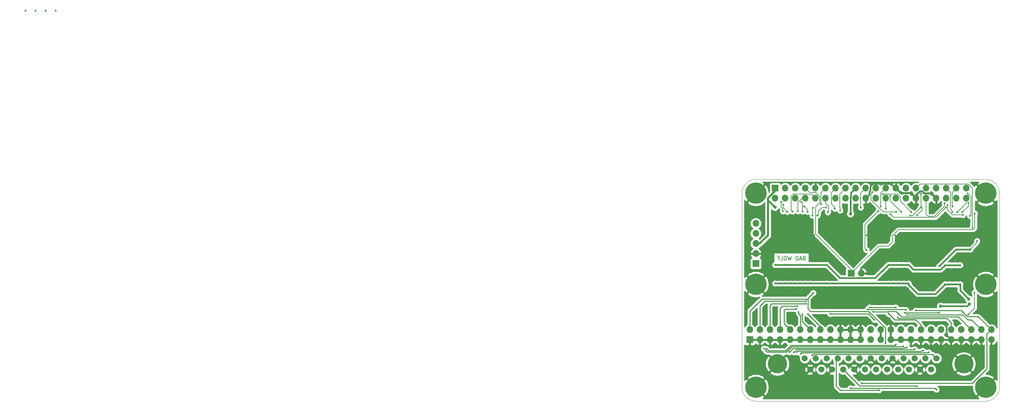
<source format=gbr>
%TF.GenerationSoftware,KiCad,Pcbnew,(5.1.4)-1*%
%TF.CreationDate,2020-08-02T20:17:12-05:00*%
%TF.ProjectId,rascsi_2p1,72617363-7369-45f3-9270-312e6b696361,rev?*%
%TF.SameCoordinates,PX59d60c0PY325aa00*%
%TF.FileFunction,Copper,L2,Bot*%
%TF.FilePolarity,Positive*%
%FSLAX46Y46*%
G04 Gerber Fmt 4.6, Leading zero omitted, Abs format (unit mm)*
G04 Created by KiCad (PCBNEW (5.1.4)-1) date 2020-08-02 20:17:12*
%MOMM*%
%LPD*%
G04 APERTURE LIST*
%TA.AperFunction,NonConductor*%
%ADD10C,0.150000*%
%TD*%
%TA.AperFunction,NonConductor*%
%ADD11C,0.050000*%
%TD*%
%TA.AperFunction,ComponentPad*%
%ADD12C,4.845000*%
%TD*%
%TA.AperFunction,ComponentPad*%
%ADD13C,1.545000*%
%TD*%
%TA.AperFunction,ComponentPad*%
%ADD14O,1.700000X1.700000*%
%TD*%
%TA.AperFunction,ComponentPad*%
%ADD15R,1.700000X1.700000*%
%TD*%
%TA.AperFunction,ComponentPad*%
%ADD16C,0.800000*%
%TD*%
%TA.AperFunction,ComponentPad*%
%ADD17C,5.400000*%
%TD*%
%TA.AperFunction,ViaPad*%
%ADD18C,0.500000*%
%TD*%
%TA.AperFunction,ViaPad*%
%ADD19C,0.800000*%
%TD*%
%TA.AperFunction,Conductor*%
%ADD20C,0.500000*%
%TD*%
%TA.AperFunction,Conductor*%
%ADD21C,0.400000*%
%TD*%
%TA.AperFunction,Conductor*%
%ADD22C,0.150000*%
%TD*%
%TA.AperFunction,Conductor*%
%ADD23C,0.250000*%
%TD*%
%TA.AperFunction,Conductor*%
%ADD24C,0.254000*%
%TD*%
G04 APERTURE END LIST*
D10*
X95961466Y-9561771D02*
X95818609Y-9609390D01*
X95770990Y-9657009D01*
X95723371Y-9752247D01*
X95723371Y-9895104D01*
X95770990Y-9990342D01*
X95818609Y-10037961D01*
X95913847Y-10085580D01*
X96294800Y-10085580D01*
X96294800Y-9085580D01*
X95961466Y-9085580D01*
X95866228Y-9133200D01*
X95818609Y-9180819D01*
X95770990Y-9276057D01*
X95770990Y-9371295D01*
X95818609Y-9466533D01*
X95866228Y-9514152D01*
X95961466Y-9561771D01*
X96294800Y-9561771D01*
X95342419Y-9799866D02*
X94866228Y-9799866D01*
X95437657Y-10085580D02*
X95104323Y-9085580D01*
X94770990Y-10085580D01*
X94437657Y-10085580D02*
X94437657Y-9085580D01*
X94199561Y-9085580D01*
X94056704Y-9133200D01*
X93961466Y-9228438D01*
X93913847Y-9323676D01*
X93866228Y-9514152D01*
X93866228Y-9657009D01*
X93913847Y-9847485D01*
X93961466Y-9942723D01*
X94056704Y-10037961D01*
X94199561Y-10085580D01*
X94437657Y-10085580D01*
X92770990Y-9085580D02*
X92532895Y-10085580D01*
X92342419Y-9371295D01*
X92151942Y-10085580D01*
X91913847Y-9085580D01*
X91342419Y-9085580D02*
X91151942Y-9085580D01*
X91056704Y-9133200D01*
X90961466Y-9228438D01*
X90913847Y-9418914D01*
X90913847Y-9752247D01*
X90961466Y-9942723D01*
X91056704Y-10037961D01*
X91151942Y-10085580D01*
X91342419Y-10085580D01*
X91437657Y-10037961D01*
X91532895Y-9942723D01*
X91580514Y-9752247D01*
X91580514Y-9418914D01*
X91532895Y-9228438D01*
X91437657Y-9133200D01*
X91342419Y-9085580D01*
X90009085Y-10085580D02*
X90485276Y-10085580D01*
X90485276Y-9085580D01*
X89342419Y-9561771D02*
X89675752Y-9561771D01*
X89675752Y-10085580D02*
X89675752Y-9085580D01*
X89199561Y-9085580D01*
D11*
X83800000Y-45696000D02*
X141800000Y-45696000D01*
X83800000Y-45696000D02*
G75*
G02X80300000Y-42196000I0J3500000D01*
G01*
X145300000Y-42196000D02*
G75*
G02X141800000Y-45696000I-3500000J0D01*
G01*
X80300000Y6800000D02*
X80300000Y-42196000D01*
X145300000Y6800000D02*
X145300000Y-42196000D01*
X83800000Y10300000D02*
X141800000Y10300000D01*
X80300000Y6800000D02*
G75*
G02X83800000Y10300000I3500000J0D01*
G01*
X141800000Y10300000D02*
G75*
G02X145300000Y6800000I0J-3500000D01*
G01*
D12*
%TO.P,J5,MH2*%
%TO.N,GND*%
X136291500Y-36290500D03*
%TO.P,J5,MH1*%
X89251500Y-36290500D03*
D13*
%TO.P,J5,25*%
%TO.N,TERMPOW*%
X128006500Y-37710500D03*
%TO.P,J5,24*%
%TO.N,GND*%
X125236500Y-37710500D03*
%TO.P,J5,23*%
%TO.N,C-D4*%
X122466500Y-37710500D03*
%TO.P,J5,22*%
%TO.N,C-D2*%
X119696500Y-37710500D03*
%TO.P,J5,21*%
%TO.N,C-D1*%
X116926500Y-37710500D03*
%TO.P,J5,20*%
%TO.N,C-DP*%
X114156500Y-37710500D03*
%TO.P,J5,19*%
%TO.N,C-SEL*%
X111386500Y-37710500D03*
%TO.P,J5,18*%
%TO.N,GND*%
X108616500Y-37710500D03*
%TO.P,J5,17*%
%TO.N,C-ATN*%
X105846500Y-37710500D03*
%TO.P,J5,16*%
%TO.N,GND*%
X103076500Y-37710500D03*
%TO.P,J5,15*%
%TO.N,C-C_D*%
X100306500Y-37710500D03*
%TO.P,J5,14*%
%TO.N,GND*%
X97536500Y-37710500D03*
%TO.P,J5,13*%
%TO.N,C-D7*%
X129391500Y-34870500D03*
%TO.P,J5,12*%
%TO.N,C-D6*%
X126621500Y-34870500D03*
%TO.P,J5,11*%
%TO.N,C-D5*%
X123851500Y-34870500D03*
%TO.P,J5,10*%
%TO.N,C-D3*%
X121081500Y-34870500D03*
%TO.P,J5,9*%
%TO.N,GND*%
X118311500Y-34870500D03*
%TO.P,J5,8*%
%TO.N,C-D0*%
X115541500Y-34870500D03*
%TO.P,J5,7*%
%TO.N,GND*%
X112771500Y-34870500D03*
%TO.P,J5,6*%
%TO.N,C-BSY*%
X110001500Y-34870500D03*
%TO.P,J5,5*%
%TO.N,C-ACK*%
X107231500Y-34870500D03*
%TO.P,J5,4*%
%TO.N,C-RST*%
X104461500Y-34870500D03*
%TO.P,J5,3*%
%TO.N,C-I_O*%
X101691500Y-34870500D03*
%TO.P,J5,2*%
%TO.N,C-MSG*%
X98921500Y-34870500D03*
%TO.P,J5,1*%
%TO.N,C-REQ*%
X96151500Y-34870500D03*
%TD*%
D14*
%TO.P,J3,50*%
%TO.N,C-I_O*%
X143226500Y-27654500D03*
%TO.P,J3,49*%
%TO.N,GND*%
X143226500Y-30194500D03*
%TO.P,J3,48*%
%TO.N,C-REQ*%
X140686500Y-27654500D03*
%TO.P,J3,47*%
%TO.N,GND*%
X140686500Y-30194500D03*
%TO.P,J3,46*%
%TO.N,C-C_D*%
X138146500Y-27654500D03*
%TO.P,J3,45*%
%TO.N,GND*%
X138146500Y-30194500D03*
%TO.P,J3,44*%
%TO.N,C-SEL*%
X135606500Y-27654500D03*
%TO.P,J3,43*%
%TO.N,GND*%
X135606500Y-30194500D03*
%TO.P,J3,42*%
%TO.N,C-MSG*%
X133066500Y-27654500D03*
%TO.P,J3,41*%
%TO.N,GND*%
X133066500Y-30194500D03*
%TO.P,J3,40*%
%TO.N,C-RST*%
X130526500Y-27654500D03*
%TO.P,J3,39*%
%TO.N,GND*%
X130526500Y-30194500D03*
%TO.P,J3,38*%
%TO.N,C-ACK*%
X127986500Y-27654500D03*
%TO.P,J3,37*%
%TO.N,GND*%
X127986500Y-30194500D03*
%TO.P,J3,36*%
%TO.N,C-BSY*%
X125446500Y-27654500D03*
%TO.P,J3,35*%
%TO.N,GND*%
X125446500Y-30194500D03*
%TO.P,J3,34*%
%TO.N,Net-(J3-Pad34)*%
X122906500Y-27654500D03*
%TO.P,J3,33*%
%TO.N,GND*%
X122906500Y-30194500D03*
%TO.P,J3,32*%
%TO.N,C-ATN*%
X120366500Y-27654500D03*
%TO.P,J3,31*%
%TO.N,GND*%
X120366500Y-30194500D03*
%TO.P,J3,30*%
X117826500Y-27654500D03*
%TO.P,J3,29*%
X117826500Y-30194500D03*
%TO.P,J3,28*%
X115286500Y-27654500D03*
%TO.P,J3,27*%
X115286500Y-30194500D03*
%TO.P,J3,26*%
%TO.N,Net-(J3-Pad26)*%
X112746500Y-27654500D03*
%TO.P,J3,25*%
%TO.N,Net-(J3-Pad25)*%
X112746500Y-30194500D03*
%TO.P,J3,24*%
%TO.N,GND*%
X110206500Y-27654500D03*
%TO.P,J3,23*%
X110206500Y-30194500D03*
%TO.P,J3,22*%
X107666500Y-27654500D03*
%TO.P,J3,21*%
X107666500Y-30194500D03*
%TO.P,J3,20*%
X105126500Y-27654500D03*
%TO.P,J3,19*%
X105126500Y-30194500D03*
%TO.P,J3,18*%
%TO.N,C-DP*%
X102586500Y-27654500D03*
%TO.P,J3,17*%
%TO.N,GND*%
X102586500Y-30194500D03*
%TO.P,J3,16*%
%TO.N,C-D7*%
X100046500Y-27654500D03*
%TO.P,J3,15*%
%TO.N,GND*%
X100046500Y-30194500D03*
%TO.P,J3,14*%
%TO.N,C-D6*%
X97506500Y-27654500D03*
%TO.P,J3,13*%
%TO.N,GND*%
X97506500Y-30194500D03*
%TO.P,J3,12*%
%TO.N,C-D5*%
X94966500Y-27654500D03*
%TO.P,J3,11*%
%TO.N,GND*%
X94966500Y-30194500D03*
%TO.P,J3,10*%
%TO.N,C-D4*%
X92426500Y-27654500D03*
%TO.P,J3,9*%
%TO.N,GND*%
X92426500Y-30194500D03*
%TO.P,J3,8*%
%TO.N,C-D3*%
X89886500Y-27654500D03*
%TO.P,J3,7*%
%TO.N,GND*%
X89886500Y-30194500D03*
%TO.P,J3,6*%
%TO.N,C-D2*%
X87346500Y-27654500D03*
%TO.P,J3,5*%
%TO.N,GND*%
X87346500Y-30194500D03*
%TO.P,J3,4*%
%TO.N,C-D1*%
X84806500Y-27654500D03*
%TO.P,J3,3*%
%TO.N,GND*%
X84806500Y-30194500D03*
%TO.P,J3,2*%
%TO.N,C-D0*%
X82266500Y-27654500D03*
D15*
%TO.P,J3,1*%
%TO.N,GND*%
X82266500Y-30194500D03*
%TD*%
D14*
%TO.P,J2,2*%
%TO.N,GND*%
X110397000Y-13430500D03*
D15*
%TO.P,J2,1*%
%TO.N,PI-ACT*%
X107857000Y-13430500D03*
%TD*%
D14*
%TO.P,J1,40*%
%TO.N,PI-ACK*%
X136940000Y5530000D03*
%TO.P,J1,39*%
%TO.N,GND*%
X136940000Y8070000D03*
%TO.P,J1,38*%
%TO.N,PI-RST*%
X134400000Y5530000D03*
%TO.P,J1,37*%
%TO.N,PI-BSY*%
X134400000Y8070000D03*
%TO.P,J1,36*%
%TO.N,PI-D6*%
X131860000Y5530000D03*
%TO.P,J1,35*%
%TO.N,PI-ATN*%
X131860000Y8070000D03*
%TO.P,J1,34*%
%TO.N,GND*%
X129320000Y5530000D03*
%TO.P,J1,33*%
%TO.N,PI-D3*%
X129320000Y8070000D03*
%TO.P,J1,32*%
%TO.N,PI-D2*%
X126780000Y5530000D03*
%TO.P,J1,31*%
%TO.N,PI-IND*%
X126780000Y8070000D03*
%TO.P,J1,30*%
%TO.N,GND*%
X124240000Y5530000D03*
%TO.P,J1,29*%
%TO.N,DBG_LED*%
X124240000Y8070000D03*
%TO.P,J1,28*%
%TO.N,Net-(J1-Pad28)*%
X121700000Y5530000D03*
%TO.P,J1,27*%
%TO.N,Net-(J1-Pad27)*%
X121700000Y8070000D03*
%TO.P,J1,26*%
%TO.N,PI-TAD*%
X119160000Y5530000D03*
%TO.P,J1,25*%
%TO.N,GND*%
X119160000Y8070000D03*
%TO.P,J1,24*%
%TO.N,PI-DTD*%
X116620000Y5530000D03*
%TO.P,J1,23*%
%TO.N,PI-D1*%
X116620000Y8070000D03*
%TO.P,J1,22*%
%TO.N,PI-I_O*%
X114080000Y5530000D03*
%TO.P,J1,21*%
%TO.N,Net-(J1-Pad21)*%
X114080000Y8070000D03*
%TO.P,J1,20*%
%TO.N,GND*%
X111540000Y5530000D03*
%TO.P,J1,19*%
%TO.N,PI-D0*%
X111540000Y8070000D03*
%TO.P,J1,18*%
%TO.N,PI-C_D*%
X109000000Y5530000D03*
%TO.P,J1,17*%
%TO.N,+3V3*%
X109000000Y8070000D03*
%TO.P,J1,16*%
%TO.N,PI-MSG*%
X106460000Y5530000D03*
%TO.P,J1,15*%
%TO.N,PI-REQ*%
X106460000Y8070000D03*
%TO.P,J1,14*%
%TO.N,GND*%
X103920000Y5530000D03*
%TO.P,J1,13*%
%TO.N,PI-SEL*%
X103920000Y8070000D03*
%TO.P,J1,12*%
%TO.N,PI-DP*%
X101380000Y5530000D03*
%TO.P,J1,11*%
%TO.N,PI-D7*%
X101380000Y8070000D03*
%TO.P,J1,10*%
%TO.N,PI-D5*%
X98840000Y5530000D03*
%TO.P,J1,9*%
%TO.N,GND*%
X98840000Y8070000D03*
%TO.P,J1,8*%
%TO.N,PI-D4*%
X96300000Y5530000D03*
%TO.P,J1,7*%
%TO.N,PI-ACT*%
X96300000Y8070000D03*
%TO.P,J1,6*%
%TO.N,GND*%
X93760000Y5530000D03*
%TO.P,J1,5*%
%TO.N,PI_SCL*%
X93760000Y8070000D03*
%TO.P,J1,4*%
%TO.N,+5V*%
X91220000Y5530000D03*
%TO.P,J1,3*%
%TO.N,PI_SDA*%
X91220000Y8070000D03*
%TO.P,J1,2*%
%TO.N,+5V*%
X88680000Y5530000D03*
D15*
%TO.P,J1,1*%
%TO.N,+3V3*%
X88680000Y8070000D03*
%TD*%
D16*
%TO.P,H2,1*%
%TO.N,GND*%
X143231891Y8231891D03*
X141800000Y8825000D03*
X140368109Y8231891D03*
X139775000Y6800000D03*
X140368109Y5368109D03*
X141800000Y4775000D03*
X143231891Y5368109D03*
X143825000Y6800000D03*
D17*
X141800000Y6800000D03*
%TD*%
D16*
%TO.P,H1,1*%
%TO.N,GND*%
X85231891Y8231891D03*
X83800000Y8825000D03*
X82368109Y8231891D03*
X81775000Y6800000D03*
X82368109Y5368109D03*
X83800000Y4775000D03*
X85231891Y5368109D03*
X85825000Y6800000D03*
D17*
X83800000Y6800000D03*
%TD*%
D14*
%TO.P,J4,5*%
%TO.N,PI_SDA*%
X83810000Y-820000D03*
%TO.P,J4,4*%
%TO.N,PI_SCL*%
X83810000Y-3360000D03*
%TO.P,J4,3*%
%TO.N,+3V3*%
X83810000Y-5900000D03*
%TO.P,J4,2*%
%TO.N,GND*%
X83810000Y-8440000D03*
D15*
%TO.P,J4,1*%
%TO.N,+5V*%
X83810000Y-10980000D03*
%TD*%
D16*
%TO.P,H6,1*%
%TO.N,GND*%
X143231891Y-40768109D03*
X141800000Y-40175000D03*
X140368109Y-40768109D03*
X139775000Y-42200000D03*
X140368109Y-43631891D03*
X141800000Y-44225000D03*
X143231891Y-43631891D03*
X143825000Y-42200000D03*
D17*
X141800000Y-42200000D03*
%TD*%
D16*
%TO.P,H5,1*%
%TO.N,GND*%
X85231891Y-40768109D03*
X83800000Y-40175000D03*
X82368109Y-40768109D03*
X81775000Y-42200000D03*
X82368109Y-43631891D03*
X83800000Y-44225000D03*
X85231891Y-43631891D03*
X85825000Y-42200000D03*
D17*
X83800000Y-42200000D03*
%TD*%
D16*
%TO.P,H4,1*%
%TO.N,GND*%
X143231891Y-14768109D03*
X141800000Y-14175000D03*
X140368109Y-14768109D03*
X139775000Y-16200000D03*
X140368109Y-17631891D03*
X141800000Y-18225000D03*
X143231891Y-17631891D03*
X143825000Y-16200000D03*
D17*
X141800000Y-16200000D03*
%TD*%
D16*
%TO.P,H3,1*%
%TO.N,GND*%
X85231891Y-14768109D03*
X83800000Y-14175000D03*
X82368109Y-14768109D03*
X81775000Y-16200000D03*
X82368109Y-17631891D03*
X83800000Y-18225000D03*
X85231891Y-17631891D03*
X85825000Y-16200000D03*
D17*
X83800000Y-16200000D03*
%TD*%
D18*
%TO.N,*%
X-92866500Y52863500D03*
X-95417085Y52863500D03*
X-100518251Y52863500D03*
X-97967668Y52863500D03*
%TO.N,GND*%
X101940915Y-24797000D03*
X99390332Y-24797000D03*
X112111500Y-24797000D03*
X104459749Y-24797000D03*
X107010332Y-24797000D03*
X94257415Y-24797000D03*
X96808000Y-24797000D03*
X98591770Y-3842000D03*
X93788862Y-3842000D03*
X87791000Y-3842000D03*
X88985954Y-3842000D03*
X92588135Y-3842000D03*
X94989589Y-3842000D03*
X97391043Y-3842000D03*
X96190316Y-3842000D03*
X91387408Y-3842000D03*
X125007770Y-3842000D03*
X120204862Y-3842000D03*
X114201227Y-3842000D03*
X115401954Y-3842000D03*
X119004135Y-3842000D03*
X121405589Y-3842000D03*
X113000500Y-3842000D03*
X116602681Y-3842000D03*
X123807043Y-3842000D03*
X122606316Y-3842000D03*
X117803408Y-3842000D03*
X138215770Y-3842000D03*
X133412862Y-3842000D03*
X127409227Y-3842000D03*
X128609954Y-3842000D03*
X132212135Y-3842000D03*
X134613589Y-3842000D03*
X90186681Y-3842000D03*
X85378000Y-3842000D03*
X129810681Y-3842000D03*
X135814316Y-3842000D03*
X131011408Y-3842000D03*
X122271500Y-17240500D03*
D19*
X85695500Y-730500D03*
X85759000Y-6572500D03*
D18*
X134463500Y-25813000D03*
X130971000Y-25876500D03*
X123732000Y-26003500D03*
X98840000Y-7906000D03*
X101888000Y-7969500D03*
X102777000Y-13748000D03*
X99475000Y-13811500D03*
X113191000Y-39719500D03*
X121636500Y-39783000D03*
X130907500Y-33369500D03*
X118525000Y-17240500D03*
X119731500Y-17240500D03*
X121065000Y-17240500D03*
X124811500Y-17240500D03*
X126970500Y-17240500D03*
X132812500Y-17240500D03*
X134082500Y-17240500D03*
X117255000Y-17240500D03*
X116054270Y-17240500D03*
X114853543Y-17240500D03*
X113652816Y-17240500D03*
X112452089Y-17240500D03*
X111251362Y-17240500D03*
X108849908Y-17240500D03*
X106448454Y-17240500D03*
X104047000Y-17240500D03*
X101634000Y-17240500D03*
X105247727Y-17240500D03*
X107649181Y-17240500D03*
X110050635Y-17240500D03*
X100364000Y-17240500D03*
X99030500Y-17240500D03*
X88426000Y-17240500D03*
X87092500Y-17240500D03*
X128431000Y-17240500D03*
X108197589Y-3842000D03*
X102193954Y-3842000D03*
X104595408Y-3842000D03*
X109398316Y-3842000D03*
X110599043Y-3842000D03*
X103394681Y-3842000D03*
X106996862Y-3842000D03*
X105796135Y-3842000D03*
X100993227Y-3842000D03*
X126208500Y-3842000D03*
X81504500Y-24797000D03*
X84055083Y-24797000D03*
X86605666Y-24797000D03*
X89156249Y-24797000D03*
X91706832Y-24797000D03*
X115413500Y-24797000D03*
X117636000Y-24797000D03*
X137015043Y-3842000D03*
X111799771Y-3842000D03*
X100745000Y1682500D03*
X88489500Y1682500D03*
X83219000Y2571500D03*
X86394000Y-12351000D03*
X105507500Y-40354500D03*
X89756000Y-17240500D03*
X91089500Y-17240500D03*
X92423000Y-17240500D03*
X93756500Y-17240500D03*
X95090000Y-17240500D03*
X96423500Y-17240500D03*
X97757000Y-17240500D03*
D19*
%TO.N,+3V3*%
X107666500Y1619000D03*
X88616500Y3270000D03*
D18*
%TO.N,+5V*%
X137892500Y-7398000D03*
X139607000Y-5239000D03*
X130082000Y-11589000D03*
D19*
X130399500Y-21685500D03*
X137702000Y-21177500D03*
D18*
%TO.N,C-REQ*%
X122017500Y-23902000D03*
X112001946Y-22517000D03*
X121637010Y-22637490D03*
%TO.N,C-MSG*%
X119668000Y-24543000D03*
X112494206Y-22015000D03*
X119097010Y-22015000D03*
%TO.N,C-BSY*%
X117255000Y-23590500D03*
%TO.N,C-RST*%
X114879468Y-42920532D03*
%TO.N,C-ACK*%
X129383500Y-42773500D03*
X107666500Y-42418532D03*
%TO.N,C-ATN*%
X130018500Y-23400000D03*
X121382500Y-23400000D03*
X124494000Y-41916532D03*
%TO.N,C-DP*%
X113715013Y-25161987D03*
X102586500Y-23654000D03*
%TO.N,C-D0*%
X98268500Y-18383500D03*
X116493000Y-31081939D03*
%TO.N,C-D1*%
X96427000Y-20409500D03*
X119096500Y-31458949D03*
X85828500Y-32417000D03*
%TO.N,C-D2*%
X96427000Y-21067500D03*
X120994825Y-31827982D03*
X86330500Y-32988500D03*
%TO.N,C-D3*%
X121954000Y-32212969D03*
X92299500Y-33306000D03*
X94279018Y-21696518D03*
%TO.N,C-D4*%
X94014000Y-22447500D03*
X123859000Y-32589979D03*
X93442500Y-33369500D03*
%TO.N,C-D5*%
X94585500Y-23209500D03*
X125954500Y-32966989D03*
X94141000Y-33306000D03*
%TO.N,C-D6*%
X95474500Y-23781000D03*
X127429500Y-33343999D03*
X95157000Y-33687000D03*
%TO.N,C-D7*%
X96935000Y-23717500D03*
X98024253Y-34151958D03*
%TO.N,C-I_O*%
X124176500Y-22828500D03*
X110460500Y-41180000D03*
%TO.N,C-C_D*%
X119795000Y-23654000D03*
X113381500Y-23146000D03*
%TO.N,PI-D7*%
X90204000Y4603500D03*
X100237000Y4025999D03*
X90598618Y2254001D03*
%TO.N,PI-D6*%
X91728000Y2127000D03*
X90656000Y3841500D03*
%TO.N,PI-D5*%
X93061500Y2190500D03*
%TO.N,PI-D4*%
X94395000Y2254000D03*
%TO.N,PI-D3*%
X95601500Y2190500D03*
X95284000Y4667000D03*
%TO.N,PI-D2*%
X131415500Y4286000D03*
X96053500Y3471979D03*
X96871500Y2127000D03*
%TO.N,PI-D1*%
X115350000Y3471979D03*
X98205000Y3143000D03*
X98078000Y1174500D03*
%TO.N,PI-D0*%
X99348000Y1174500D03*
X101523214Y3194969D03*
X110270000Y3194969D03*
%TO.N,PI-DP*%
X101951500Y2000000D03*
%TO.N,PI-BSY*%
X117763000Y1492000D03*
X131725500Y3196144D03*
X133411685Y3442392D03*
%TO.N,PI-MSG*%
X119223500Y2139000D03*
X113216400Y7130800D03*
%TO.N,PI-C_D*%
X120493500Y2127000D03*
X117690294Y6130001D03*
%TO.N,PI-REQ*%
X105063000Y2444500D03*
X125383000Y3194969D03*
X122779500Y1174500D03*
%TO.N,PI-I_O*%
X123033500Y2000000D03*
X115802000Y6569777D03*
%TO.N,PI-ATN*%
X133384000Y2000000D03*
%TO.N,PI-ACK*%
X134654000Y2000000D03*
%TO.N,PI-RST*%
X135924000Y2000000D03*
X137392000Y4368695D03*
%TO.N,PI-SEL*%
X136051000Y1301500D03*
X132177500Y3778000D03*
X103729500Y2917959D03*
%TO.N,DBG_LED*%
X138464000Y-1937000D03*
%TO.N,PI-ACT*%
X139070254Y1705407D03*
%TO.N,/TERM_GND*%
X135352500Y-16161000D03*
X134082500Y-16161000D03*
X132812500Y-16161000D03*
X131542500Y-16161000D03*
X117255000Y-15970500D03*
X118525000Y-15970500D03*
X119795000Y-15970500D03*
X121065000Y-15970500D03*
X122335000Y-15970500D03*
X88680000Y-15970500D03*
X89950000Y-15970500D03*
X91220000Y-15970500D03*
X92490000Y-15970500D03*
X93760000Y-15970500D03*
X95030000Y-15970500D03*
X96300000Y-15970500D03*
X97570000Y-15970500D03*
X101697500Y-15970500D03*
D19*
X137511500Y-19907500D03*
D18*
%TO.N,/TERM_5v*%
X88680000Y-11271500D03*
X89950000Y-11271500D03*
X91220000Y-11271500D03*
X92490000Y-11271500D03*
X93760000Y-11271500D03*
X94966500Y-11271500D03*
X96300000Y-11271500D03*
X97570000Y-11271500D03*
X101697500Y-11271500D03*
X117255000Y-11271500D03*
X118525000Y-11271500D03*
X119795000Y-11271500D03*
X122335000Y-11271500D03*
X121001500Y-11271500D03*
X131542500Y-11335000D03*
X135352500Y-11335000D03*
X134082500Y-11335000D03*
X132812500Y-11335000D03*
X138972000Y-18314500D03*
X137384500Y-23844500D03*
%TO.N,PI-IND*%
X137817499Y1111000D03*
X137261602Y6714105D03*
%TO.N,PI-TAD*%
X124430500Y1238000D03*
X125510000Y6635500D03*
%TO.N,PI-DTD*%
X111730500Y-7525000D03*
X114715000Y2317500D03*
X116620000Y2917959D03*
%TD*%
D20*
%TO.N,GND*%
X124240000Y6293462D02*
X124240000Y5530000D01*
X125209039Y7262501D02*
X124240000Y6293462D01*
X125810961Y7262501D02*
X125209039Y7262501D01*
X126316461Y6757001D02*
X125810961Y7262501D01*
X128092999Y6757001D02*
X126316461Y6757001D01*
X129320000Y5530000D02*
X128092999Y6757001D01*
X120387001Y6842999D02*
X119160000Y8070000D01*
X122927001Y6842999D02*
X120387001Y6842999D01*
X124240000Y5530000D02*
X122927001Y6842999D01*
D21*
X131889499Y-26794999D02*
X130971000Y-25876500D01*
X133066500Y-30194500D02*
X131889499Y-29017499D01*
X131889499Y-29017499D02*
X131889499Y-26794999D01*
X112471490Y6461490D02*
X111540000Y5530000D01*
X119160000Y8070000D02*
X117982999Y9247001D01*
X117982999Y9247001D02*
X113402201Y9247001D01*
X113402201Y9247001D02*
X112717001Y8561801D01*
X112717001Y8561801D02*
X112717001Y7485363D01*
X112717001Y7485363D02*
X112471490Y7239852D01*
X112471490Y7239852D02*
X112471490Y6461490D01*
%TO.N,+3V3*%
X109000000Y8070000D02*
X107822999Y6892999D01*
X107822999Y6094961D02*
X107822999Y6892999D01*
X107666500Y5938462D02*
X107822999Y6094961D01*
X107666500Y1619000D02*
X107666500Y5938462D01*
D20*
X86877001Y5542963D02*
X88680000Y7345962D01*
X86877001Y-3828037D02*
X86877001Y5542963D01*
X88680000Y7345962D02*
X88680000Y8070000D01*
X84805038Y-5900000D02*
X86877001Y-3828037D01*
X83810000Y-5900000D02*
X84805038Y-5900000D01*
X86877001Y5009499D02*
X86877001Y5542963D01*
X88616500Y3270000D02*
X86877001Y5009499D01*
D21*
%TO.N,+5V*%
X134273000Y-7398000D02*
X137892500Y-7398000D01*
X130082000Y-11589000D02*
X134273000Y-7398000D01*
X130399500Y-21685500D02*
X137044999Y-21685500D01*
X137194000Y-21685500D02*
X130399500Y-21685500D01*
X137702000Y-21177500D02*
X137194000Y-21685500D01*
D22*
X139480000Y-5366000D02*
X139607000Y-5239000D01*
X137892500Y-7398000D02*
X139480000Y-5810500D01*
X139480000Y-5810500D02*
X139480000Y-5366000D01*
D23*
%TO.N,C-REQ*%
X138210000Y-25178000D02*
X140686500Y-27654500D01*
X137300962Y-25178000D02*
X138210000Y-25178000D01*
X122017500Y-23902000D02*
X136024962Y-23902000D01*
X136024962Y-23902000D02*
X137300962Y-25178000D01*
X121516520Y-22517000D02*
X121637010Y-22637490D01*
X112001946Y-22517000D02*
X121516520Y-22517000D01*
%TO.N,C-MSG*%
X119917999Y-24792999D02*
X131982999Y-24792999D01*
X119668000Y-24543000D02*
X119917999Y-24792999D01*
X133066500Y-25876500D02*
X133066500Y-27654500D01*
X131982999Y-24792999D02*
X133066500Y-25876500D01*
X112494206Y-22015000D02*
X119097010Y-22015000D01*
%TO.N,C-BSY*%
X125446500Y-26452419D02*
X124172081Y-25178000D01*
X125446500Y-27654500D02*
X125446500Y-26452419D01*
X124172081Y-25178000D02*
X118842500Y-25178000D01*
X118842500Y-25178000D02*
X117255000Y-23590500D01*
%TO.N,C-RST*%
X114879468Y-42920532D02*
X114525915Y-42920532D01*
X104101001Y-35230999D02*
X104101001Y-41932501D01*
X104461500Y-34870500D02*
X104101001Y-35230999D01*
X104101001Y-41932501D02*
X105126500Y-42958000D01*
X105163968Y-42920532D02*
X114879468Y-42920532D01*
X105126500Y-42958000D02*
X105163968Y-42920532D01*
%TO.N,C-ACK*%
X129383500Y-42773500D02*
X129028532Y-42418532D01*
X129028532Y-42418532D02*
X107666500Y-42418532D01*
%TO.N,C-ATN*%
X130018500Y-23400000D02*
X121382500Y-23400000D01*
X124140447Y-41916532D02*
X124102415Y-41878500D01*
X124494000Y-41916532D02*
X124140447Y-41916532D01*
X124102415Y-41878500D02*
X110014500Y-41878500D01*
X110014500Y-41878500D02*
X105846500Y-37710500D01*
%TO.N,C-DP*%
X112207026Y-23654000D02*
X102586500Y-23654000D01*
X113715013Y-25161987D02*
X112207026Y-23654000D01*
%TO.N,C-D0*%
X85314500Y-19907500D02*
X82266500Y-22955500D01*
X82266500Y-22955500D02*
X82266500Y-27654500D01*
X116493000Y-27230038D02*
X112281962Y-23019000D01*
X116493000Y-31081939D02*
X116493000Y-27230038D01*
X112281962Y-23019000D02*
X97570000Y-23019000D01*
X96929001Y-20028501D02*
X96808000Y-19907500D01*
X96929001Y-22378001D02*
X96929001Y-20028501D01*
X97570000Y-23019000D02*
X96929001Y-22378001D01*
X96808000Y-19907500D02*
X85314500Y-19907500D01*
X96929001Y-19722999D02*
X96929001Y-20028501D01*
X98268500Y-18383500D02*
X96929001Y-19722999D01*
%TO.N,C-D1*%
X96073447Y-20409500D02*
X96067447Y-20415500D01*
X96427000Y-20409500D02*
X96073447Y-20409500D01*
X96067447Y-20415500D02*
X86076500Y-20415500D01*
X84806500Y-21685500D02*
X84806500Y-27654500D01*
X86076500Y-20415500D02*
X84806500Y-21685500D01*
X119096500Y-31464500D02*
X118977061Y-31583939D01*
X119096500Y-31458949D02*
X119096500Y-31464500D01*
X118977061Y-31583939D02*
X92688061Y-31583939D01*
X91410500Y-32861500D02*
X91410500Y-32918866D01*
X92688061Y-31583939D02*
X91410500Y-32861500D01*
X91410500Y-32918866D02*
X91400376Y-32928990D01*
X91400376Y-32928990D02*
X86902000Y-32928990D01*
X86501962Y-32417000D02*
X85828500Y-32417000D01*
X86902000Y-32928990D02*
X86902000Y-32817038D01*
X86902000Y-32817038D02*
X86501962Y-32417000D01*
%TO.N,C-D2*%
X95562704Y-21067500D02*
X87837500Y-21067500D01*
X87346500Y-21558500D02*
X87346500Y-27654500D01*
X87837500Y-21067500D02*
X87346500Y-21558500D01*
X120994825Y-31827982D02*
X120861858Y-31960949D01*
X92901589Y-31960949D02*
X91556538Y-33306000D01*
X120861858Y-31960949D02*
X92901589Y-31960949D01*
X91556538Y-33306000D02*
X86648000Y-33306000D01*
X86648000Y-33306000D02*
X86330500Y-32988500D01*
X95562704Y-21067500D02*
X96427000Y-21067500D01*
%TO.N,C-D3*%
X121954000Y-32212969D02*
X121316990Y-32212969D01*
X121316990Y-32212969D02*
X121192000Y-32337959D01*
X121192000Y-32337959D02*
X93267541Y-32337959D01*
X93267541Y-32337959D02*
X92299500Y-33306000D01*
X89886500Y-22320500D02*
X89886500Y-27654500D01*
X90487500Y-21719500D02*
X89886500Y-22320500D01*
X94256037Y-21719500D02*
X90487500Y-21719500D01*
%TO.N,C-D4*%
X92426500Y-27654500D02*
X90902500Y-26130500D01*
X94014000Y-22447500D02*
X91220000Y-22447500D01*
X90902500Y-22765000D02*
X90902500Y-23527000D01*
X91220000Y-22447500D02*
X90902500Y-22765000D01*
X90902500Y-26130500D02*
X90902500Y-23527000D01*
X90902500Y-23527000D02*
X90902500Y-23336500D01*
X123505447Y-32589979D02*
X123380457Y-32714969D01*
X123859000Y-32589979D02*
X123505447Y-32589979D01*
X93442500Y-33261538D02*
X93442500Y-33369500D01*
X123380457Y-32714969D02*
X93989069Y-32714969D01*
X93989069Y-32714969D02*
X93442500Y-33261538D01*
%TO.N,C-D5*%
X94585500Y-27273500D02*
X94966500Y-27654500D01*
X125600947Y-32966989D02*
X125475957Y-33091979D01*
X125954500Y-32966989D02*
X125600947Y-32966989D01*
X125475957Y-33091979D02*
X94355021Y-33091979D01*
X94355021Y-33091979D02*
X94141000Y-33306000D01*
X94585500Y-23209500D02*
X94585500Y-23654000D01*
X95097490Y-27523510D02*
X94966500Y-27654500D01*
X95097490Y-24165990D02*
X95097490Y-27523510D01*
X94585500Y-23654000D02*
X95097490Y-24165990D01*
%TO.N,C-D6*%
X95474500Y-25622500D02*
X97506500Y-27654500D01*
X95474500Y-23781000D02*
X95474500Y-25622500D01*
X127075947Y-33343999D02*
X126950957Y-33468989D01*
X127429500Y-33343999D02*
X127075947Y-33343999D01*
X126950957Y-33468989D02*
X95375011Y-33468989D01*
X95375011Y-33468989D02*
X95157000Y-33687000D01*
%TO.N,C-D7*%
X100046500Y-26829000D02*
X100046500Y-27654500D01*
X96935000Y-23717500D02*
X100046500Y-26829000D01*
X129391500Y-34870500D02*
X129527501Y-34734499D01*
X98330212Y-33845999D02*
X98024253Y-34151958D01*
X129391500Y-34870500D02*
X128366999Y-33845999D01*
X128366999Y-33845999D02*
X98330212Y-33845999D01*
%TO.N,C-I_O*%
X143226500Y-27654500D02*
X139918501Y-24346501D01*
X135625538Y-22828500D02*
X124176500Y-22828500D01*
X137143539Y-24346501D02*
X135625538Y-22828500D01*
X139918501Y-24346501D02*
X137143539Y-24346501D01*
X142124499Y-28756501D02*
X143226500Y-27654500D01*
X142124499Y-37506539D02*
X142124499Y-28756501D01*
X138451038Y-41180000D02*
X142124499Y-37506539D01*
X110460500Y-41180000D02*
X138451038Y-41180000D01*
%TO.N,C-C_D*%
X138146500Y-27654500D02*
X134781000Y-24289000D01*
X120545001Y-24404001D02*
X119795000Y-23654000D01*
X134781000Y-24289000D02*
X134665999Y-24404001D01*
X134665999Y-24404001D02*
X120545001Y-24404001D01*
X119229499Y-23088499D02*
X119795000Y-23654000D01*
X117014039Y-23088499D02*
X119229499Y-23088499D01*
X116956538Y-23146000D02*
X117014039Y-23088499D01*
X113381500Y-23146000D02*
X116956538Y-23146000D01*
D22*
%TO.N,PI-D7*%
X100237000Y6927000D02*
X101380000Y8070000D01*
X100237000Y4025999D02*
X100237000Y6927000D01*
X90204000Y4249947D02*
X90204000Y4603500D01*
X90204000Y3259249D02*
X90204000Y4249947D01*
X90598618Y2864631D02*
X90204000Y3259249D01*
X90598618Y2254001D02*
X90598618Y2864631D01*
%TO.N,PI-D6*%
X91728000Y2127000D02*
X90656000Y3199000D01*
X90656000Y3199000D02*
X90656000Y3841500D01*
%TO.N,PI-D5*%
X97787999Y6582001D02*
X98840000Y5530000D01*
X93255039Y6582001D02*
X97787999Y6582001D01*
X92707999Y6034961D02*
X93255039Y6582001D01*
X92707999Y2544001D02*
X92707999Y6034961D01*
X93061500Y2190500D02*
X92707999Y2544001D01*
%TO.N,PI-D4*%
X95478038Y5530000D02*
X96300000Y5530000D01*
X94395000Y4446962D02*
X95478038Y5530000D01*
X94395000Y2254000D02*
X94395000Y4446962D01*
%TO.N,PI-D3*%
X95601500Y4222500D02*
X95601500Y2190500D01*
X95601500Y2544053D02*
X95601500Y2190500D01*
X95601499Y4349501D02*
X95601500Y2544053D01*
X95284000Y4667000D02*
X95601499Y4349501D01*
%TO.N,PI-D2*%
X96053500Y3471979D02*
X96871500Y2653979D01*
X96871500Y2653979D02*
X96871500Y2127000D01*
X131415500Y3555106D02*
X131415500Y4286000D01*
X128859903Y999509D02*
X131415500Y3555106D01*
X127270529Y999509D02*
X128859903Y999509D01*
X126780000Y5530000D02*
X126780000Y1490038D01*
X126780000Y1490038D02*
X127270529Y999509D01*
%TO.N,PI-D1*%
X115350000Y6800000D02*
X116620000Y8070000D01*
X115350000Y3471979D02*
X115350000Y6800000D01*
X98141500Y1238000D02*
X98141500Y3079500D01*
X98141500Y3079500D02*
X98205000Y3143000D01*
X98141500Y1238000D02*
X98078000Y1174500D01*
%TO.N,PI-D0*%
X100542969Y3194969D02*
X101523214Y3194969D01*
X110270000Y6800000D02*
X111540000Y8070000D01*
X110270000Y3194969D02*
X110270000Y6800000D01*
X99597999Y2249999D02*
X100542969Y3194969D01*
X99597999Y1424499D02*
X99597999Y2249999D01*
X99348000Y1174500D02*
X99597999Y1424499D01*
%TO.N,PI-DP*%
X101380000Y4327919D02*
X101380000Y5530000D01*
X102201499Y3506420D02*
X101380000Y4327919D01*
X102201499Y2249999D02*
X102201499Y3506420D01*
X101951500Y2000000D02*
X102201499Y2249999D01*
%TO.N,PI-BSY*%
X129251855Y722499D02*
X131725500Y3196144D01*
X117763000Y1492000D02*
X118532501Y722499D01*
X118532501Y722499D02*
X129251855Y722499D01*
X133347999Y7017999D02*
X134400000Y8070000D01*
X133347999Y3859631D02*
X133347999Y7017999D01*
X133411685Y3795945D02*
X133347999Y3859631D01*
X133411685Y3442392D02*
X133411685Y3795945D01*
%TO.N,PI-MSG*%
X112873500Y6787900D02*
X113216400Y7130800D01*
X112873500Y5179538D02*
X112873500Y6787900D01*
X119223500Y2139000D02*
X115914038Y2139000D01*
X115914038Y2139000D02*
X112873500Y5179538D01*
%TO.N,PI-C_D*%
X120493500Y2127000D02*
X117690294Y4930206D01*
X117690294Y4930206D02*
X117690294Y6130001D01*
%TO.N,PI-REQ*%
X106460000Y8070000D02*
X104999500Y6609500D01*
X104999500Y6609500D02*
X104999500Y3169005D01*
X125383000Y3194969D02*
X123362531Y1174500D01*
X123362531Y1174500D02*
X122779500Y1174500D01*
X105063000Y3105505D02*
X105063000Y2444500D01*
X104999500Y3169005D02*
X105063000Y3105505D01*
%TO.N,PI-I_O*%
X115814224Y6582001D02*
X115802000Y6569777D01*
X119664961Y6582001D02*
X115814224Y6582001D01*
X120212001Y6034961D02*
X119664961Y6582001D01*
X122970000Y2127000D02*
X120212001Y4884999D01*
X120212001Y4884999D02*
X120212001Y6034961D01*
%TO.N,PI-ATN*%
X132912001Y7017999D02*
X131860000Y8070000D01*
X132912001Y2825552D02*
X132912001Y7017999D01*
X133384000Y2353553D02*
X132912001Y2825552D01*
X133384000Y2000000D02*
X133384000Y2353553D01*
%TO.N,PI-ACK*%
X136940000Y4286000D02*
X136940000Y5530000D01*
X134654000Y2000000D02*
X136940000Y4286000D01*
%TO.N,PI-RST*%
X135924000Y2000000D02*
X137392000Y3468000D01*
X137392000Y3468000D02*
X137392000Y4368695D01*
%TO.N,PI-SEL*%
X132177500Y2537538D02*
X132177500Y3778000D01*
X136051000Y1301500D02*
X133413538Y1301500D01*
X133413538Y1301500D02*
X132177500Y2537538D01*
X102867999Y7017999D02*
X103920000Y8070000D01*
X102867999Y4133013D02*
X102867999Y7017999D01*
X103729500Y3271512D02*
X102867999Y4133013D01*
X103729500Y2917959D02*
X103729500Y3271512D01*
%TO.N,DBG_LED*%
X125292001Y9122001D02*
X124240000Y8070000D01*
X137444961Y9122001D02*
X125292001Y9122001D01*
X138464000Y8102962D02*
X137444961Y9122001D01*
X138464000Y-1937000D02*
X138464000Y8102962D01*
%TO.N,PI-ACT*%
X107857000Y-12430500D02*
X107857000Y-13430500D01*
X98895999Y-3469499D02*
X107857000Y-12430500D01*
X98895999Y3353960D02*
X98895999Y-3469499D01*
X99959990Y4417951D02*
X98895999Y3353960D01*
X99959990Y5966972D02*
X99959990Y4417951D01*
X98908963Y7017999D02*
X99959990Y5966972D01*
X97352001Y7017999D02*
X98908963Y7017999D01*
X96300000Y8070000D02*
X97352001Y7017999D01*
X107857000Y-13430500D02*
X108857000Y-13430500D01*
X114778500Y-6509000D02*
X107857000Y-13430500D01*
X117255000Y-6509000D02*
X114778500Y-6509000D01*
X118255409Y-5508591D02*
X117255000Y-6509000D01*
X139070254Y-1999708D02*
X138680961Y-2389001D01*
X139070254Y1705407D02*
X139070254Y-1999708D01*
X118255409Y-3921764D02*
X118255409Y-5508591D01*
X138680961Y-2389001D02*
X119788172Y-2389001D01*
X119788172Y-2389001D02*
X118255409Y-3921764D01*
D21*
%TO.N,/TERM_GND*%
X88680000Y-15970500D02*
X101697500Y-15970500D01*
X101697500Y-15970500D02*
X122335000Y-15970500D01*
X131542500Y-16161000D02*
X135352500Y-16161000D01*
X135352500Y-17748500D02*
X135352500Y-16161000D01*
X137511500Y-19907500D02*
X135352500Y-17748500D01*
X129100999Y-18602501D02*
X131542500Y-16161000D01*
X124613448Y-18602501D02*
X129100999Y-18602501D01*
X122335000Y-16324053D02*
X124613448Y-18602501D01*
X122335000Y-15970500D02*
X122335000Y-16324053D01*
%TO.N,/TERM_5v*%
X88680000Y-11271500D02*
X101697500Y-11271500D01*
X113918999Y-14607501D02*
X117255000Y-11271500D01*
X105033501Y-14607501D02*
X113918999Y-14607501D01*
X101697500Y-11271500D02*
X105033501Y-14607501D01*
X117255000Y-11271500D02*
X122335000Y-11271500D01*
X135289000Y-11271500D02*
X135352500Y-11335000D01*
D22*
X138972000Y-18314500D02*
X138972000Y-22257000D01*
X138972000Y-22257000D02*
X137384500Y-23844500D01*
D21*
X130399500Y-12478000D02*
X131542500Y-11335000D01*
X123541500Y-12478000D02*
X130399500Y-12478000D01*
X122335000Y-11271500D02*
X123541500Y-12478000D01*
X131542500Y-11335000D02*
X135352500Y-11335000D01*
D22*
%TO.N,PI-IND*%
X138067498Y5908209D02*
X137261602Y6714105D01*
X137817499Y1111000D02*
X138067498Y1360999D01*
X138067498Y1360999D02*
X138067498Y5908209D01*
%TO.N,PI-TAD*%
X125510000Y3736931D02*
X125510000Y6635500D01*
X125835001Y3411930D02*
X125510000Y3736931D01*
X124430500Y1238000D02*
X125835001Y2642501D01*
X125835001Y2642501D02*
X125835001Y3411930D01*
%TO.N,PI-DTD*%
X116620000Y2917959D02*
X116620000Y5530000D01*
X111347770Y-7142270D02*
X111730500Y-7525000D01*
X111347770Y-1049730D02*
X111347770Y-7142270D01*
X114715000Y2317500D02*
X111347770Y-1049730D01*
%TD*%
D24*
%TO.N,GND*%
G36*
X101735510Y-23912145D02*
G01*
X101802223Y-24073205D01*
X101899076Y-24218155D01*
X102022345Y-24341424D01*
X102167295Y-24438277D01*
X102328355Y-24504990D01*
X102499335Y-24539000D01*
X102673665Y-24539000D01*
X102844645Y-24504990D01*
X103005705Y-24438277D01*
X103042038Y-24414000D01*
X111892225Y-24414000D01*
X112855498Y-25377274D01*
X112864023Y-25420132D01*
X112930736Y-25581192D01*
X113027589Y-25726142D01*
X113150858Y-25849411D01*
X113295808Y-25946264D01*
X113456868Y-26012977D01*
X113627848Y-26046987D01*
X113802178Y-26046987D01*
X113973158Y-26012977D01*
X114134218Y-25946264D01*
X114134342Y-25946181D01*
X114554423Y-26366263D01*
X114519580Y-26382859D01*
X114286231Y-26556912D01*
X114091322Y-26773145D01*
X114021701Y-26890023D01*
X113987206Y-26825486D01*
X113801634Y-26599366D01*
X113575514Y-26413794D01*
X113317534Y-26275901D01*
X113037611Y-26190987D01*
X112819450Y-26169500D01*
X112673550Y-26169500D01*
X112455389Y-26190987D01*
X112175466Y-26275901D01*
X111917486Y-26413794D01*
X111691366Y-26599366D01*
X111505794Y-26825486D01*
X111471299Y-26890023D01*
X111401678Y-26773145D01*
X111206769Y-26556912D01*
X110973420Y-26382859D01*
X110710599Y-26257675D01*
X110563390Y-26213024D01*
X110333500Y-26334345D01*
X110333500Y-27527500D01*
X110353500Y-27527500D01*
X110353500Y-27781500D01*
X110333500Y-27781500D01*
X110333500Y-30067500D01*
X110353500Y-30067500D01*
X110353500Y-30321500D01*
X110333500Y-30321500D01*
X110333500Y-30341500D01*
X110079500Y-30341500D01*
X110079500Y-30321500D01*
X107793500Y-30321500D01*
X107793500Y-30341500D01*
X107539500Y-30341500D01*
X107539500Y-30321500D01*
X105253500Y-30321500D01*
X105253500Y-30341500D01*
X104999500Y-30341500D01*
X104999500Y-30321500D01*
X102713500Y-30321500D01*
X102713500Y-30341500D01*
X102459500Y-30341500D01*
X102459500Y-30321500D01*
X100173500Y-30321500D01*
X100173500Y-30341500D01*
X99919500Y-30341500D01*
X99919500Y-30321500D01*
X97633500Y-30321500D01*
X97633500Y-30341500D01*
X97379500Y-30341500D01*
X97379500Y-30321500D01*
X95093500Y-30321500D01*
X95093500Y-30341500D01*
X94839500Y-30341500D01*
X94839500Y-30321500D01*
X92553500Y-30321500D01*
X92553500Y-30341500D01*
X92299500Y-30341500D01*
X92299500Y-30321500D01*
X90013500Y-30321500D01*
X90013500Y-31514655D01*
X90243390Y-31635976D01*
X90390599Y-31591325D01*
X90653420Y-31466141D01*
X90886769Y-31292088D01*
X91081678Y-31075855D01*
X91156500Y-30950245D01*
X91231322Y-31075855D01*
X91426231Y-31292088D01*
X91659580Y-31466141D01*
X91707996Y-31489202D01*
X91028209Y-32168990D01*
X87328753Y-32168990D01*
X87065766Y-31906003D01*
X87041963Y-31876999D01*
X86926238Y-31782026D01*
X86794209Y-31711454D01*
X86650948Y-31667997D01*
X86539295Y-31657000D01*
X86539284Y-31657000D01*
X86501962Y-31653324D01*
X86464640Y-31657000D01*
X86284038Y-31657000D01*
X86247705Y-31632723D01*
X86086645Y-31566010D01*
X85915665Y-31532000D01*
X85741335Y-31532000D01*
X85570355Y-31566010D01*
X85409295Y-31632723D01*
X85264345Y-31729576D01*
X85141076Y-31852845D01*
X85044223Y-31997795D01*
X84977510Y-32158855D01*
X84943500Y-32329835D01*
X84943500Y-32504165D01*
X84977510Y-32675145D01*
X85044223Y-32836205D01*
X85141076Y-32981155D01*
X85264345Y-33104424D01*
X85409295Y-33201277D01*
X85475980Y-33228899D01*
X85479510Y-33246645D01*
X85546223Y-33407705D01*
X85643076Y-33552655D01*
X85766345Y-33675924D01*
X85911295Y-33772777D01*
X86072355Y-33839490D01*
X86108930Y-33846765D01*
X86223724Y-33940974D01*
X86355753Y-34011546D01*
X86499014Y-34055003D01*
X86610667Y-34066000D01*
X86610677Y-34066000D01*
X86648000Y-34069676D01*
X86685323Y-34066000D01*
X87332843Y-34066000D01*
X87283074Y-34142469D01*
X89251500Y-36110895D01*
X91219926Y-34142469D01*
X91170157Y-34066000D01*
X91519216Y-34066000D01*
X91556538Y-34069676D01*
X91593860Y-34066000D01*
X91593871Y-34066000D01*
X91705524Y-34055003D01*
X91789418Y-34029555D01*
X91880295Y-34090277D01*
X92041355Y-34156990D01*
X92212335Y-34191000D01*
X92386665Y-34191000D01*
X92557645Y-34156990D01*
X92718705Y-34090277D01*
X92834396Y-34012975D01*
X92878345Y-34056924D01*
X93023295Y-34153777D01*
X93184355Y-34220490D01*
X93355335Y-34254500D01*
X93529665Y-34254500D01*
X93700645Y-34220490D01*
X93861705Y-34153777D01*
X93866830Y-34150352D01*
X93882855Y-34156990D01*
X94053835Y-34191000D01*
X94228165Y-34191000D01*
X94399145Y-34156990D01*
X94405028Y-34154553D01*
X94469576Y-34251155D01*
X94592845Y-34374424D01*
X94737795Y-34471277D01*
X94791418Y-34493488D01*
X94744000Y-34731873D01*
X94744000Y-35009127D01*
X94798090Y-35281053D01*
X94904190Y-35537201D01*
X95058224Y-35767729D01*
X95254271Y-35963776D01*
X95484799Y-36117810D01*
X95740947Y-36223910D01*
X96012873Y-36278000D01*
X96290127Y-36278000D01*
X96562053Y-36223910D01*
X96818201Y-36117810D01*
X97048729Y-35963776D01*
X97244776Y-35767729D01*
X97398810Y-35537201D01*
X97504910Y-35281053D01*
X97536500Y-35122241D01*
X97568090Y-35281053D01*
X97674190Y-35537201D01*
X97828224Y-35767729D01*
X98024271Y-35963776D01*
X98254799Y-36117810D01*
X98510947Y-36223910D01*
X98782873Y-36278000D01*
X99060127Y-36278000D01*
X99332053Y-36223910D01*
X99588201Y-36117810D01*
X99818729Y-35963776D01*
X100014776Y-35767729D01*
X100168810Y-35537201D01*
X100274910Y-35281053D01*
X100306500Y-35122241D01*
X100338090Y-35281053D01*
X100444190Y-35537201D01*
X100598224Y-35767729D01*
X100794271Y-35963776D01*
X101024799Y-36117810D01*
X101280947Y-36223910D01*
X101552873Y-36278000D01*
X101830127Y-36278000D01*
X102102053Y-36223910D01*
X102358201Y-36117810D01*
X102588729Y-35963776D01*
X102784776Y-35767729D01*
X102938810Y-35537201D01*
X103044910Y-35281053D01*
X103076500Y-35122241D01*
X103108090Y-35281053D01*
X103214190Y-35537201D01*
X103341001Y-35726987D01*
X103341001Y-36325897D01*
X103281840Y-36311176D01*
X103004900Y-36298004D01*
X102730712Y-36339113D01*
X102469812Y-36432924D01*
X102351293Y-36496273D01*
X102283041Y-36737436D01*
X103076500Y-37530895D01*
X103090643Y-37516753D01*
X103270248Y-37696358D01*
X103256105Y-37710500D01*
X103270248Y-37724643D01*
X103090643Y-37904248D01*
X103076500Y-37890105D01*
X102283041Y-38683564D01*
X102351293Y-38924727D01*
X102602111Y-39042877D01*
X102871160Y-39109824D01*
X103148100Y-39122996D01*
X103341002Y-39094074D01*
X103341002Y-41895169D01*
X103337325Y-41932501D01*
X103341002Y-41969834D01*
X103351999Y-42081487D01*
X103353391Y-42086076D01*
X103395455Y-42224747D01*
X103466027Y-42356777D01*
X103516709Y-42418532D01*
X103561001Y-42472502D01*
X103589999Y-42496300D01*
X104562701Y-43469003D01*
X104586499Y-43498001D01*
X104629272Y-43533104D01*
X104702224Y-43592974D01*
X104834253Y-43663546D01*
X104977514Y-43707003D01*
X105126500Y-43721677D01*
X105275486Y-43707003D01*
X105362750Y-43680532D01*
X114423930Y-43680532D01*
X114460263Y-43704809D01*
X114621323Y-43771522D01*
X114792303Y-43805532D01*
X114966633Y-43805532D01*
X115137613Y-43771522D01*
X115298673Y-43704809D01*
X115443623Y-43607956D01*
X115566892Y-43484687D01*
X115663745Y-43339737D01*
X115730458Y-43178677D01*
X115730487Y-43178532D01*
X128593352Y-43178532D01*
X128599223Y-43192705D01*
X128696076Y-43337655D01*
X128819345Y-43460924D01*
X128964295Y-43557777D01*
X129125355Y-43624490D01*
X129296335Y-43658500D01*
X129470665Y-43658500D01*
X129641645Y-43624490D01*
X129802705Y-43557777D01*
X129947655Y-43460924D01*
X130070924Y-43337655D01*
X130167777Y-43192705D01*
X130234490Y-43031645D01*
X130268500Y-42860665D01*
X130268500Y-42686335D01*
X130234490Y-42515355D01*
X130167777Y-42354295D01*
X130070924Y-42209345D01*
X129947655Y-42086076D01*
X129802705Y-41989223D01*
X129683870Y-41940000D01*
X138413716Y-41940000D01*
X138451038Y-41943676D01*
X138474236Y-41941391D01*
X138448866Y-42195431D01*
X138512366Y-42849293D01*
X138702208Y-43478203D01*
X139011096Y-44057992D01*
X139016172Y-44065589D01*
X139454626Y-44365769D01*
X141620395Y-42200000D01*
X141606253Y-42185858D01*
X141785858Y-42006253D01*
X141800000Y-42020395D01*
X143965769Y-39854626D01*
X143665589Y-39416172D01*
X143086644Y-39105704D01*
X142458254Y-38914148D01*
X141852215Y-38853624D01*
X142635503Y-38070337D01*
X142664500Y-38046540D01*
X142759473Y-37930815D01*
X142830045Y-37798786D01*
X142873502Y-37655525D01*
X142884499Y-37543872D01*
X142884499Y-37543863D01*
X142888175Y-37506540D01*
X142884499Y-37469217D01*
X142884499Y-31628119D01*
X143099500Y-31514655D01*
X143099500Y-30321500D01*
X143079500Y-30321500D01*
X143079500Y-30067500D01*
X143099500Y-30067500D01*
X143099500Y-30047500D01*
X143353500Y-30047500D01*
X143353500Y-30067500D01*
X143373500Y-30067500D01*
X143373500Y-30321500D01*
X143353500Y-30321500D01*
X143353500Y-31514655D01*
X143583390Y-31635976D01*
X143730599Y-31591325D01*
X143993420Y-31466141D01*
X144226769Y-31292088D01*
X144421678Y-31075855D01*
X144570657Y-30825752D01*
X144640001Y-30630269D01*
X144640001Y-40437918D01*
X144588904Y-40342008D01*
X144583828Y-40334411D01*
X144145374Y-40034231D01*
X141979605Y-42200000D01*
X141993748Y-42214143D01*
X141814143Y-42393748D01*
X141800000Y-42379605D01*
X139634231Y-44545374D01*
X139934411Y-44983828D01*
X140031699Y-45036000D01*
X85569592Y-45036000D01*
X85657992Y-44988904D01*
X85665589Y-44983828D01*
X85965769Y-44545374D01*
X83800000Y-42379605D01*
X83785858Y-42393748D01*
X83606253Y-42214143D01*
X83620395Y-42200000D01*
X83979605Y-42200000D01*
X86145374Y-44365769D01*
X86583828Y-44065589D01*
X86894296Y-43486644D01*
X87085852Y-42858254D01*
X87151134Y-42204569D01*
X87087634Y-41550707D01*
X86897792Y-40921797D01*
X86588904Y-40342008D01*
X86583828Y-40334411D01*
X86145374Y-40034231D01*
X83979605Y-42200000D01*
X83620395Y-42200000D01*
X81454626Y-40034231D01*
X81016172Y-40334411D01*
X80960000Y-40439158D01*
X80960000Y-39854626D01*
X81634231Y-39854626D01*
X83800000Y-42020395D01*
X85965769Y-39854626D01*
X85665589Y-39416172D01*
X85086644Y-39105704D01*
X84458254Y-38914148D01*
X83804569Y-38848866D01*
X83150707Y-38912366D01*
X82521797Y-39102208D01*
X81942008Y-39411096D01*
X81934411Y-39416172D01*
X81634231Y-39854626D01*
X80960000Y-39854626D01*
X80960000Y-38438531D01*
X87283074Y-38438531D01*
X87549939Y-38848562D01*
X88081687Y-39131367D01*
X88658391Y-39305000D01*
X89257887Y-39362787D01*
X89857138Y-39302508D01*
X90433114Y-39126480D01*
X90953061Y-38848562D01*
X91060448Y-38683564D01*
X96743041Y-38683564D01*
X96811293Y-38924727D01*
X97062111Y-39042877D01*
X97331160Y-39109824D01*
X97608100Y-39122996D01*
X97882288Y-39081887D01*
X98143188Y-38988076D01*
X98261707Y-38924727D01*
X98329959Y-38683564D01*
X97536500Y-37890105D01*
X96743041Y-38683564D01*
X91060448Y-38683564D01*
X91219926Y-38438531D01*
X89251500Y-36470105D01*
X87283074Y-38438531D01*
X80960000Y-38438531D01*
X80960000Y-36296887D01*
X86179213Y-36296887D01*
X86239492Y-36896138D01*
X86415520Y-37472114D01*
X86693438Y-37992061D01*
X87103469Y-38258926D01*
X89071895Y-36290500D01*
X89431105Y-36290500D01*
X91399531Y-38258926D01*
X91809562Y-37992061D01*
X91921227Y-37782100D01*
X96124004Y-37782100D01*
X96165113Y-38056288D01*
X96258924Y-38317188D01*
X96322273Y-38435707D01*
X96563436Y-38503959D01*
X97356895Y-37710500D01*
X97716105Y-37710500D01*
X98509564Y-38503959D01*
X98750727Y-38435707D01*
X98868877Y-38184889D01*
X98922734Y-37968446D01*
X98953090Y-38121053D01*
X99059190Y-38377201D01*
X99213224Y-38607729D01*
X99409271Y-38803776D01*
X99639799Y-38957810D01*
X99895947Y-39063910D01*
X100167873Y-39118000D01*
X100445127Y-39118000D01*
X100717053Y-39063910D01*
X100973201Y-38957810D01*
X101203729Y-38803776D01*
X101399776Y-38607729D01*
X101553810Y-38377201D01*
X101659910Y-38121053D01*
X101691222Y-37963638D01*
X101705113Y-38056288D01*
X101798924Y-38317188D01*
X101862273Y-38435707D01*
X102103436Y-38503959D01*
X102896895Y-37710500D01*
X102103436Y-36917041D01*
X101862273Y-36985293D01*
X101744123Y-37236111D01*
X101690266Y-37452554D01*
X101659910Y-37299947D01*
X101553810Y-37043799D01*
X101399776Y-36813271D01*
X101203729Y-36617224D01*
X100973201Y-36463190D01*
X100717053Y-36357090D01*
X100445127Y-36303000D01*
X100167873Y-36303000D01*
X99895947Y-36357090D01*
X99639799Y-36463190D01*
X99409271Y-36617224D01*
X99213224Y-36813271D01*
X99059190Y-37043799D01*
X98953090Y-37299947D01*
X98921778Y-37457362D01*
X98907887Y-37364712D01*
X98814076Y-37103812D01*
X98750727Y-36985293D01*
X98509564Y-36917041D01*
X97716105Y-37710500D01*
X97356895Y-37710500D01*
X96563436Y-36917041D01*
X96322273Y-36985293D01*
X96204123Y-37236111D01*
X96137176Y-37505160D01*
X96124004Y-37782100D01*
X91921227Y-37782100D01*
X92092367Y-37460313D01*
X92266000Y-36883609D01*
X92280090Y-36737436D01*
X96743041Y-36737436D01*
X97536500Y-37530895D01*
X98329959Y-36737436D01*
X98261707Y-36496273D01*
X98010889Y-36378123D01*
X97741840Y-36311176D01*
X97464900Y-36298004D01*
X97190712Y-36339113D01*
X96929812Y-36432924D01*
X96811293Y-36496273D01*
X96743041Y-36737436D01*
X92280090Y-36737436D01*
X92323787Y-36284113D01*
X92263508Y-35684862D01*
X92087480Y-35108886D01*
X91809562Y-34588939D01*
X91399531Y-34322074D01*
X89431105Y-36290500D01*
X89071895Y-36290500D01*
X87103469Y-34322074D01*
X86693438Y-34588939D01*
X86410633Y-35120687D01*
X86237000Y-35697391D01*
X86179213Y-36296887D01*
X80960000Y-36296887D01*
X80960000Y-31489209D01*
X80965315Y-31495685D01*
X81062006Y-31575037D01*
X81172320Y-31634002D01*
X81292018Y-31670312D01*
X81416500Y-31682572D01*
X81980750Y-31679500D01*
X82139500Y-31520750D01*
X82139500Y-30321500D01*
X82393500Y-30321500D01*
X82393500Y-31520750D01*
X82552250Y-31679500D01*
X83116500Y-31682572D01*
X83240982Y-31670312D01*
X83360680Y-31634002D01*
X83470994Y-31575037D01*
X83567685Y-31495685D01*
X83647037Y-31398994D01*
X83706002Y-31288680D01*
X83730466Y-31208034D01*
X83806231Y-31292088D01*
X84039580Y-31466141D01*
X84302401Y-31591325D01*
X84449610Y-31635976D01*
X84679500Y-31514655D01*
X84679500Y-30321500D01*
X84933500Y-30321500D01*
X84933500Y-31514655D01*
X85163390Y-31635976D01*
X85310599Y-31591325D01*
X85573420Y-31466141D01*
X85806769Y-31292088D01*
X86001678Y-31075855D01*
X86076500Y-30950245D01*
X86151322Y-31075855D01*
X86346231Y-31292088D01*
X86579580Y-31466141D01*
X86842401Y-31591325D01*
X86989610Y-31635976D01*
X87219500Y-31514655D01*
X87219500Y-30321500D01*
X87473500Y-30321500D01*
X87473500Y-31514655D01*
X87703390Y-31635976D01*
X87850599Y-31591325D01*
X88113420Y-31466141D01*
X88346769Y-31292088D01*
X88541678Y-31075855D01*
X88616500Y-30950245D01*
X88691322Y-31075855D01*
X88886231Y-31292088D01*
X89119580Y-31466141D01*
X89382401Y-31591325D01*
X89529610Y-31635976D01*
X89759500Y-31514655D01*
X89759500Y-30321500D01*
X87473500Y-30321500D01*
X87219500Y-30321500D01*
X84933500Y-30321500D01*
X84679500Y-30321500D01*
X82393500Y-30321500D01*
X82139500Y-30321500D01*
X82119500Y-30321500D01*
X82119500Y-30067500D01*
X82139500Y-30067500D01*
X82139500Y-30047500D01*
X82393500Y-30047500D01*
X82393500Y-30067500D01*
X84679500Y-30067500D01*
X84679500Y-30047500D01*
X84933500Y-30047500D01*
X84933500Y-30067500D01*
X87219500Y-30067500D01*
X87219500Y-30047500D01*
X87473500Y-30047500D01*
X87473500Y-30067500D01*
X89759500Y-30067500D01*
X89759500Y-30047500D01*
X90013500Y-30047500D01*
X90013500Y-30067500D01*
X92299500Y-30067500D01*
X92299500Y-30047500D01*
X92553500Y-30047500D01*
X92553500Y-30067500D01*
X94839500Y-30067500D01*
X94839500Y-30047500D01*
X95093500Y-30047500D01*
X95093500Y-30067500D01*
X97379500Y-30067500D01*
X97379500Y-30047500D01*
X97633500Y-30047500D01*
X97633500Y-30067500D01*
X99919500Y-30067500D01*
X99919500Y-30047500D01*
X100173500Y-30047500D01*
X100173500Y-30067500D01*
X102459500Y-30067500D01*
X102459500Y-30047500D01*
X102713500Y-30047500D01*
X102713500Y-30067500D01*
X104999500Y-30067500D01*
X104999500Y-27781500D01*
X105253500Y-27781500D01*
X105253500Y-30067500D01*
X107539500Y-30067500D01*
X107539500Y-27781500D01*
X107793500Y-27781500D01*
X107793500Y-30067500D01*
X110079500Y-30067500D01*
X110079500Y-27781500D01*
X107793500Y-27781500D01*
X107539500Y-27781500D01*
X105253500Y-27781500D01*
X104999500Y-27781500D01*
X104979500Y-27781500D01*
X104979500Y-27527500D01*
X104999500Y-27527500D01*
X104999500Y-26334345D01*
X105253500Y-26334345D01*
X105253500Y-27527500D01*
X107539500Y-27527500D01*
X107539500Y-26334345D01*
X107793500Y-26334345D01*
X107793500Y-27527500D01*
X110079500Y-27527500D01*
X110079500Y-26334345D01*
X109849610Y-26213024D01*
X109702401Y-26257675D01*
X109439580Y-26382859D01*
X109206231Y-26556912D01*
X109011322Y-26773145D01*
X108936500Y-26898755D01*
X108861678Y-26773145D01*
X108666769Y-26556912D01*
X108433420Y-26382859D01*
X108170599Y-26257675D01*
X108023390Y-26213024D01*
X107793500Y-26334345D01*
X107539500Y-26334345D01*
X107309610Y-26213024D01*
X107162401Y-26257675D01*
X106899580Y-26382859D01*
X106666231Y-26556912D01*
X106471322Y-26773145D01*
X106396500Y-26898755D01*
X106321678Y-26773145D01*
X106126769Y-26556912D01*
X105893420Y-26382859D01*
X105630599Y-26257675D01*
X105483390Y-26213024D01*
X105253500Y-26334345D01*
X104999500Y-26334345D01*
X104769610Y-26213024D01*
X104622401Y-26257675D01*
X104359580Y-26382859D01*
X104126231Y-26556912D01*
X103931322Y-26773145D01*
X103861701Y-26890023D01*
X103827206Y-26825486D01*
X103641634Y-26599366D01*
X103415514Y-26413794D01*
X103157534Y-26275901D01*
X102877611Y-26190987D01*
X102659450Y-26169500D01*
X102513550Y-26169500D01*
X102295389Y-26190987D01*
X102015466Y-26275901D01*
X101757486Y-26413794D01*
X101531366Y-26599366D01*
X101345794Y-26825486D01*
X101316500Y-26880291D01*
X101287206Y-26825486D01*
X101101634Y-26599366D01*
X100875514Y-26413794D01*
X100617534Y-26275901D01*
X100546724Y-26254421D01*
X98071301Y-23779000D01*
X101709026Y-23779000D01*
X101735510Y-23912145D01*
X101735510Y-23912145D01*
G37*
X101735510Y-23912145D02*
X101802223Y-24073205D01*
X101899076Y-24218155D01*
X102022345Y-24341424D01*
X102167295Y-24438277D01*
X102328355Y-24504990D01*
X102499335Y-24539000D01*
X102673665Y-24539000D01*
X102844645Y-24504990D01*
X103005705Y-24438277D01*
X103042038Y-24414000D01*
X111892225Y-24414000D01*
X112855498Y-25377274D01*
X112864023Y-25420132D01*
X112930736Y-25581192D01*
X113027589Y-25726142D01*
X113150858Y-25849411D01*
X113295808Y-25946264D01*
X113456868Y-26012977D01*
X113627848Y-26046987D01*
X113802178Y-26046987D01*
X113973158Y-26012977D01*
X114134218Y-25946264D01*
X114134342Y-25946181D01*
X114554423Y-26366263D01*
X114519580Y-26382859D01*
X114286231Y-26556912D01*
X114091322Y-26773145D01*
X114021701Y-26890023D01*
X113987206Y-26825486D01*
X113801634Y-26599366D01*
X113575514Y-26413794D01*
X113317534Y-26275901D01*
X113037611Y-26190987D01*
X112819450Y-26169500D01*
X112673550Y-26169500D01*
X112455389Y-26190987D01*
X112175466Y-26275901D01*
X111917486Y-26413794D01*
X111691366Y-26599366D01*
X111505794Y-26825486D01*
X111471299Y-26890023D01*
X111401678Y-26773145D01*
X111206769Y-26556912D01*
X110973420Y-26382859D01*
X110710599Y-26257675D01*
X110563390Y-26213024D01*
X110333500Y-26334345D01*
X110333500Y-27527500D01*
X110353500Y-27527500D01*
X110353500Y-27781500D01*
X110333500Y-27781500D01*
X110333500Y-30067500D01*
X110353500Y-30067500D01*
X110353500Y-30321500D01*
X110333500Y-30321500D01*
X110333500Y-30341500D01*
X110079500Y-30341500D01*
X110079500Y-30321500D01*
X107793500Y-30321500D01*
X107793500Y-30341500D01*
X107539500Y-30341500D01*
X107539500Y-30321500D01*
X105253500Y-30321500D01*
X105253500Y-30341500D01*
X104999500Y-30341500D01*
X104999500Y-30321500D01*
X102713500Y-30321500D01*
X102713500Y-30341500D01*
X102459500Y-30341500D01*
X102459500Y-30321500D01*
X100173500Y-30321500D01*
X100173500Y-30341500D01*
X99919500Y-30341500D01*
X99919500Y-30321500D01*
X97633500Y-30321500D01*
X97633500Y-30341500D01*
X97379500Y-30341500D01*
X97379500Y-30321500D01*
X95093500Y-30321500D01*
X95093500Y-30341500D01*
X94839500Y-30341500D01*
X94839500Y-30321500D01*
X92553500Y-30321500D01*
X92553500Y-30341500D01*
X92299500Y-30341500D01*
X92299500Y-30321500D01*
X90013500Y-30321500D01*
X90013500Y-31514655D01*
X90243390Y-31635976D01*
X90390599Y-31591325D01*
X90653420Y-31466141D01*
X90886769Y-31292088D01*
X91081678Y-31075855D01*
X91156500Y-30950245D01*
X91231322Y-31075855D01*
X91426231Y-31292088D01*
X91659580Y-31466141D01*
X91707996Y-31489202D01*
X91028209Y-32168990D01*
X87328753Y-32168990D01*
X87065766Y-31906003D01*
X87041963Y-31876999D01*
X86926238Y-31782026D01*
X86794209Y-31711454D01*
X86650948Y-31667997D01*
X86539295Y-31657000D01*
X86539284Y-31657000D01*
X86501962Y-31653324D01*
X86464640Y-31657000D01*
X86284038Y-31657000D01*
X86247705Y-31632723D01*
X86086645Y-31566010D01*
X85915665Y-31532000D01*
X85741335Y-31532000D01*
X85570355Y-31566010D01*
X85409295Y-31632723D01*
X85264345Y-31729576D01*
X85141076Y-31852845D01*
X85044223Y-31997795D01*
X84977510Y-32158855D01*
X84943500Y-32329835D01*
X84943500Y-32504165D01*
X84977510Y-32675145D01*
X85044223Y-32836205D01*
X85141076Y-32981155D01*
X85264345Y-33104424D01*
X85409295Y-33201277D01*
X85475980Y-33228899D01*
X85479510Y-33246645D01*
X85546223Y-33407705D01*
X85643076Y-33552655D01*
X85766345Y-33675924D01*
X85911295Y-33772777D01*
X86072355Y-33839490D01*
X86108930Y-33846765D01*
X86223724Y-33940974D01*
X86355753Y-34011546D01*
X86499014Y-34055003D01*
X86610667Y-34066000D01*
X86610677Y-34066000D01*
X86648000Y-34069676D01*
X86685323Y-34066000D01*
X87332843Y-34066000D01*
X87283074Y-34142469D01*
X89251500Y-36110895D01*
X91219926Y-34142469D01*
X91170157Y-34066000D01*
X91519216Y-34066000D01*
X91556538Y-34069676D01*
X91593860Y-34066000D01*
X91593871Y-34066000D01*
X91705524Y-34055003D01*
X91789418Y-34029555D01*
X91880295Y-34090277D01*
X92041355Y-34156990D01*
X92212335Y-34191000D01*
X92386665Y-34191000D01*
X92557645Y-34156990D01*
X92718705Y-34090277D01*
X92834396Y-34012975D01*
X92878345Y-34056924D01*
X93023295Y-34153777D01*
X93184355Y-34220490D01*
X93355335Y-34254500D01*
X93529665Y-34254500D01*
X93700645Y-34220490D01*
X93861705Y-34153777D01*
X93866830Y-34150352D01*
X93882855Y-34156990D01*
X94053835Y-34191000D01*
X94228165Y-34191000D01*
X94399145Y-34156990D01*
X94405028Y-34154553D01*
X94469576Y-34251155D01*
X94592845Y-34374424D01*
X94737795Y-34471277D01*
X94791418Y-34493488D01*
X94744000Y-34731873D01*
X94744000Y-35009127D01*
X94798090Y-35281053D01*
X94904190Y-35537201D01*
X95058224Y-35767729D01*
X95254271Y-35963776D01*
X95484799Y-36117810D01*
X95740947Y-36223910D01*
X96012873Y-36278000D01*
X96290127Y-36278000D01*
X96562053Y-36223910D01*
X96818201Y-36117810D01*
X97048729Y-35963776D01*
X97244776Y-35767729D01*
X97398810Y-35537201D01*
X97504910Y-35281053D01*
X97536500Y-35122241D01*
X97568090Y-35281053D01*
X97674190Y-35537201D01*
X97828224Y-35767729D01*
X98024271Y-35963776D01*
X98254799Y-36117810D01*
X98510947Y-36223910D01*
X98782873Y-36278000D01*
X99060127Y-36278000D01*
X99332053Y-36223910D01*
X99588201Y-36117810D01*
X99818729Y-35963776D01*
X100014776Y-35767729D01*
X100168810Y-35537201D01*
X100274910Y-35281053D01*
X100306500Y-35122241D01*
X100338090Y-35281053D01*
X100444190Y-35537201D01*
X100598224Y-35767729D01*
X100794271Y-35963776D01*
X101024799Y-36117810D01*
X101280947Y-36223910D01*
X101552873Y-36278000D01*
X101830127Y-36278000D01*
X102102053Y-36223910D01*
X102358201Y-36117810D01*
X102588729Y-35963776D01*
X102784776Y-35767729D01*
X102938810Y-35537201D01*
X103044910Y-35281053D01*
X103076500Y-35122241D01*
X103108090Y-35281053D01*
X103214190Y-35537201D01*
X103341001Y-35726987D01*
X103341001Y-36325897D01*
X103281840Y-36311176D01*
X103004900Y-36298004D01*
X102730712Y-36339113D01*
X102469812Y-36432924D01*
X102351293Y-36496273D01*
X102283041Y-36737436D01*
X103076500Y-37530895D01*
X103090643Y-37516753D01*
X103270248Y-37696358D01*
X103256105Y-37710500D01*
X103270248Y-37724643D01*
X103090643Y-37904248D01*
X103076500Y-37890105D01*
X102283041Y-38683564D01*
X102351293Y-38924727D01*
X102602111Y-39042877D01*
X102871160Y-39109824D01*
X103148100Y-39122996D01*
X103341002Y-39094074D01*
X103341002Y-41895169D01*
X103337325Y-41932501D01*
X103341002Y-41969834D01*
X103351999Y-42081487D01*
X103353391Y-42086076D01*
X103395455Y-42224747D01*
X103466027Y-42356777D01*
X103516709Y-42418532D01*
X103561001Y-42472502D01*
X103589999Y-42496300D01*
X104562701Y-43469003D01*
X104586499Y-43498001D01*
X104629272Y-43533104D01*
X104702224Y-43592974D01*
X104834253Y-43663546D01*
X104977514Y-43707003D01*
X105126500Y-43721677D01*
X105275486Y-43707003D01*
X105362750Y-43680532D01*
X114423930Y-43680532D01*
X114460263Y-43704809D01*
X114621323Y-43771522D01*
X114792303Y-43805532D01*
X114966633Y-43805532D01*
X115137613Y-43771522D01*
X115298673Y-43704809D01*
X115443623Y-43607956D01*
X115566892Y-43484687D01*
X115663745Y-43339737D01*
X115730458Y-43178677D01*
X115730487Y-43178532D01*
X128593352Y-43178532D01*
X128599223Y-43192705D01*
X128696076Y-43337655D01*
X128819345Y-43460924D01*
X128964295Y-43557777D01*
X129125355Y-43624490D01*
X129296335Y-43658500D01*
X129470665Y-43658500D01*
X129641645Y-43624490D01*
X129802705Y-43557777D01*
X129947655Y-43460924D01*
X130070924Y-43337655D01*
X130167777Y-43192705D01*
X130234490Y-43031645D01*
X130268500Y-42860665D01*
X130268500Y-42686335D01*
X130234490Y-42515355D01*
X130167777Y-42354295D01*
X130070924Y-42209345D01*
X129947655Y-42086076D01*
X129802705Y-41989223D01*
X129683870Y-41940000D01*
X138413716Y-41940000D01*
X138451038Y-41943676D01*
X138474236Y-41941391D01*
X138448866Y-42195431D01*
X138512366Y-42849293D01*
X138702208Y-43478203D01*
X139011096Y-44057992D01*
X139016172Y-44065589D01*
X139454626Y-44365769D01*
X141620395Y-42200000D01*
X141606253Y-42185858D01*
X141785858Y-42006253D01*
X141800000Y-42020395D01*
X143965769Y-39854626D01*
X143665589Y-39416172D01*
X143086644Y-39105704D01*
X142458254Y-38914148D01*
X141852215Y-38853624D01*
X142635503Y-38070337D01*
X142664500Y-38046540D01*
X142759473Y-37930815D01*
X142830045Y-37798786D01*
X142873502Y-37655525D01*
X142884499Y-37543872D01*
X142884499Y-37543863D01*
X142888175Y-37506540D01*
X142884499Y-37469217D01*
X142884499Y-31628119D01*
X143099500Y-31514655D01*
X143099500Y-30321500D01*
X143079500Y-30321500D01*
X143079500Y-30067500D01*
X143099500Y-30067500D01*
X143099500Y-30047500D01*
X143353500Y-30047500D01*
X143353500Y-30067500D01*
X143373500Y-30067500D01*
X143373500Y-30321500D01*
X143353500Y-30321500D01*
X143353500Y-31514655D01*
X143583390Y-31635976D01*
X143730599Y-31591325D01*
X143993420Y-31466141D01*
X144226769Y-31292088D01*
X144421678Y-31075855D01*
X144570657Y-30825752D01*
X144640001Y-30630269D01*
X144640001Y-40437918D01*
X144588904Y-40342008D01*
X144583828Y-40334411D01*
X144145374Y-40034231D01*
X141979605Y-42200000D01*
X141993748Y-42214143D01*
X141814143Y-42393748D01*
X141800000Y-42379605D01*
X139634231Y-44545374D01*
X139934411Y-44983828D01*
X140031699Y-45036000D01*
X85569592Y-45036000D01*
X85657992Y-44988904D01*
X85665589Y-44983828D01*
X85965769Y-44545374D01*
X83800000Y-42379605D01*
X83785858Y-42393748D01*
X83606253Y-42214143D01*
X83620395Y-42200000D01*
X83979605Y-42200000D01*
X86145374Y-44365769D01*
X86583828Y-44065589D01*
X86894296Y-43486644D01*
X87085852Y-42858254D01*
X87151134Y-42204569D01*
X87087634Y-41550707D01*
X86897792Y-40921797D01*
X86588904Y-40342008D01*
X86583828Y-40334411D01*
X86145374Y-40034231D01*
X83979605Y-42200000D01*
X83620395Y-42200000D01*
X81454626Y-40034231D01*
X81016172Y-40334411D01*
X80960000Y-40439158D01*
X80960000Y-39854626D01*
X81634231Y-39854626D01*
X83800000Y-42020395D01*
X85965769Y-39854626D01*
X85665589Y-39416172D01*
X85086644Y-39105704D01*
X84458254Y-38914148D01*
X83804569Y-38848866D01*
X83150707Y-38912366D01*
X82521797Y-39102208D01*
X81942008Y-39411096D01*
X81934411Y-39416172D01*
X81634231Y-39854626D01*
X80960000Y-39854626D01*
X80960000Y-38438531D01*
X87283074Y-38438531D01*
X87549939Y-38848562D01*
X88081687Y-39131367D01*
X88658391Y-39305000D01*
X89257887Y-39362787D01*
X89857138Y-39302508D01*
X90433114Y-39126480D01*
X90953061Y-38848562D01*
X91060448Y-38683564D01*
X96743041Y-38683564D01*
X96811293Y-38924727D01*
X97062111Y-39042877D01*
X97331160Y-39109824D01*
X97608100Y-39122996D01*
X97882288Y-39081887D01*
X98143188Y-38988076D01*
X98261707Y-38924727D01*
X98329959Y-38683564D01*
X97536500Y-37890105D01*
X96743041Y-38683564D01*
X91060448Y-38683564D01*
X91219926Y-38438531D01*
X89251500Y-36470105D01*
X87283074Y-38438531D01*
X80960000Y-38438531D01*
X80960000Y-36296887D01*
X86179213Y-36296887D01*
X86239492Y-36896138D01*
X86415520Y-37472114D01*
X86693438Y-37992061D01*
X87103469Y-38258926D01*
X89071895Y-36290500D01*
X89431105Y-36290500D01*
X91399531Y-38258926D01*
X91809562Y-37992061D01*
X91921227Y-37782100D01*
X96124004Y-37782100D01*
X96165113Y-38056288D01*
X96258924Y-38317188D01*
X96322273Y-38435707D01*
X96563436Y-38503959D01*
X97356895Y-37710500D01*
X97716105Y-37710500D01*
X98509564Y-38503959D01*
X98750727Y-38435707D01*
X98868877Y-38184889D01*
X98922734Y-37968446D01*
X98953090Y-38121053D01*
X99059190Y-38377201D01*
X99213224Y-38607729D01*
X99409271Y-38803776D01*
X99639799Y-38957810D01*
X99895947Y-39063910D01*
X100167873Y-39118000D01*
X100445127Y-39118000D01*
X100717053Y-39063910D01*
X100973201Y-38957810D01*
X101203729Y-38803776D01*
X101399776Y-38607729D01*
X101553810Y-38377201D01*
X101659910Y-38121053D01*
X101691222Y-37963638D01*
X101705113Y-38056288D01*
X101798924Y-38317188D01*
X101862273Y-38435707D01*
X102103436Y-38503959D01*
X102896895Y-37710500D01*
X102103436Y-36917041D01*
X101862273Y-36985293D01*
X101744123Y-37236111D01*
X101690266Y-37452554D01*
X101659910Y-37299947D01*
X101553810Y-37043799D01*
X101399776Y-36813271D01*
X101203729Y-36617224D01*
X100973201Y-36463190D01*
X100717053Y-36357090D01*
X100445127Y-36303000D01*
X100167873Y-36303000D01*
X99895947Y-36357090D01*
X99639799Y-36463190D01*
X99409271Y-36617224D01*
X99213224Y-36813271D01*
X99059190Y-37043799D01*
X98953090Y-37299947D01*
X98921778Y-37457362D01*
X98907887Y-37364712D01*
X98814076Y-37103812D01*
X98750727Y-36985293D01*
X98509564Y-36917041D01*
X97716105Y-37710500D01*
X97356895Y-37710500D01*
X96563436Y-36917041D01*
X96322273Y-36985293D01*
X96204123Y-37236111D01*
X96137176Y-37505160D01*
X96124004Y-37782100D01*
X91921227Y-37782100D01*
X92092367Y-37460313D01*
X92266000Y-36883609D01*
X92280090Y-36737436D01*
X96743041Y-36737436D01*
X97536500Y-37530895D01*
X98329959Y-36737436D01*
X98261707Y-36496273D01*
X98010889Y-36378123D01*
X97741840Y-36311176D01*
X97464900Y-36298004D01*
X97190712Y-36339113D01*
X96929812Y-36432924D01*
X96811293Y-36496273D01*
X96743041Y-36737436D01*
X92280090Y-36737436D01*
X92323787Y-36284113D01*
X92263508Y-35684862D01*
X92087480Y-35108886D01*
X91809562Y-34588939D01*
X91399531Y-34322074D01*
X89431105Y-36290500D01*
X89071895Y-36290500D01*
X87103469Y-34322074D01*
X86693438Y-34588939D01*
X86410633Y-35120687D01*
X86237000Y-35697391D01*
X86179213Y-36296887D01*
X80960000Y-36296887D01*
X80960000Y-31489209D01*
X80965315Y-31495685D01*
X81062006Y-31575037D01*
X81172320Y-31634002D01*
X81292018Y-31670312D01*
X81416500Y-31682572D01*
X81980750Y-31679500D01*
X82139500Y-31520750D01*
X82139500Y-30321500D01*
X82393500Y-30321500D01*
X82393500Y-31520750D01*
X82552250Y-31679500D01*
X83116500Y-31682572D01*
X83240982Y-31670312D01*
X83360680Y-31634002D01*
X83470994Y-31575037D01*
X83567685Y-31495685D01*
X83647037Y-31398994D01*
X83706002Y-31288680D01*
X83730466Y-31208034D01*
X83806231Y-31292088D01*
X84039580Y-31466141D01*
X84302401Y-31591325D01*
X84449610Y-31635976D01*
X84679500Y-31514655D01*
X84679500Y-30321500D01*
X84933500Y-30321500D01*
X84933500Y-31514655D01*
X85163390Y-31635976D01*
X85310599Y-31591325D01*
X85573420Y-31466141D01*
X85806769Y-31292088D01*
X86001678Y-31075855D01*
X86076500Y-30950245D01*
X86151322Y-31075855D01*
X86346231Y-31292088D01*
X86579580Y-31466141D01*
X86842401Y-31591325D01*
X86989610Y-31635976D01*
X87219500Y-31514655D01*
X87219500Y-30321500D01*
X87473500Y-30321500D01*
X87473500Y-31514655D01*
X87703390Y-31635976D01*
X87850599Y-31591325D01*
X88113420Y-31466141D01*
X88346769Y-31292088D01*
X88541678Y-31075855D01*
X88616500Y-30950245D01*
X88691322Y-31075855D01*
X88886231Y-31292088D01*
X89119580Y-31466141D01*
X89382401Y-31591325D01*
X89529610Y-31635976D01*
X89759500Y-31514655D01*
X89759500Y-30321500D01*
X87473500Y-30321500D01*
X87219500Y-30321500D01*
X84933500Y-30321500D01*
X84679500Y-30321500D01*
X82393500Y-30321500D01*
X82139500Y-30321500D01*
X82119500Y-30321500D01*
X82119500Y-30067500D01*
X82139500Y-30067500D01*
X82139500Y-30047500D01*
X82393500Y-30047500D01*
X82393500Y-30067500D01*
X84679500Y-30067500D01*
X84679500Y-30047500D01*
X84933500Y-30047500D01*
X84933500Y-30067500D01*
X87219500Y-30067500D01*
X87219500Y-30047500D01*
X87473500Y-30047500D01*
X87473500Y-30067500D01*
X89759500Y-30067500D01*
X89759500Y-30047500D01*
X90013500Y-30047500D01*
X90013500Y-30067500D01*
X92299500Y-30067500D01*
X92299500Y-30047500D01*
X92553500Y-30047500D01*
X92553500Y-30067500D01*
X94839500Y-30067500D01*
X94839500Y-30047500D01*
X95093500Y-30047500D01*
X95093500Y-30067500D01*
X97379500Y-30067500D01*
X97379500Y-30047500D01*
X97633500Y-30047500D01*
X97633500Y-30067500D01*
X99919500Y-30067500D01*
X99919500Y-30047500D01*
X100173500Y-30047500D01*
X100173500Y-30067500D01*
X102459500Y-30067500D01*
X102459500Y-30047500D01*
X102713500Y-30047500D01*
X102713500Y-30067500D01*
X104999500Y-30067500D01*
X104999500Y-27781500D01*
X105253500Y-27781500D01*
X105253500Y-30067500D01*
X107539500Y-30067500D01*
X107539500Y-27781500D01*
X107793500Y-27781500D01*
X107793500Y-30067500D01*
X110079500Y-30067500D01*
X110079500Y-27781500D01*
X107793500Y-27781500D01*
X107539500Y-27781500D01*
X105253500Y-27781500D01*
X104999500Y-27781500D01*
X104979500Y-27781500D01*
X104979500Y-27527500D01*
X104999500Y-27527500D01*
X104999500Y-26334345D01*
X105253500Y-26334345D01*
X105253500Y-27527500D01*
X107539500Y-27527500D01*
X107539500Y-26334345D01*
X107793500Y-26334345D01*
X107793500Y-27527500D01*
X110079500Y-27527500D01*
X110079500Y-26334345D01*
X109849610Y-26213024D01*
X109702401Y-26257675D01*
X109439580Y-26382859D01*
X109206231Y-26556912D01*
X109011322Y-26773145D01*
X108936500Y-26898755D01*
X108861678Y-26773145D01*
X108666769Y-26556912D01*
X108433420Y-26382859D01*
X108170599Y-26257675D01*
X108023390Y-26213024D01*
X107793500Y-26334345D01*
X107539500Y-26334345D01*
X107309610Y-26213024D01*
X107162401Y-26257675D01*
X106899580Y-26382859D01*
X106666231Y-26556912D01*
X106471322Y-26773145D01*
X106396500Y-26898755D01*
X106321678Y-26773145D01*
X106126769Y-26556912D01*
X105893420Y-26382859D01*
X105630599Y-26257675D01*
X105483390Y-26213024D01*
X105253500Y-26334345D01*
X104999500Y-26334345D01*
X104769610Y-26213024D01*
X104622401Y-26257675D01*
X104359580Y-26382859D01*
X104126231Y-26556912D01*
X103931322Y-26773145D01*
X103861701Y-26890023D01*
X103827206Y-26825486D01*
X103641634Y-26599366D01*
X103415514Y-26413794D01*
X103157534Y-26275901D01*
X102877611Y-26190987D01*
X102659450Y-26169500D01*
X102513550Y-26169500D01*
X102295389Y-26190987D01*
X102015466Y-26275901D01*
X101757486Y-26413794D01*
X101531366Y-26599366D01*
X101345794Y-26825486D01*
X101316500Y-26880291D01*
X101287206Y-26825486D01*
X101101634Y-26599366D01*
X100875514Y-26413794D01*
X100617534Y-26275901D01*
X100546724Y-26254421D01*
X98071301Y-23779000D01*
X101709026Y-23779000D01*
X101735510Y-23912145D01*
G36*
X104949271Y-38803776D02*
G01*
X105179799Y-38957810D01*
X105435947Y-39063910D01*
X105707873Y-39118000D01*
X105985127Y-39118000D01*
X106147000Y-39085801D01*
X108719730Y-41658532D01*
X108122038Y-41658532D01*
X108085705Y-41634255D01*
X107924645Y-41567542D01*
X107753665Y-41533532D01*
X107579335Y-41533532D01*
X107408355Y-41567542D01*
X107247295Y-41634255D01*
X107102345Y-41731108D01*
X106979076Y-41854377D01*
X106882223Y-41999327D01*
X106815510Y-42160387D01*
X106815481Y-42160532D01*
X105403834Y-42160532D01*
X104861001Y-41617700D01*
X104861001Y-38715506D01*
X104949271Y-38803776D01*
X104949271Y-38803776D01*
G37*
X104949271Y-38803776D02*
X105179799Y-38957810D01*
X105435947Y-39063910D01*
X105707873Y-39118000D01*
X105985127Y-39118000D01*
X106147000Y-39085801D01*
X108719730Y-41658532D01*
X108122038Y-41658532D01*
X108085705Y-41634255D01*
X107924645Y-41567542D01*
X107753665Y-41533532D01*
X107579335Y-41533532D01*
X107408355Y-41567542D01*
X107247295Y-41634255D01*
X107102345Y-41731108D01*
X106979076Y-41854377D01*
X106882223Y-41999327D01*
X106815510Y-42160387D01*
X106815481Y-42160532D01*
X105403834Y-42160532D01*
X104861001Y-41617700D01*
X104861001Y-38715506D01*
X104949271Y-38803776D01*
G36*
X116470723Y-24009705D02*
G01*
X116567576Y-24154655D01*
X116690845Y-24277924D01*
X116835795Y-24374777D01*
X116996855Y-24441490D01*
X117039714Y-24450015D01*
X118278700Y-25689002D01*
X118302499Y-25718001D01*
X118331497Y-25741799D01*
X118418223Y-25812974D01*
X118520295Y-25867533D01*
X118550253Y-25883546D01*
X118693514Y-25927003D01*
X118805167Y-25938000D01*
X118805176Y-25938000D01*
X118842499Y-25941676D01*
X118879822Y-25938000D01*
X123857280Y-25938000D01*
X124461274Y-26541994D01*
X124391366Y-26599366D01*
X124205794Y-26825486D01*
X124176500Y-26880291D01*
X124147206Y-26825486D01*
X123961634Y-26599366D01*
X123735514Y-26413794D01*
X123477534Y-26275901D01*
X123197611Y-26190987D01*
X122979450Y-26169500D01*
X122833550Y-26169500D01*
X122615389Y-26190987D01*
X122335466Y-26275901D01*
X122077486Y-26413794D01*
X121851366Y-26599366D01*
X121665794Y-26825486D01*
X121636500Y-26880291D01*
X121607206Y-26825486D01*
X121421634Y-26599366D01*
X121195514Y-26413794D01*
X120937534Y-26275901D01*
X120657611Y-26190987D01*
X120439450Y-26169500D01*
X120293550Y-26169500D01*
X120075389Y-26190987D01*
X119795466Y-26275901D01*
X119537486Y-26413794D01*
X119311366Y-26599366D01*
X119125794Y-26825486D01*
X119091299Y-26890023D01*
X119021678Y-26773145D01*
X118826769Y-26556912D01*
X118593420Y-26382859D01*
X118330599Y-26257675D01*
X118183390Y-26213024D01*
X117953500Y-26334345D01*
X117953500Y-27527500D01*
X117973500Y-27527500D01*
X117973500Y-27781500D01*
X117953500Y-27781500D01*
X117953500Y-30067500D01*
X120239500Y-30067500D01*
X120239500Y-30047500D01*
X120493500Y-30047500D01*
X120493500Y-30067500D01*
X122779500Y-30067500D01*
X122779500Y-30047500D01*
X123033500Y-30047500D01*
X123033500Y-30067500D01*
X125319500Y-30067500D01*
X125319500Y-30047500D01*
X125573500Y-30047500D01*
X125573500Y-30067500D01*
X127859500Y-30067500D01*
X127859500Y-30047500D01*
X128113500Y-30047500D01*
X128113500Y-30067500D01*
X130399500Y-30067500D01*
X130399500Y-30047500D01*
X130653500Y-30047500D01*
X130653500Y-30067500D01*
X132939500Y-30067500D01*
X132939500Y-30047500D01*
X133193500Y-30047500D01*
X133193500Y-30067500D01*
X135479500Y-30067500D01*
X135479500Y-30047500D01*
X135733500Y-30047500D01*
X135733500Y-30067500D01*
X138019500Y-30067500D01*
X138019500Y-30047500D01*
X138273500Y-30047500D01*
X138273500Y-30067500D01*
X140559500Y-30067500D01*
X140559500Y-30047500D01*
X140813500Y-30047500D01*
X140813500Y-30067500D01*
X140833500Y-30067500D01*
X140833500Y-30321500D01*
X140813500Y-30321500D01*
X140813500Y-31514655D01*
X141043390Y-31635976D01*
X141190599Y-31591325D01*
X141364500Y-31508495D01*
X141364499Y-37191737D01*
X138136237Y-40420000D01*
X110916038Y-40420000D01*
X110879705Y-40395723D01*
X110718645Y-40329010D01*
X110547665Y-40295000D01*
X110373335Y-40295000D01*
X110202355Y-40329010D01*
X110041295Y-40395723D01*
X109896345Y-40492576D01*
X109799861Y-40589060D01*
X108290636Y-39079834D01*
X108411160Y-39109824D01*
X108688100Y-39122996D01*
X108962288Y-39081887D01*
X109223188Y-38988076D01*
X109341707Y-38924727D01*
X109409959Y-38683564D01*
X108616500Y-37890105D01*
X108602358Y-37904248D01*
X108422753Y-37724643D01*
X108436895Y-37710500D01*
X108796105Y-37710500D01*
X109589564Y-38503959D01*
X109830727Y-38435707D01*
X109948877Y-38184889D01*
X110002734Y-37968446D01*
X110033090Y-38121053D01*
X110139190Y-38377201D01*
X110293224Y-38607729D01*
X110489271Y-38803776D01*
X110719799Y-38957810D01*
X110975947Y-39063910D01*
X111247873Y-39118000D01*
X111525127Y-39118000D01*
X111797053Y-39063910D01*
X112053201Y-38957810D01*
X112283729Y-38803776D01*
X112479776Y-38607729D01*
X112633810Y-38377201D01*
X112739910Y-38121053D01*
X112771500Y-37962241D01*
X112803090Y-38121053D01*
X112909190Y-38377201D01*
X113063224Y-38607729D01*
X113259271Y-38803776D01*
X113489799Y-38957810D01*
X113745947Y-39063910D01*
X114017873Y-39118000D01*
X114295127Y-39118000D01*
X114567053Y-39063910D01*
X114823201Y-38957810D01*
X115053729Y-38803776D01*
X115249776Y-38607729D01*
X115403810Y-38377201D01*
X115509910Y-38121053D01*
X115541500Y-37962241D01*
X115573090Y-38121053D01*
X115679190Y-38377201D01*
X115833224Y-38607729D01*
X116029271Y-38803776D01*
X116259799Y-38957810D01*
X116515947Y-39063910D01*
X116787873Y-39118000D01*
X117065127Y-39118000D01*
X117337053Y-39063910D01*
X117593201Y-38957810D01*
X117823729Y-38803776D01*
X118019776Y-38607729D01*
X118173810Y-38377201D01*
X118279910Y-38121053D01*
X118311500Y-37962241D01*
X118343090Y-38121053D01*
X118449190Y-38377201D01*
X118603224Y-38607729D01*
X118799271Y-38803776D01*
X119029799Y-38957810D01*
X119285947Y-39063910D01*
X119557873Y-39118000D01*
X119835127Y-39118000D01*
X120107053Y-39063910D01*
X120363201Y-38957810D01*
X120593729Y-38803776D01*
X120789776Y-38607729D01*
X120943810Y-38377201D01*
X121049910Y-38121053D01*
X121081500Y-37962241D01*
X121113090Y-38121053D01*
X121219190Y-38377201D01*
X121373224Y-38607729D01*
X121569271Y-38803776D01*
X121799799Y-38957810D01*
X122055947Y-39063910D01*
X122327873Y-39118000D01*
X122605127Y-39118000D01*
X122877053Y-39063910D01*
X123133201Y-38957810D01*
X123363729Y-38803776D01*
X123483941Y-38683564D01*
X124443041Y-38683564D01*
X124511293Y-38924727D01*
X124762111Y-39042877D01*
X125031160Y-39109824D01*
X125308100Y-39122996D01*
X125582288Y-39081887D01*
X125843188Y-38988076D01*
X125961707Y-38924727D01*
X126029959Y-38683564D01*
X125236500Y-37890105D01*
X124443041Y-38683564D01*
X123483941Y-38683564D01*
X123559776Y-38607729D01*
X123713810Y-38377201D01*
X123819910Y-38121053D01*
X123851222Y-37963638D01*
X123865113Y-38056288D01*
X123958924Y-38317188D01*
X124022273Y-38435707D01*
X124263436Y-38503959D01*
X125056895Y-37710500D01*
X125416105Y-37710500D01*
X126209564Y-38503959D01*
X126450727Y-38435707D01*
X126568877Y-38184889D01*
X126622734Y-37968446D01*
X126653090Y-38121053D01*
X126759190Y-38377201D01*
X126913224Y-38607729D01*
X127109271Y-38803776D01*
X127339799Y-38957810D01*
X127595947Y-39063910D01*
X127867873Y-39118000D01*
X128145127Y-39118000D01*
X128417053Y-39063910D01*
X128673201Y-38957810D01*
X128903729Y-38803776D01*
X129099776Y-38607729D01*
X129212830Y-38438531D01*
X134323074Y-38438531D01*
X134589939Y-38848562D01*
X135121687Y-39131367D01*
X135698391Y-39305000D01*
X136297887Y-39362787D01*
X136897138Y-39302508D01*
X137473114Y-39126480D01*
X137993061Y-38848562D01*
X138259926Y-38438531D01*
X136291500Y-36470105D01*
X134323074Y-38438531D01*
X129212830Y-38438531D01*
X129253810Y-38377201D01*
X129359910Y-38121053D01*
X129414000Y-37849127D01*
X129414000Y-37571873D01*
X129359910Y-37299947D01*
X129253810Y-37043799D01*
X129099776Y-36813271D01*
X128903729Y-36617224D01*
X128673201Y-36463190D01*
X128417053Y-36357090D01*
X128145127Y-36303000D01*
X127867873Y-36303000D01*
X127595947Y-36357090D01*
X127339799Y-36463190D01*
X127109271Y-36617224D01*
X126913224Y-36813271D01*
X126759190Y-37043799D01*
X126653090Y-37299947D01*
X126621778Y-37457362D01*
X126607887Y-37364712D01*
X126514076Y-37103812D01*
X126450727Y-36985293D01*
X126209564Y-36917041D01*
X125416105Y-37710500D01*
X125056895Y-37710500D01*
X124263436Y-36917041D01*
X124022273Y-36985293D01*
X123904123Y-37236111D01*
X123850266Y-37452554D01*
X123819910Y-37299947D01*
X123713810Y-37043799D01*
X123559776Y-36813271D01*
X123483941Y-36737436D01*
X124443041Y-36737436D01*
X125236500Y-37530895D01*
X126029959Y-36737436D01*
X125961707Y-36496273D01*
X125710889Y-36378123D01*
X125441840Y-36311176D01*
X125164900Y-36298004D01*
X124890712Y-36339113D01*
X124629812Y-36432924D01*
X124511293Y-36496273D01*
X124443041Y-36737436D01*
X123483941Y-36737436D01*
X123363729Y-36617224D01*
X123133201Y-36463190D01*
X122877053Y-36357090D01*
X122605127Y-36303000D01*
X122327873Y-36303000D01*
X122055947Y-36357090D01*
X121799799Y-36463190D01*
X121569271Y-36617224D01*
X121373224Y-36813271D01*
X121219190Y-37043799D01*
X121113090Y-37299947D01*
X121081500Y-37458759D01*
X121049910Y-37299947D01*
X120943810Y-37043799D01*
X120789776Y-36813271D01*
X120593729Y-36617224D01*
X120363201Y-36463190D01*
X120107053Y-36357090D01*
X119835127Y-36303000D01*
X119557873Y-36303000D01*
X119285947Y-36357090D01*
X119029799Y-36463190D01*
X118799271Y-36617224D01*
X118603224Y-36813271D01*
X118449190Y-37043799D01*
X118343090Y-37299947D01*
X118311500Y-37458759D01*
X118279910Y-37299947D01*
X118173810Y-37043799D01*
X118019776Y-36813271D01*
X117823729Y-36617224D01*
X117593201Y-36463190D01*
X117337053Y-36357090D01*
X117065127Y-36303000D01*
X116787873Y-36303000D01*
X116515947Y-36357090D01*
X116259799Y-36463190D01*
X116029271Y-36617224D01*
X115833224Y-36813271D01*
X115679190Y-37043799D01*
X115573090Y-37299947D01*
X115541500Y-37458759D01*
X115509910Y-37299947D01*
X115403810Y-37043799D01*
X115249776Y-36813271D01*
X115053729Y-36617224D01*
X114823201Y-36463190D01*
X114567053Y-36357090D01*
X114295127Y-36303000D01*
X114017873Y-36303000D01*
X113745947Y-36357090D01*
X113489799Y-36463190D01*
X113259271Y-36617224D01*
X113063224Y-36813271D01*
X112909190Y-37043799D01*
X112803090Y-37299947D01*
X112771500Y-37458759D01*
X112739910Y-37299947D01*
X112633810Y-37043799D01*
X112479776Y-36813271D01*
X112283729Y-36617224D01*
X112053201Y-36463190D01*
X111797053Y-36357090D01*
X111525127Y-36303000D01*
X111247873Y-36303000D01*
X110975947Y-36357090D01*
X110719799Y-36463190D01*
X110489271Y-36617224D01*
X110293224Y-36813271D01*
X110139190Y-37043799D01*
X110033090Y-37299947D01*
X110001778Y-37457362D01*
X109987887Y-37364712D01*
X109894076Y-37103812D01*
X109830727Y-36985293D01*
X109589564Y-36917041D01*
X108796105Y-37710500D01*
X108436895Y-37710500D01*
X107643436Y-36917041D01*
X107402273Y-36985293D01*
X107284123Y-37236111D01*
X107230266Y-37452554D01*
X107199910Y-37299947D01*
X107093810Y-37043799D01*
X106939776Y-36813271D01*
X106863941Y-36737436D01*
X107823041Y-36737436D01*
X108616500Y-37530895D01*
X109409959Y-36737436D01*
X109341707Y-36496273D01*
X109090889Y-36378123D01*
X108821840Y-36311176D01*
X108544900Y-36298004D01*
X108270712Y-36339113D01*
X108009812Y-36432924D01*
X107891293Y-36496273D01*
X107823041Y-36737436D01*
X106863941Y-36737436D01*
X106743729Y-36617224D01*
X106513201Y-36463190D01*
X106257053Y-36357090D01*
X105985127Y-36303000D01*
X105707873Y-36303000D01*
X105435947Y-36357090D01*
X105179799Y-36463190D01*
X104949271Y-36617224D01*
X104861001Y-36705494D01*
X104861001Y-36296887D01*
X133219213Y-36296887D01*
X133279492Y-36896138D01*
X133455520Y-37472114D01*
X133733438Y-37992061D01*
X134143469Y-38258926D01*
X136111895Y-36290500D01*
X136471105Y-36290500D01*
X138439531Y-38258926D01*
X138849562Y-37992061D01*
X139132367Y-37460313D01*
X139306000Y-36883609D01*
X139363787Y-36284113D01*
X139303508Y-35684862D01*
X139127480Y-35108886D01*
X138849562Y-34588939D01*
X138439531Y-34322074D01*
X136471105Y-36290500D01*
X136111895Y-36290500D01*
X134143469Y-34322074D01*
X133733438Y-34588939D01*
X133450633Y-35120687D01*
X133277000Y-35697391D01*
X133219213Y-36296887D01*
X104861001Y-36296887D01*
X104861001Y-36226108D01*
X104872053Y-36223910D01*
X105128201Y-36117810D01*
X105358729Y-35963776D01*
X105554776Y-35767729D01*
X105708810Y-35537201D01*
X105814910Y-35281053D01*
X105846500Y-35122241D01*
X105878090Y-35281053D01*
X105984190Y-35537201D01*
X106138224Y-35767729D01*
X106334271Y-35963776D01*
X106564799Y-36117810D01*
X106820947Y-36223910D01*
X107092873Y-36278000D01*
X107370127Y-36278000D01*
X107642053Y-36223910D01*
X107898201Y-36117810D01*
X108128729Y-35963776D01*
X108324776Y-35767729D01*
X108478810Y-35537201D01*
X108584910Y-35281053D01*
X108616500Y-35122241D01*
X108648090Y-35281053D01*
X108754190Y-35537201D01*
X108908224Y-35767729D01*
X109104271Y-35963776D01*
X109334799Y-36117810D01*
X109590947Y-36223910D01*
X109862873Y-36278000D01*
X110140127Y-36278000D01*
X110412053Y-36223910D01*
X110668201Y-36117810D01*
X110898729Y-35963776D01*
X111018941Y-35843564D01*
X111978041Y-35843564D01*
X112046293Y-36084727D01*
X112297111Y-36202877D01*
X112566160Y-36269824D01*
X112843100Y-36282996D01*
X113117288Y-36241887D01*
X113378188Y-36148076D01*
X113496707Y-36084727D01*
X113564959Y-35843564D01*
X112771500Y-35050105D01*
X111978041Y-35843564D01*
X111018941Y-35843564D01*
X111094776Y-35767729D01*
X111248810Y-35537201D01*
X111354910Y-35281053D01*
X111386222Y-35123638D01*
X111400113Y-35216288D01*
X111493924Y-35477188D01*
X111557273Y-35595707D01*
X111798436Y-35663959D01*
X112591895Y-34870500D01*
X112577753Y-34856358D01*
X112757358Y-34676753D01*
X112771500Y-34690895D01*
X112785643Y-34676753D01*
X112965248Y-34856358D01*
X112951105Y-34870500D01*
X113744564Y-35663959D01*
X113985727Y-35595707D01*
X114103877Y-35344889D01*
X114157734Y-35128446D01*
X114188090Y-35281053D01*
X114294190Y-35537201D01*
X114448224Y-35767729D01*
X114644271Y-35963776D01*
X114874799Y-36117810D01*
X115130947Y-36223910D01*
X115402873Y-36278000D01*
X115680127Y-36278000D01*
X115952053Y-36223910D01*
X116208201Y-36117810D01*
X116438729Y-35963776D01*
X116558941Y-35843564D01*
X117518041Y-35843564D01*
X117586293Y-36084727D01*
X117837111Y-36202877D01*
X118106160Y-36269824D01*
X118383100Y-36282996D01*
X118657288Y-36241887D01*
X118918188Y-36148076D01*
X119036707Y-36084727D01*
X119104959Y-35843564D01*
X118311500Y-35050105D01*
X117518041Y-35843564D01*
X116558941Y-35843564D01*
X116634776Y-35767729D01*
X116788810Y-35537201D01*
X116894910Y-35281053D01*
X116926222Y-35123638D01*
X116940113Y-35216288D01*
X117033924Y-35477188D01*
X117097273Y-35595707D01*
X117338436Y-35663959D01*
X118131895Y-34870500D01*
X118117753Y-34856358D01*
X118297358Y-34676753D01*
X118311500Y-34690895D01*
X118325643Y-34676753D01*
X118505248Y-34856358D01*
X118491105Y-34870500D01*
X119284564Y-35663959D01*
X119525727Y-35595707D01*
X119643877Y-35344889D01*
X119697734Y-35128446D01*
X119728090Y-35281053D01*
X119834190Y-35537201D01*
X119988224Y-35767729D01*
X120184271Y-35963776D01*
X120414799Y-36117810D01*
X120670947Y-36223910D01*
X120942873Y-36278000D01*
X121220127Y-36278000D01*
X121492053Y-36223910D01*
X121748201Y-36117810D01*
X121978729Y-35963776D01*
X122174776Y-35767729D01*
X122328810Y-35537201D01*
X122434910Y-35281053D01*
X122466500Y-35122241D01*
X122498090Y-35281053D01*
X122604190Y-35537201D01*
X122758224Y-35767729D01*
X122954271Y-35963776D01*
X123184799Y-36117810D01*
X123440947Y-36223910D01*
X123712873Y-36278000D01*
X123990127Y-36278000D01*
X124262053Y-36223910D01*
X124518201Y-36117810D01*
X124748729Y-35963776D01*
X124944776Y-35767729D01*
X125098810Y-35537201D01*
X125204910Y-35281053D01*
X125236500Y-35122241D01*
X125268090Y-35281053D01*
X125374190Y-35537201D01*
X125528224Y-35767729D01*
X125724271Y-35963776D01*
X125954799Y-36117810D01*
X126210947Y-36223910D01*
X126482873Y-36278000D01*
X126760127Y-36278000D01*
X127032053Y-36223910D01*
X127288201Y-36117810D01*
X127518729Y-35963776D01*
X127714776Y-35767729D01*
X127868810Y-35537201D01*
X127974910Y-35281053D01*
X128006500Y-35122241D01*
X128038090Y-35281053D01*
X128144190Y-35537201D01*
X128298224Y-35767729D01*
X128494271Y-35963776D01*
X128724799Y-36117810D01*
X128980947Y-36223910D01*
X129252873Y-36278000D01*
X129530127Y-36278000D01*
X129802053Y-36223910D01*
X130058201Y-36117810D01*
X130288729Y-35963776D01*
X130484776Y-35767729D01*
X130638810Y-35537201D01*
X130744910Y-35281053D01*
X130799000Y-35009127D01*
X130799000Y-34731873D01*
X130744910Y-34459947D01*
X130638810Y-34203799D01*
X130597831Y-34142469D01*
X134323074Y-34142469D01*
X136291500Y-36110895D01*
X138259926Y-34142469D01*
X137993061Y-33732438D01*
X137461313Y-33449633D01*
X136884609Y-33276000D01*
X136285113Y-33218213D01*
X135685862Y-33278492D01*
X135109886Y-33454520D01*
X134589939Y-33732438D01*
X134323074Y-34142469D01*
X130597831Y-34142469D01*
X130484776Y-33973271D01*
X130288729Y-33777224D01*
X130058201Y-33623190D01*
X129802053Y-33517090D01*
X129530127Y-33463000D01*
X129252873Y-33463000D01*
X129091000Y-33495199D01*
X128930803Y-33335001D01*
X128907000Y-33305998D01*
X128791275Y-33211025D01*
X128659246Y-33140453D01*
X128515985Y-33096996D01*
X128404332Y-33085999D01*
X128404321Y-33085999D01*
X128366999Y-33082323D01*
X128329677Y-33085999D01*
X128280519Y-33085999D01*
X128280490Y-33085854D01*
X128213777Y-32924794D01*
X128116924Y-32779844D01*
X127993655Y-32656575D01*
X127848705Y-32559722D01*
X127687645Y-32493009D01*
X127516665Y-32458999D01*
X127342335Y-32458999D01*
X127171355Y-32493009D01*
X127010295Y-32559722D01*
X126962785Y-32591468D01*
X126926961Y-32594996D01*
X126783700Y-32638453D01*
X126777669Y-32641677D01*
X126738777Y-32547784D01*
X126641924Y-32402834D01*
X126518655Y-32279565D01*
X126373705Y-32182712D01*
X126212645Y-32115999D01*
X126041665Y-32081989D01*
X125867335Y-32081989D01*
X125696355Y-32115999D01*
X125535295Y-32182712D01*
X125487785Y-32214458D01*
X125451961Y-32217986D01*
X125308700Y-32261443D01*
X125176738Y-32331979D01*
X124710019Y-32331979D01*
X124709990Y-32331834D01*
X124643277Y-32170774D01*
X124546424Y-32025824D01*
X124423155Y-31902555D01*
X124278205Y-31805702D01*
X124117145Y-31738989D01*
X123946165Y-31704979D01*
X123771835Y-31704979D01*
X123600855Y-31738989D01*
X123439795Y-31805702D01*
X123392285Y-31837448D01*
X123356461Y-31840976D01*
X123213200Y-31884433D01*
X123081238Y-31954969D01*
X122805019Y-31954969D01*
X122804990Y-31954824D01*
X122738277Y-31793764D01*
X122641424Y-31648814D01*
X122601305Y-31608695D01*
X122779500Y-31514655D01*
X122779500Y-30321500D01*
X123033500Y-30321500D01*
X123033500Y-31514655D01*
X123263390Y-31635976D01*
X123410599Y-31591325D01*
X123673420Y-31466141D01*
X123906769Y-31292088D01*
X124101678Y-31075855D01*
X124176500Y-30950245D01*
X124251322Y-31075855D01*
X124446231Y-31292088D01*
X124679580Y-31466141D01*
X124942401Y-31591325D01*
X125089610Y-31635976D01*
X125319500Y-31514655D01*
X125319500Y-30321500D01*
X125573500Y-30321500D01*
X125573500Y-31514655D01*
X125803390Y-31635976D01*
X125950599Y-31591325D01*
X126213420Y-31466141D01*
X126446769Y-31292088D01*
X126641678Y-31075855D01*
X126716500Y-30950245D01*
X126791322Y-31075855D01*
X126986231Y-31292088D01*
X127219580Y-31466141D01*
X127482401Y-31591325D01*
X127629610Y-31635976D01*
X127859500Y-31514655D01*
X127859500Y-30321500D01*
X128113500Y-30321500D01*
X128113500Y-31514655D01*
X128343390Y-31635976D01*
X128490599Y-31591325D01*
X128753420Y-31466141D01*
X128986769Y-31292088D01*
X129181678Y-31075855D01*
X129256500Y-30950245D01*
X129331322Y-31075855D01*
X129526231Y-31292088D01*
X129759580Y-31466141D01*
X130022401Y-31591325D01*
X130169610Y-31635976D01*
X130399500Y-31514655D01*
X130399500Y-30321500D01*
X130653500Y-30321500D01*
X130653500Y-31514655D01*
X130883390Y-31635976D01*
X131030599Y-31591325D01*
X131293420Y-31466141D01*
X131526769Y-31292088D01*
X131721678Y-31075855D01*
X131796500Y-30950245D01*
X131871322Y-31075855D01*
X132066231Y-31292088D01*
X132299580Y-31466141D01*
X132562401Y-31591325D01*
X132709610Y-31635976D01*
X132939500Y-31514655D01*
X132939500Y-30321500D01*
X133193500Y-30321500D01*
X133193500Y-31514655D01*
X133423390Y-31635976D01*
X133570599Y-31591325D01*
X133833420Y-31466141D01*
X134066769Y-31292088D01*
X134261678Y-31075855D01*
X134336500Y-30950245D01*
X134411322Y-31075855D01*
X134606231Y-31292088D01*
X134839580Y-31466141D01*
X135102401Y-31591325D01*
X135249610Y-31635976D01*
X135479500Y-31514655D01*
X135479500Y-30321500D01*
X135733500Y-30321500D01*
X135733500Y-31514655D01*
X135963390Y-31635976D01*
X136110599Y-31591325D01*
X136373420Y-31466141D01*
X136606769Y-31292088D01*
X136801678Y-31075855D01*
X136876500Y-30950245D01*
X136951322Y-31075855D01*
X137146231Y-31292088D01*
X137379580Y-31466141D01*
X137642401Y-31591325D01*
X137789610Y-31635976D01*
X138019500Y-31514655D01*
X138019500Y-30321500D01*
X138273500Y-30321500D01*
X138273500Y-31514655D01*
X138503390Y-31635976D01*
X138650599Y-31591325D01*
X138913420Y-31466141D01*
X139146769Y-31292088D01*
X139341678Y-31075855D01*
X139416500Y-30950245D01*
X139491322Y-31075855D01*
X139686231Y-31292088D01*
X139919580Y-31466141D01*
X140182401Y-31591325D01*
X140329610Y-31635976D01*
X140559500Y-31514655D01*
X140559500Y-30321500D01*
X138273500Y-30321500D01*
X138019500Y-30321500D01*
X135733500Y-30321500D01*
X135479500Y-30321500D01*
X133193500Y-30321500D01*
X132939500Y-30321500D01*
X130653500Y-30321500D01*
X130399500Y-30321500D01*
X128113500Y-30321500D01*
X127859500Y-30321500D01*
X125573500Y-30321500D01*
X125319500Y-30321500D01*
X123033500Y-30321500D01*
X122779500Y-30321500D01*
X120493500Y-30321500D01*
X120493500Y-30341500D01*
X120239500Y-30341500D01*
X120239500Y-30321500D01*
X117953500Y-30321500D01*
X117953500Y-30341500D01*
X117699500Y-30341500D01*
X117699500Y-30321500D01*
X117679500Y-30321500D01*
X117679500Y-30067500D01*
X117699500Y-30067500D01*
X117699500Y-27781500D01*
X117679500Y-27781500D01*
X117679500Y-27527500D01*
X117699500Y-27527500D01*
X117699500Y-26334345D01*
X117469610Y-26213024D01*
X117322401Y-26257675D01*
X117059580Y-26382859D01*
X116865434Y-26527670D01*
X114243763Y-23906000D01*
X116427767Y-23906000D01*
X116470723Y-24009705D01*
X116470723Y-24009705D01*
G37*
X116470723Y-24009705D02*
X116567576Y-24154655D01*
X116690845Y-24277924D01*
X116835795Y-24374777D01*
X116996855Y-24441490D01*
X117039714Y-24450015D01*
X118278700Y-25689002D01*
X118302499Y-25718001D01*
X118331497Y-25741799D01*
X118418223Y-25812974D01*
X118520295Y-25867533D01*
X118550253Y-25883546D01*
X118693514Y-25927003D01*
X118805167Y-25938000D01*
X118805176Y-25938000D01*
X118842499Y-25941676D01*
X118879822Y-25938000D01*
X123857280Y-25938000D01*
X124461274Y-26541994D01*
X124391366Y-26599366D01*
X124205794Y-26825486D01*
X124176500Y-26880291D01*
X124147206Y-26825486D01*
X123961634Y-26599366D01*
X123735514Y-26413794D01*
X123477534Y-26275901D01*
X123197611Y-26190987D01*
X122979450Y-26169500D01*
X122833550Y-26169500D01*
X122615389Y-26190987D01*
X122335466Y-26275901D01*
X122077486Y-26413794D01*
X121851366Y-26599366D01*
X121665794Y-26825486D01*
X121636500Y-26880291D01*
X121607206Y-26825486D01*
X121421634Y-26599366D01*
X121195514Y-26413794D01*
X120937534Y-26275901D01*
X120657611Y-26190987D01*
X120439450Y-26169500D01*
X120293550Y-26169500D01*
X120075389Y-26190987D01*
X119795466Y-26275901D01*
X119537486Y-26413794D01*
X119311366Y-26599366D01*
X119125794Y-26825486D01*
X119091299Y-26890023D01*
X119021678Y-26773145D01*
X118826769Y-26556912D01*
X118593420Y-26382859D01*
X118330599Y-26257675D01*
X118183390Y-26213024D01*
X117953500Y-26334345D01*
X117953500Y-27527500D01*
X117973500Y-27527500D01*
X117973500Y-27781500D01*
X117953500Y-27781500D01*
X117953500Y-30067500D01*
X120239500Y-30067500D01*
X120239500Y-30047500D01*
X120493500Y-30047500D01*
X120493500Y-30067500D01*
X122779500Y-30067500D01*
X122779500Y-30047500D01*
X123033500Y-30047500D01*
X123033500Y-30067500D01*
X125319500Y-30067500D01*
X125319500Y-30047500D01*
X125573500Y-30047500D01*
X125573500Y-30067500D01*
X127859500Y-30067500D01*
X127859500Y-30047500D01*
X128113500Y-30047500D01*
X128113500Y-30067500D01*
X130399500Y-30067500D01*
X130399500Y-30047500D01*
X130653500Y-30047500D01*
X130653500Y-30067500D01*
X132939500Y-30067500D01*
X132939500Y-30047500D01*
X133193500Y-30047500D01*
X133193500Y-30067500D01*
X135479500Y-30067500D01*
X135479500Y-30047500D01*
X135733500Y-30047500D01*
X135733500Y-30067500D01*
X138019500Y-30067500D01*
X138019500Y-30047500D01*
X138273500Y-30047500D01*
X138273500Y-30067500D01*
X140559500Y-30067500D01*
X140559500Y-30047500D01*
X140813500Y-30047500D01*
X140813500Y-30067500D01*
X140833500Y-30067500D01*
X140833500Y-30321500D01*
X140813500Y-30321500D01*
X140813500Y-31514655D01*
X141043390Y-31635976D01*
X141190599Y-31591325D01*
X141364500Y-31508495D01*
X141364499Y-37191737D01*
X138136237Y-40420000D01*
X110916038Y-40420000D01*
X110879705Y-40395723D01*
X110718645Y-40329010D01*
X110547665Y-40295000D01*
X110373335Y-40295000D01*
X110202355Y-40329010D01*
X110041295Y-40395723D01*
X109896345Y-40492576D01*
X109799861Y-40589060D01*
X108290636Y-39079834D01*
X108411160Y-39109824D01*
X108688100Y-39122996D01*
X108962288Y-39081887D01*
X109223188Y-38988076D01*
X109341707Y-38924727D01*
X109409959Y-38683564D01*
X108616500Y-37890105D01*
X108602358Y-37904248D01*
X108422753Y-37724643D01*
X108436895Y-37710500D01*
X108796105Y-37710500D01*
X109589564Y-38503959D01*
X109830727Y-38435707D01*
X109948877Y-38184889D01*
X110002734Y-37968446D01*
X110033090Y-38121053D01*
X110139190Y-38377201D01*
X110293224Y-38607729D01*
X110489271Y-38803776D01*
X110719799Y-38957810D01*
X110975947Y-39063910D01*
X111247873Y-39118000D01*
X111525127Y-39118000D01*
X111797053Y-39063910D01*
X112053201Y-38957810D01*
X112283729Y-38803776D01*
X112479776Y-38607729D01*
X112633810Y-38377201D01*
X112739910Y-38121053D01*
X112771500Y-37962241D01*
X112803090Y-38121053D01*
X112909190Y-38377201D01*
X113063224Y-38607729D01*
X113259271Y-38803776D01*
X113489799Y-38957810D01*
X113745947Y-39063910D01*
X114017873Y-39118000D01*
X114295127Y-39118000D01*
X114567053Y-39063910D01*
X114823201Y-38957810D01*
X115053729Y-38803776D01*
X115249776Y-38607729D01*
X115403810Y-38377201D01*
X115509910Y-38121053D01*
X115541500Y-37962241D01*
X115573090Y-38121053D01*
X115679190Y-38377201D01*
X115833224Y-38607729D01*
X116029271Y-38803776D01*
X116259799Y-38957810D01*
X116515947Y-39063910D01*
X116787873Y-39118000D01*
X117065127Y-39118000D01*
X117337053Y-39063910D01*
X117593201Y-38957810D01*
X117823729Y-38803776D01*
X118019776Y-38607729D01*
X118173810Y-38377201D01*
X118279910Y-38121053D01*
X118311500Y-37962241D01*
X118343090Y-38121053D01*
X118449190Y-38377201D01*
X118603224Y-38607729D01*
X118799271Y-38803776D01*
X119029799Y-38957810D01*
X119285947Y-39063910D01*
X119557873Y-39118000D01*
X119835127Y-39118000D01*
X120107053Y-39063910D01*
X120363201Y-38957810D01*
X120593729Y-38803776D01*
X120789776Y-38607729D01*
X120943810Y-38377201D01*
X121049910Y-38121053D01*
X121081500Y-37962241D01*
X121113090Y-38121053D01*
X121219190Y-38377201D01*
X121373224Y-38607729D01*
X121569271Y-38803776D01*
X121799799Y-38957810D01*
X122055947Y-39063910D01*
X122327873Y-39118000D01*
X122605127Y-39118000D01*
X122877053Y-39063910D01*
X123133201Y-38957810D01*
X123363729Y-38803776D01*
X123483941Y-38683564D01*
X124443041Y-38683564D01*
X124511293Y-38924727D01*
X124762111Y-39042877D01*
X125031160Y-39109824D01*
X125308100Y-39122996D01*
X125582288Y-39081887D01*
X125843188Y-38988076D01*
X125961707Y-38924727D01*
X126029959Y-38683564D01*
X125236500Y-37890105D01*
X124443041Y-38683564D01*
X123483941Y-38683564D01*
X123559776Y-38607729D01*
X123713810Y-38377201D01*
X123819910Y-38121053D01*
X123851222Y-37963638D01*
X123865113Y-38056288D01*
X123958924Y-38317188D01*
X124022273Y-38435707D01*
X124263436Y-38503959D01*
X125056895Y-37710500D01*
X125416105Y-37710500D01*
X126209564Y-38503959D01*
X126450727Y-38435707D01*
X126568877Y-38184889D01*
X126622734Y-37968446D01*
X126653090Y-38121053D01*
X126759190Y-38377201D01*
X126913224Y-38607729D01*
X127109271Y-38803776D01*
X127339799Y-38957810D01*
X127595947Y-39063910D01*
X127867873Y-39118000D01*
X128145127Y-39118000D01*
X128417053Y-39063910D01*
X128673201Y-38957810D01*
X128903729Y-38803776D01*
X129099776Y-38607729D01*
X129212830Y-38438531D01*
X134323074Y-38438531D01*
X134589939Y-38848562D01*
X135121687Y-39131367D01*
X135698391Y-39305000D01*
X136297887Y-39362787D01*
X136897138Y-39302508D01*
X137473114Y-39126480D01*
X137993061Y-38848562D01*
X138259926Y-38438531D01*
X136291500Y-36470105D01*
X134323074Y-38438531D01*
X129212830Y-38438531D01*
X129253810Y-38377201D01*
X129359910Y-38121053D01*
X129414000Y-37849127D01*
X129414000Y-37571873D01*
X129359910Y-37299947D01*
X129253810Y-37043799D01*
X129099776Y-36813271D01*
X128903729Y-36617224D01*
X128673201Y-36463190D01*
X128417053Y-36357090D01*
X128145127Y-36303000D01*
X127867873Y-36303000D01*
X127595947Y-36357090D01*
X127339799Y-36463190D01*
X127109271Y-36617224D01*
X126913224Y-36813271D01*
X126759190Y-37043799D01*
X126653090Y-37299947D01*
X126621778Y-37457362D01*
X126607887Y-37364712D01*
X126514076Y-37103812D01*
X126450727Y-36985293D01*
X126209564Y-36917041D01*
X125416105Y-37710500D01*
X125056895Y-37710500D01*
X124263436Y-36917041D01*
X124022273Y-36985293D01*
X123904123Y-37236111D01*
X123850266Y-37452554D01*
X123819910Y-37299947D01*
X123713810Y-37043799D01*
X123559776Y-36813271D01*
X123483941Y-36737436D01*
X124443041Y-36737436D01*
X125236500Y-37530895D01*
X126029959Y-36737436D01*
X125961707Y-36496273D01*
X125710889Y-36378123D01*
X125441840Y-36311176D01*
X125164900Y-36298004D01*
X124890712Y-36339113D01*
X124629812Y-36432924D01*
X124511293Y-36496273D01*
X124443041Y-36737436D01*
X123483941Y-36737436D01*
X123363729Y-36617224D01*
X123133201Y-36463190D01*
X122877053Y-36357090D01*
X122605127Y-36303000D01*
X122327873Y-36303000D01*
X122055947Y-36357090D01*
X121799799Y-36463190D01*
X121569271Y-36617224D01*
X121373224Y-36813271D01*
X121219190Y-37043799D01*
X121113090Y-37299947D01*
X121081500Y-37458759D01*
X121049910Y-37299947D01*
X120943810Y-37043799D01*
X120789776Y-36813271D01*
X120593729Y-36617224D01*
X120363201Y-36463190D01*
X120107053Y-36357090D01*
X119835127Y-36303000D01*
X119557873Y-36303000D01*
X119285947Y-36357090D01*
X119029799Y-36463190D01*
X118799271Y-36617224D01*
X118603224Y-36813271D01*
X118449190Y-37043799D01*
X118343090Y-37299947D01*
X118311500Y-37458759D01*
X118279910Y-37299947D01*
X118173810Y-37043799D01*
X118019776Y-36813271D01*
X117823729Y-36617224D01*
X117593201Y-36463190D01*
X117337053Y-36357090D01*
X117065127Y-36303000D01*
X116787873Y-36303000D01*
X116515947Y-36357090D01*
X116259799Y-36463190D01*
X116029271Y-36617224D01*
X115833224Y-36813271D01*
X115679190Y-37043799D01*
X115573090Y-37299947D01*
X115541500Y-37458759D01*
X115509910Y-37299947D01*
X115403810Y-37043799D01*
X115249776Y-36813271D01*
X115053729Y-36617224D01*
X114823201Y-36463190D01*
X114567053Y-36357090D01*
X114295127Y-36303000D01*
X114017873Y-36303000D01*
X113745947Y-36357090D01*
X113489799Y-36463190D01*
X113259271Y-36617224D01*
X113063224Y-36813271D01*
X112909190Y-37043799D01*
X112803090Y-37299947D01*
X112771500Y-37458759D01*
X112739910Y-37299947D01*
X112633810Y-37043799D01*
X112479776Y-36813271D01*
X112283729Y-36617224D01*
X112053201Y-36463190D01*
X111797053Y-36357090D01*
X111525127Y-36303000D01*
X111247873Y-36303000D01*
X110975947Y-36357090D01*
X110719799Y-36463190D01*
X110489271Y-36617224D01*
X110293224Y-36813271D01*
X110139190Y-37043799D01*
X110033090Y-37299947D01*
X110001778Y-37457362D01*
X109987887Y-37364712D01*
X109894076Y-37103812D01*
X109830727Y-36985293D01*
X109589564Y-36917041D01*
X108796105Y-37710500D01*
X108436895Y-37710500D01*
X107643436Y-36917041D01*
X107402273Y-36985293D01*
X107284123Y-37236111D01*
X107230266Y-37452554D01*
X107199910Y-37299947D01*
X107093810Y-37043799D01*
X106939776Y-36813271D01*
X106863941Y-36737436D01*
X107823041Y-36737436D01*
X108616500Y-37530895D01*
X109409959Y-36737436D01*
X109341707Y-36496273D01*
X109090889Y-36378123D01*
X108821840Y-36311176D01*
X108544900Y-36298004D01*
X108270712Y-36339113D01*
X108009812Y-36432924D01*
X107891293Y-36496273D01*
X107823041Y-36737436D01*
X106863941Y-36737436D01*
X106743729Y-36617224D01*
X106513201Y-36463190D01*
X106257053Y-36357090D01*
X105985127Y-36303000D01*
X105707873Y-36303000D01*
X105435947Y-36357090D01*
X105179799Y-36463190D01*
X104949271Y-36617224D01*
X104861001Y-36705494D01*
X104861001Y-36296887D01*
X133219213Y-36296887D01*
X133279492Y-36896138D01*
X133455520Y-37472114D01*
X133733438Y-37992061D01*
X134143469Y-38258926D01*
X136111895Y-36290500D01*
X136471105Y-36290500D01*
X138439531Y-38258926D01*
X138849562Y-37992061D01*
X139132367Y-37460313D01*
X139306000Y-36883609D01*
X139363787Y-36284113D01*
X139303508Y-35684862D01*
X139127480Y-35108886D01*
X138849562Y-34588939D01*
X138439531Y-34322074D01*
X136471105Y-36290500D01*
X136111895Y-36290500D01*
X134143469Y-34322074D01*
X133733438Y-34588939D01*
X133450633Y-35120687D01*
X133277000Y-35697391D01*
X133219213Y-36296887D01*
X104861001Y-36296887D01*
X104861001Y-36226108D01*
X104872053Y-36223910D01*
X105128201Y-36117810D01*
X105358729Y-35963776D01*
X105554776Y-35767729D01*
X105708810Y-35537201D01*
X105814910Y-35281053D01*
X105846500Y-35122241D01*
X105878090Y-35281053D01*
X105984190Y-35537201D01*
X106138224Y-35767729D01*
X106334271Y-35963776D01*
X106564799Y-36117810D01*
X106820947Y-36223910D01*
X107092873Y-36278000D01*
X107370127Y-36278000D01*
X107642053Y-36223910D01*
X107898201Y-36117810D01*
X108128729Y-35963776D01*
X108324776Y-35767729D01*
X108478810Y-35537201D01*
X108584910Y-35281053D01*
X108616500Y-35122241D01*
X108648090Y-35281053D01*
X108754190Y-35537201D01*
X108908224Y-35767729D01*
X109104271Y-35963776D01*
X109334799Y-36117810D01*
X109590947Y-36223910D01*
X109862873Y-36278000D01*
X110140127Y-36278000D01*
X110412053Y-36223910D01*
X110668201Y-36117810D01*
X110898729Y-35963776D01*
X111018941Y-35843564D01*
X111978041Y-35843564D01*
X112046293Y-36084727D01*
X112297111Y-36202877D01*
X112566160Y-36269824D01*
X112843100Y-36282996D01*
X113117288Y-36241887D01*
X113378188Y-36148076D01*
X113496707Y-36084727D01*
X113564959Y-35843564D01*
X112771500Y-35050105D01*
X111978041Y-35843564D01*
X111018941Y-35843564D01*
X111094776Y-35767729D01*
X111248810Y-35537201D01*
X111354910Y-35281053D01*
X111386222Y-35123638D01*
X111400113Y-35216288D01*
X111493924Y-35477188D01*
X111557273Y-35595707D01*
X111798436Y-35663959D01*
X112591895Y-34870500D01*
X112577753Y-34856358D01*
X112757358Y-34676753D01*
X112771500Y-34690895D01*
X112785643Y-34676753D01*
X112965248Y-34856358D01*
X112951105Y-34870500D01*
X113744564Y-35663959D01*
X113985727Y-35595707D01*
X114103877Y-35344889D01*
X114157734Y-35128446D01*
X114188090Y-35281053D01*
X114294190Y-35537201D01*
X114448224Y-35767729D01*
X114644271Y-35963776D01*
X114874799Y-36117810D01*
X115130947Y-36223910D01*
X115402873Y-36278000D01*
X115680127Y-36278000D01*
X115952053Y-36223910D01*
X116208201Y-36117810D01*
X116438729Y-35963776D01*
X116558941Y-35843564D01*
X117518041Y-35843564D01*
X117586293Y-36084727D01*
X117837111Y-36202877D01*
X118106160Y-36269824D01*
X118383100Y-36282996D01*
X118657288Y-36241887D01*
X118918188Y-36148076D01*
X119036707Y-36084727D01*
X119104959Y-35843564D01*
X118311500Y-35050105D01*
X117518041Y-35843564D01*
X116558941Y-35843564D01*
X116634776Y-35767729D01*
X116788810Y-35537201D01*
X116894910Y-35281053D01*
X116926222Y-35123638D01*
X116940113Y-35216288D01*
X117033924Y-35477188D01*
X117097273Y-35595707D01*
X117338436Y-35663959D01*
X118131895Y-34870500D01*
X118117753Y-34856358D01*
X118297358Y-34676753D01*
X118311500Y-34690895D01*
X118325643Y-34676753D01*
X118505248Y-34856358D01*
X118491105Y-34870500D01*
X119284564Y-35663959D01*
X119525727Y-35595707D01*
X119643877Y-35344889D01*
X119697734Y-35128446D01*
X119728090Y-35281053D01*
X119834190Y-35537201D01*
X119988224Y-35767729D01*
X120184271Y-35963776D01*
X120414799Y-36117810D01*
X120670947Y-36223910D01*
X120942873Y-36278000D01*
X121220127Y-36278000D01*
X121492053Y-36223910D01*
X121748201Y-36117810D01*
X121978729Y-35963776D01*
X122174776Y-35767729D01*
X122328810Y-35537201D01*
X122434910Y-35281053D01*
X122466500Y-35122241D01*
X122498090Y-35281053D01*
X122604190Y-35537201D01*
X122758224Y-35767729D01*
X122954271Y-35963776D01*
X123184799Y-36117810D01*
X123440947Y-36223910D01*
X123712873Y-36278000D01*
X123990127Y-36278000D01*
X124262053Y-36223910D01*
X124518201Y-36117810D01*
X124748729Y-35963776D01*
X124944776Y-35767729D01*
X125098810Y-35537201D01*
X125204910Y-35281053D01*
X125236500Y-35122241D01*
X125268090Y-35281053D01*
X125374190Y-35537201D01*
X125528224Y-35767729D01*
X125724271Y-35963776D01*
X125954799Y-36117810D01*
X126210947Y-36223910D01*
X126482873Y-36278000D01*
X126760127Y-36278000D01*
X127032053Y-36223910D01*
X127288201Y-36117810D01*
X127518729Y-35963776D01*
X127714776Y-35767729D01*
X127868810Y-35537201D01*
X127974910Y-35281053D01*
X128006500Y-35122241D01*
X128038090Y-35281053D01*
X128144190Y-35537201D01*
X128298224Y-35767729D01*
X128494271Y-35963776D01*
X128724799Y-36117810D01*
X128980947Y-36223910D01*
X129252873Y-36278000D01*
X129530127Y-36278000D01*
X129802053Y-36223910D01*
X130058201Y-36117810D01*
X130288729Y-35963776D01*
X130484776Y-35767729D01*
X130638810Y-35537201D01*
X130744910Y-35281053D01*
X130799000Y-35009127D01*
X130799000Y-34731873D01*
X130744910Y-34459947D01*
X130638810Y-34203799D01*
X130597831Y-34142469D01*
X134323074Y-34142469D01*
X136291500Y-36110895D01*
X138259926Y-34142469D01*
X137993061Y-33732438D01*
X137461313Y-33449633D01*
X136884609Y-33276000D01*
X136285113Y-33218213D01*
X135685862Y-33278492D01*
X135109886Y-33454520D01*
X134589939Y-33732438D01*
X134323074Y-34142469D01*
X130597831Y-34142469D01*
X130484776Y-33973271D01*
X130288729Y-33777224D01*
X130058201Y-33623190D01*
X129802053Y-33517090D01*
X129530127Y-33463000D01*
X129252873Y-33463000D01*
X129091000Y-33495199D01*
X128930803Y-33335001D01*
X128907000Y-33305998D01*
X128791275Y-33211025D01*
X128659246Y-33140453D01*
X128515985Y-33096996D01*
X128404332Y-33085999D01*
X128404321Y-33085999D01*
X128366999Y-33082323D01*
X128329677Y-33085999D01*
X128280519Y-33085999D01*
X128280490Y-33085854D01*
X128213777Y-32924794D01*
X128116924Y-32779844D01*
X127993655Y-32656575D01*
X127848705Y-32559722D01*
X127687645Y-32493009D01*
X127516665Y-32458999D01*
X127342335Y-32458999D01*
X127171355Y-32493009D01*
X127010295Y-32559722D01*
X126962785Y-32591468D01*
X126926961Y-32594996D01*
X126783700Y-32638453D01*
X126777669Y-32641677D01*
X126738777Y-32547784D01*
X126641924Y-32402834D01*
X126518655Y-32279565D01*
X126373705Y-32182712D01*
X126212645Y-32115999D01*
X126041665Y-32081989D01*
X125867335Y-32081989D01*
X125696355Y-32115999D01*
X125535295Y-32182712D01*
X125487785Y-32214458D01*
X125451961Y-32217986D01*
X125308700Y-32261443D01*
X125176738Y-32331979D01*
X124710019Y-32331979D01*
X124709990Y-32331834D01*
X124643277Y-32170774D01*
X124546424Y-32025824D01*
X124423155Y-31902555D01*
X124278205Y-31805702D01*
X124117145Y-31738989D01*
X123946165Y-31704979D01*
X123771835Y-31704979D01*
X123600855Y-31738989D01*
X123439795Y-31805702D01*
X123392285Y-31837448D01*
X123356461Y-31840976D01*
X123213200Y-31884433D01*
X123081238Y-31954969D01*
X122805019Y-31954969D01*
X122804990Y-31954824D01*
X122738277Y-31793764D01*
X122641424Y-31648814D01*
X122601305Y-31608695D01*
X122779500Y-31514655D01*
X122779500Y-30321500D01*
X123033500Y-30321500D01*
X123033500Y-31514655D01*
X123263390Y-31635976D01*
X123410599Y-31591325D01*
X123673420Y-31466141D01*
X123906769Y-31292088D01*
X124101678Y-31075855D01*
X124176500Y-30950245D01*
X124251322Y-31075855D01*
X124446231Y-31292088D01*
X124679580Y-31466141D01*
X124942401Y-31591325D01*
X125089610Y-31635976D01*
X125319500Y-31514655D01*
X125319500Y-30321500D01*
X125573500Y-30321500D01*
X125573500Y-31514655D01*
X125803390Y-31635976D01*
X125950599Y-31591325D01*
X126213420Y-31466141D01*
X126446769Y-31292088D01*
X126641678Y-31075855D01*
X126716500Y-30950245D01*
X126791322Y-31075855D01*
X126986231Y-31292088D01*
X127219580Y-31466141D01*
X127482401Y-31591325D01*
X127629610Y-31635976D01*
X127859500Y-31514655D01*
X127859500Y-30321500D01*
X128113500Y-30321500D01*
X128113500Y-31514655D01*
X128343390Y-31635976D01*
X128490599Y-31591325D01*
X128753420Y-31466141D01*
X128986769Y-31292088D01*
X129181678Y-31075855D01*
X129256500Y-30950245D01*
X129331322Y-31075855D01*
X129526231Y-31292088D01*
X129759580Y-31466141D01*
X130022401Y-31591325D01*
X130169610Y-31635976D01*
X130399500Y-31514655D01*
X130399500Y-30321500D01*
X130653500Y-30321500D01*
X130653500Y-31514655D01*
X130883390Y-31635976D01*
X131030599Y-31591325D01*
X131293420Y-31466141D01*
X131526769Y-31292088D01*
X131721678Y-31075855D01*
X131796500Y-30950245D01*
X131871322Y-31075855D01*
X132066231Y-31292088D01*
X132299580Y-31466141D01*
X132562401Y-31591325D01*
X132709610Y-31635976D01*
X132939500Y-31514655D01*
X132939500Y-30321500D01*
X133193500Y-30321500D01*
X133193500Y-31514655D01*
X133423390Y-31635976D01*
X133570599Y-31591325D01*
X133833420Y-31466141D01*
X134066769Y-31292088D01*
X134261678Y-31075855D01*
X134336500Y-30950245D01*
X134411322Y-31075855D01*
X134606231Y-31292088D01*
X134839580Y-31466141D01*
X135102401Y-31591325D01*
X135249610Y-31635976D01*
X135479500Y-31514655D01*
X135479500Y-30321500D01*
X135733500Y-30321500D01*
X135733500Y-31514655D01*
X135963390Y-31635976D01*
X136110599Y-31591325D01*
X136373420Y-31466141D01*
X136606769Y-31292088D01*
X136801678Y-31075855D01*
X136876500Y-30950245D01*
X136951322Y-31075855D01*
X137146231Y-31292088D01*
X137379580Y-31466141D01*
X137642401Y-31591325D01*
X137789610Y-31635976D01*
X138019500Y-31514655D01*
X138019500Y-30321500D01*
X138273500Y-30321500D01*
X138273500Y-31514655D01*
X138503390Y-31635976D01*
X138650599Y-31591325D01*
X138913420Y-31466141D01*
X139146769Y-31292088D01*
X139341678Y-31075855D01*
X139416500Y-30950245D01*
X139491322Y-31075855D01*
X139686231Y-31292088D01*
X139919580Y-31466141D01*
X140182401Y-31591325D01*
X140329610Y-31635976D01*
X140559500Y-31514655D01*
X140559500Y-30321500D01*
X138273500Y-30321500D01*
X138019500Y-30321500D01*
X135733500Y-30321500D01*
X135479500Y-30321500D01*
X133193500Y-30321500D01*
X132939500Y-30321500D01*
X130653500Y-30321500D01*
X130399500Y-30321500D01*
X128113500Y-30321500D01*
X127859500Y-30321500D01*
X125573500Y-30321500D01*
X125319500Y-30321500D01*
X123033500Y-30321500D01*
X122779500Y-30321500D01*
X120493500Y-30321500D01*
X120493500Y-30341500D01*
X120239500Y-30341500D01*
X120239500Y-30321500D01*
X117953500Y-30321500D01*
X117953500Y-30341500D01*
X117699500Y-30341500D01*
X117699500Y-30321500D01*
X117679500Y-30321500D01*
X117679500Y-30067500D01*
X117699500Y-30067500D01*
X117699500Y-27781500D01*
X117679500Y-27781500D01*
X117679500Y-27527500D01*
X117699500Y-27527500D01*
X117699500Y-26334345D01*
X117469610Y-26213024D01*
X117322401Y-26257675D01*
X117059580Y-26382859D01*
X116865434Y-26527670D01*
X114243763Y-23906000D01*
X116427767Y-23906000D01*
X116470723Y-24009705D01*
G36*
X115413500Y-27527500D02*
G01*
X115433500Y-27527500D01*
X115433500Y-27781500D01*
X115413500Y-27781500D01*
X115413500Y-30067500D01*
X115433500Y-30067500D01*
X115433500Y-30321500D01*
X115413500Y-30321500D01*
X115413500Y-30341500D01*
X115159500Y-30341500D01*
X115159500Y-30321500D01*
X115139500Y-30321500D01*
X115139500Y-30067500D01*
X115159500Y-30067500D01*
X115159500Y-27781500D01*
X115139500Y-27781500D01*
X115139500Y-27527500D01*
X115159500Y-27527500D01*
X115159500Y-27507500D01*
X115413500Y-27507500D01*
X115413500Y-27527500D01*
X115413500Y-27527500D01*
G37*
X115413500Y-27527500D02*
X115433500Y-27527500D01*
X115433500Y-27781500D01*
X115413500Y-27781500D01*
X115413500Y-30067500D01*
X115433500Y-30067500D01*
X115433500Y-30321500D01*
X115413500Y-30321500D01*
X115413500Y-30341500D01*
X115159500Y-30341500D01*
X115159500Y-30321500D01*
X115139500Y-30321500D01*
X115139500Y-30067500D01*
X115159500Y-30067500D01*
X115159500Y-27781500D01*
X115139500Y-27781500D01*
X115139500Y-27527500D01*
X115159500Y-27527500D01*
X115159500Y-27507500D01*
X115413500Y-27507500D01*
X115413500Y-27527500D01*
G36*
X131825794Y-28483514D02*
G01*
X132011366Y-28709634D01*
X132237486Y-28895206D01*
X132295256Y-28926084D01*
X132066231Y-29096912D01*
X131871322Y-29313145D01*
X131796500Y-29438755D01*
X131721678Y-29313145D01*
X131526769Y-29096912D01*
X131297744Y-28926084D01*
X131355514Y-28895206D01*
X131581634Y-28709634D01*
X131767206Y-28483514D01*
X131796500Y-28428709D01*
X131825794Y-28483514D01*
X131825794Y-28483514D01*
G37*
X131825794Y-28483514D02*
X132011366Y-28709634D01*
X132237486Y-28895206D01*
X132295256Y-28926084D01*
X132066231Y-29096912D01*
X131871322Y-29313145D01*
X131796500Y-29438755D01*
X131721678Y-29313145D01*
X131526769Y-29096912D01*
X131297744Y-28926084D01*
X131355514Y-28895206D01*
X131581634Y-28709634D01*
X131767206Y-28483514D01*
X131796500Y-28428709D01*
X131825794Y-28483514D01*
G36*
X139942008Y9588904D02*
G01*
X139934411Y9583828D01*
X139634231Y9145374D01*
X141800000Y6979605D01*
X141814143Y6993747D01*
X141993748Y6814142D01*
X141979605Y6800000D01*
X144145374Y4634231D01*
X144583828Y4934411D01*
X144640000Y5039158D01*
X144640000Y-14437917D01*
X144588904Y-14342008D01*
X144583828Y-14334411D01*
X144145374Y-14034231D01*
X141979605Y-16200000D01*
X144145374Y-18365769D01*
X144583828Y-18065589D01*
X144640001Y-17960841D01*
X144640001Y-27198521D01*
X144605099Y-27083466D01*
X144467206Y-26825486D01*
X144281634Y-26599366D01*
X144055514Y-26413794D01*
X143797534Y-26275901D01*
X143517611Y-26190987D01*
X143299450Y-26169500D01*
X143153550Y-26169500D01*
X142935389Y-26190987D01*
X142860505Y-26213703D01*
X140482305Y-23835504D01*
X140458502Y-23806500D01*
X140342777Y-23711527D01*
X140210748Y-23640955D01*
X140067487Y-23597498D01*
X139955834Y-23586501D01*
X139955823Y-23586501D01*
X139918501Y-23582825D01*
X139881179Y-23586501D01*
X138646590Y-23586501D01*
X139449384Y-22783708D01*
X139476475Y-22761475D01*
X139565200Y-22653363D01*
X139631128Y-22530020D01*
X139671727Y-22396184D01*
X139682000Y-22291877D01*
X139682000Y-22291876D01*
X139685435Y-22257001D01*
X139682000Y-22222126D01*
X139682000Y-18844868D01*
X139756277Y-18733705D01*
X139758875Y-18727433D01*
X139934411Y-18983828D01*
X140513356Y-19294296D01*
X141141746Y-19485852D01*
X141795431Y-19551134D01*
X142449293Y-19487634D01*
X143078203Y-19297792D01*
X143657992Y-18988904D01*
X143665589Y-18983828D01*
X143965769Y-18545374D01*
X141800000Y-16379605D01*
X141785858Y-16393748D01*
X141606253Y-16214143D01*
X141620395Y-16200000D01*
X139454626Y-14034231D01*
X139016172Y-14334411D01*
X138705704Y-14913356D01*
X138514148Y-15541746D01*
X138448866Y-16195431D01*
X138512366Y-16849293D01*
X138699560Y-17469431D01*
X138552795Y-17530223D01*
X138407845Y-17627076D01*
X138284576Y-17750345D01*
X138187723Y-17895295D01*
X138121010Y-18056355D01*
X138087000Y-18227335D01*
X138087000Y-18401665D01*
X138121010Y-18572645D01*
X138187723Y-18733705D01*
X138262000Y-18844868D01*
X138262000Y-19194289D01*
X138171274Y-19103563D01*
X138001756Y-18990295D01*
X137813398Y-18912274D01*
X137668275Y-18883408D01*
X136187500Y-17402633D01*
X136187500Y-16457748D01*
X136203490Y-16419145D01*
X136237500Y-16248165D01*
X136237500Y-16073835D01*
X136203490Y-15902855D01*
X136136777Y-15741795D01*
X136039924Y-15596845D01*
X135916655Y-15473576D01*
X135771705Y-15376723D01*
X135610645Y-15310010D01*
X135439665Y-15276000D01*
X135265335Y-15276000D01*
X135094355Y-15310010D01*
X135055752Y-15326000D01*
X134379248Y-15326000D01*
X134340645Y-15310010D01*
X134169665Y-15276000D01*
X133995335Y-15276000D01*
X133824355Y-15310010D01*
X133785752Y-15326000D01*
X133109248Y-15326000D01*
X133070645Y-15310010D01*
X132899665Y-15276000D01*
X132725335Y-15276000D01*
X132554355Y-15310010D01*
X132515752Y-15326000D01*
X131839248Y-15326000D01*
X131800645Y-15310010D01*
X131629665Y-15276000D01*
X131455335Y-15276000D01*
X131284355Y-15310010D01*
X131123295Y-15376723D01*
X130978345Y-15473576D01*
X130855076Y-15596845D01*
X130758223Y-15741795D01*
X130742233Y-15780398D01*
X128755132Y-17767501D01*
X124959316Y-17767501D01*
X123220000Y-16028186D01*
X123220000Y-15883335D01*
X123185990Y-15712355D01*
X123119277Y-15551295D01*
X123022424Y-15406345D01*
X122899155Y-15283076D01*
X122754205Y-15186223D01*
X122593145Y-15119510D01*
X122422165Y-15085500D01*
X122247835Y-15085500D01*
X122076855Y-15119510D01*
X122038252Y-15135500D01*
X121361748Y-15135500D01*
X121323145Y-15119510D01*
X121152165Y-15085500D01*
X120977835Y-15085500D01*
X120806855Y-15119510D01*
X120768252Y-15135500D01*
X120091748Y-15135500D01*
X120053145Y-15119510D01*
X119882165Y-15085500D01*
X119707835Y-15085500D01*
X119536855Y-15119510D01*
X119498252Y-15135500D01*
X118821748Y-15135500D01*
X118783145Y-15119510D01*
X118612165Y-15085500D01*
X118437835Y-15085500D01*
X118266855Y-15119510D01*
X118228252Y-15135500D01*
X117551748Y-15135500D01*
X117513145Y-15119510D01*
X117342165Y-15085500D01*
X117167835Y-15085500D01*
X116996855Y-15119510D01*
X116958252Y-15135500D01*
X114571867Y-15135500D01*
X115852741Y-13854626D01*
X139634231Y-13854626D01*
X141800000Y-16020395D01*
X143965769Y-13854626D01*
X143665589Y-13416172D01*
X143086644Y-13105704D01*
X142458254Y-12914148D01*
X141804569Y-12848866D01*
X141150707Y-12912366D01*
X140521797Y-13102208D01*
X139942008Y-13411096D01*
X139934411Y-13416172D01*
X139634231Y-13854626D01*
X115852741Y-13854626D01*
X117600869Y-12106500D01*
X118228252Y-12106500D01*
X118266855Y-12122490D01*
X118437835Y-12156500D01*
X118612165Y-12156500D01*
X118783145Y-12122490D01*
X118821748Y-12106500D01*
X119498252Y-12106500D01*
X119536855Y-12122490D01*
X119707835Y-12156500D01*
X119882165Y-12156500D01*
X120053145Y-12122490D01*
X120091748Y-12106500D01*
X120704752Y-12106500D01*
X120743355Y-12122490D01*
X120914335Y-12156500D01*
X121088665Y-12156500D01*
X121259645Y-12122490D01*
X121298248Y-12106500D01*
X121989133Y-12106500D01*
X122922063Y-13039432D01*
X122948209Y-13071291D01*
X122980068Y-13097437D01*
X122980070Y-13097439D01*
X123036726Y-13143935D01*
X123075354Y-13175636D01*
X123220413Y-13253172D01*
X123377811Y-13300918D01*
X123500481Y-13313000D01*
X123500482Y-13313000D01*
X123541500Y-13317040D01*
X123582518Y-13313000D01*
X130358482Y-13313000D01*
X130399500Y-13317040D01*
X130440518Y-13313000D01*
X130440519Y-13313000D01*
X130563189Y-13300918D01*
X130720587Y-13253172D01*
X130865646Y-13175636D01*
X130992791Y-13071291D01*
X131018946Y-13039421D01*
X131888368Y-12170000D01*
X132515752Y-12170000D01*
X132554355Y-12185990D01*
X132725335Y-12220000D01*
X132899665Y-12220000D01*
X133070645Y-12185990D01*
X133109248Y-12170000D01*
X133785752Y-12170000D01*
X133824355Y-12185990D01*
X133995335Y-12220000D01*
X134169665Y-12220000D01*
X134340645Y-12185990D01*
X134379248Y-12170000D01*
X135055752Y-12170000D01*
X135094355Y-12185990D01*
X135265335Y-12220000D01*
X135439665Y-12220000D01*
X135610645Y-12185990D01*
X135771705Y-12119277D01*
X135916655Y-12022424D01*
X136039924Y-11899155D01*
X136136777Y-11754205D01*
X136203490Y-11593145D01*
X136237500Y-11422165D01*
X136237500Y-11247835D01*
X136203490Y-11076855D01*
X136136777Y-10915795D01*
X136039924Y-10770845D01*
X135916655Y-10647576D01*
X135771705Y-10550723D01*
X135610645Y-10484010D01*
X135491071Y-10460225D01*
X135452688Y-10448582D01*
X135289000Y-10432460D01*
X135125312Y-10448582D01*
X134967914Y-10496328D01*
X134961044Y-10500000D01*
X134379248Y-10500000D01*
X134340645Y-10484010D01*
X134169665Y-10450000D01*
X133995335Y-10450000D01*
X133824355Y-10484010D01*
X133785752Y-10500000D01*
X133109248Y-10500000D01*
X133070645Y-10484010D01*
X132899665Y-10450000D01*
X132725335Y-10450000D01*
X132554355Y-10484010D01*
X132515752Y-10500000D01*
X132351867Y-10500000D01*
X134618868Y-8233000D01*
X137595752Y-8233000D01*
X137634355Y-8248990D01*
X137805335Y-8283000D01*
X137979665Y-8283000D01*
X138150645Y-8248990D01*
X138311705Y-8182277D01*
X138456655Y-8085424D01*
X138579924Y-7962155D01*
X138676777Y-7817205D01*
X138743490Y-7656145D01*
X138769573Y-7525019D01*
X139957389Y-6337203D01*
X139984474Y-6314975D01*
X140006704Y-6287888D01*
X140006707Y-6287885D01*
X140073199Y-6206864D01*
X140073201Y-6206862D01*
X140139128Y-6083520D01*
X140179727Y-5949684D01*
X140183205Y-5914374D01*
X140294424Y-5803155D01*
X140391277Y-5658205D01*
X140457990Y-5497145D01*
X140492000Y-5326165D01*
X140492000Y-5151835D01*
X140457990Y-4980855D01*
X140391277Y-4819795D01*
X140294424Y-4674845D01*
X140171155Y-4551576D01*
X140026205Y-4454723D01*
X139865145Y-4388010D01*
X139694165Y-4354000D01*
X139519835Y-4354000D01*
X139348855Y-4388010D01*
X139187795Y-4454723D01*
X139042845Y-4551576D01*
X138919576Y-4674845D01*
X138822723Y-4819795D01*
X138756010Y-4980855D01*
X138722000Y-5151835D01*
X138722000Y-5326165D01*
X138756010Y-5497145D01*
X138765750Y-5520659D01*
X137765481Y-6520927D01*
X137634355Y-6547010D01*
X137595752Y-6563000D01*
X134314018Y-6563000D01*
X134272999Y-6558960D01*
X134231981Y-6563000D01*
X134109311Y-6575082D01*
X133951913Y-6622828D01*
X133806854Y-6700364D01*
X133679709Y-6804709D01*
X133653559Y-6836573D01*
X129701401Y-10788732D01*
X129662795Y-10804723D01*
X129517845Y-10901576D01*
X129394576Y-11024845D01*
X129297723Y-11169795D01*
X129231010Y-11330855D01*
X129197000Y-11501835D01*
X129197000Y-11643000D01*
X123887369Y-11643000D01*
X123135268Y-10890900D01*
X123119277Y-10852295D01*
X123022424Y-10707345D01*
X122899155Y-10584076D01*
X122754205Y-10487223D01*
X122593145Y-10420510D01*
X122422165Y-10386500D01*
X122247835Y-10386500D01*
X122076855Y-10420510D01*
X122038252Y-10436500D01*
X121298248Y-10436500D01*
X121259645Y-10420510D01*
X121088665Y-10386500D01*
X120914335Y-10386500D01*
X120743355Y-10420510D01*
X120704752Y-10436500D01*
X120091748Y-10436500D01*
X120053145Y-10420510D01*
X119882165Y-10386500D01*
X119707835Y-10386500D01*
X119536855Y-10420510D01*
X119498252Y-10436500D01*
X118821748Y-10436500D01*
X118783145Y-10420510D01*
X118612165Y-10386500D01*
X118437835Y-10386500D01*
X118266855Y-10420510D01*
X118228252Y-10436500D01*
X117551748Y-10436500D01*
X117513145Y-10420510D01*
X117342165Y-10386500D01*
X117167835Y-10386500D01*
X116996855Y-10420510D01*
X116835795Y-10487223D01*
X116690845Y-10584076D01*
X116567576Y-10707345D01*
X116470723Y-10852295D01*
X116454733Y-10890898D01*
X113573132Y-13772501D01*
X111830665Y-13772501D01*
X111717814Y-13557500D01*
X110524000Y-13557500D01*
X110524000Y-13577500D01*
X110270000Y-13577500D01*
X110270000Y-13557500D01*
X110250000Y-13557500D01*
X110250000Y-13303500D01*
X110270000Y-13303500D01*
X110270000Y-12110345D01*
X110524000Y-12110345D01*
X110524000Y-13303500D01*
X111717814Y-13303500D01*
X111838481Y-13073609D01*
X111741157Y-12799248D01*
X111592178Y-12549145D01*
X111397269Y-12332912D01*
X111163920Y-12158859D01*
X110901099Y-12033675D01*
X110753890Y-11989024D01*
X110524000Y-12110345D01*
X110270000Y-12110345D01*
X110211905Y-12079686D01*
X115072592Y-7219000D01*
X117220125Y-7219000D01*
X117255000Y-7222435D01*
X117289875Y-7219000D01*
X117289877Y-7219000D01*
X117394184Y-7208727D01*
X117528020Y-7168128D01*
X117651363Y-7102200D01*
X117759475Y-7013475D01*
X117781712Y-6986379D01*
X118732793Y-6035299D01*
X118759884Y-6013066D01*
X118848609Y-5904954D01*
X118914537Y-5781611D01*
X118955136Y-5647775D01*
X118965409Y-5543468D01*
X118965409Y-5543466D01*
X118968844Y-5508591D01*
X118965409Y-5473716D01*
X118965409Y-4215855D01*
X120082264Y-3099001D01*
X138646086Y-3099001D01*
X138680961Y-3102436D01*
X138715836Y-3099001D01*
X138715838Y-3099001D01*
X138820145Y-3088728D01*
X138953981Y-3048129D01*
X139077324Y-2982201D01*
X139185436Y-2893476D01*
X139207673Y-2866380D01*
X139547633Y-2526420D01*
X139574729Y-2504183D01*
X139663454Y-2396071D01*
X139729382Y-2272728D01*
X139769981Y-2138892D01*
X139780254Y-2034585D01*
X139780254Y-2034584D01*
X139783689Y-1999709D01*
X139780254Y-1964834D01*
X139780254Y1175039D01*
X139854531Y1286202D01*
X139921244Y1447262D01*
X139955254Y1618242D01*
X139955254Y1792572D01*
X139921244Y1963552D01*
X139854531Y2124612D01*
X139757678Y2269562D01*
X139634409Y2392831D01*
X139489459Y2489684D01*
X139328399Y2556397D01*
X139174000Y2587109D01*
X139174000Y4454626D01*
X139634231Y4454626D01*
X139934411Y4016172D01*
X140513356Y3705704D01*
X141141746Y3514148D01*
X141795431Y3448866D01*
X142449293Y3512366D01*
X143078203Y3702208D01*
X143657992Y4011096D01*
X143665589Y4016172D01*
X143965769Y4454626D01*
X141800000Y6620395D01*
X139634231Y4454626D01*
X139174000Y4454626D01*
X139174000Y4826357D01*
X139454626Y4634231D01*
X141620395Y6800000D01*
X139454626Y8965769D01*
X139016172Y8665589D01*
X138978462Y8595268D01*
X138968475Y8607437D01*
X138941379Y8629674D01*
X137971673Y9599380D01*
X137949436Y9626476D01*
X137932957Y9640000D01*
X140037916Y9640000D01*
X139942008Y9588904D01*
X139942008Y9588904D01*
G37*
X139942008Y9588904D02*
X139934411Y9583828D01*
X139634231Y9145374D01*
X141800000Y6979605D01*
X141814143Y6993747D01*
X141993748Y6814142D01*
X141979605Y6800000D01*
X144145374Y4634231D01*
X144583828Y4934411D01*
X144640000Y5039158D01*
X144640000Y-14437917D01*
X144588904Y-14342008D01*
X144583828Y-14334411D01*
X144145374Y-14034231D01*
X141979605Y-16200000D01*
X144145374Y-18365769D01*
X144583828Y-18065589D01*
X144640001Y-17960841D01*
X144640001Y-27198521D01*
X144605099Y-27083466D01*
X144467206Y-26825486D01*
X144281634Y-26599366D01*
X144055514Y-26413794D01*
X143797534Y-26275901D01*
X143517611Y-26190987D01*
X143299450Y-26169500D01*
X143153550Y-26169500D01*
X142935389Y-26190987D01*
X142860505Y-26213703D01*
X140482305Y-23835504D01*
X140458502Y-23806500D01*
X140342777Y-23711527D01*
X140210748Y-23640955D01*
X140067487Y-23597498D01*
X139955834Y-23586501D01*
X139955823Y-23586501D01*
X139918501Y-23582825D01*
X139881179Y-23586501D01*
X138646590Y-23586501D01*
X139449384Y-22783708D01*
X139476475Y-22761475D01*
X139565200Y-22653363D01*
X139631128Y-22530020D01*
X139671727Y-22396184D01*
X139682000Y-22291877D01*
X139682000Y-22291876D01*
X139685435Y-22257001D01*
X139682000Y-22222126D01*
X139682000Y-18844868D01*
X139756277Y-18733705D01*
X139758875Y-18727433D01*
X139934411Y-18983828D01*
X140513356Y-19294296D01*
X141141746Y-19485852D01*
X141795431Y-19551134D01*
X142449293Y-19487634D01*
X143078203Y-19297792D01*
X143657992Y-18988904D01*
X143665589Y-18983828D01*
X143965769Y-18545374D01*
X141800000Y-16379605D01*
X141785858Y-16393748D01*
X141606253Y-16214143D01*
X141620395Y-16200000D01*
X139454626Y-14034231D01*
X139016172Y-14334411D01*
X138705704Y-14913356D01*
X138514148Y-15541746D01*
X138448866Y-16195431D01*
X138512366Y-16849293D01*
X138699560Y-17469431D01*
X138552795Y-17530223D01*
X138407845Y-17627076D01*
X138284576Y-17750345D01*
X138187723Y-17895295D01*
X138121010Y-18056355D01*
X138087000Y-18227335D01*
X138087000Y-18401665D01*
X138121010Y-18572645D01*
X138187723Y-18733705D01*
X138262000Y-18844868D01*
X138262000Y-19194289D01*
X138171274Y-19103563D01*
X138001756Y-18990295D01*
X137813398Y-18912274D01*
X137668275Y-18883408D01*
X136187500Y-17402633D01*
X136187500Y-16457748D01*
X136203490Y-16419145D01*
X136237500Y-16248165D01*
X136237500Y-16073835D01*
X136203490Y-15902855D01*
X136136777Y-15741795D01*
X136039924Y-15596845D01*
X135916655Y-15473576D01*
X135771705Y-15376723D01*
X135610645Y-15310010D01*
X135439665Y-15276000D01*
X135265335Y-15276000D01*
X135094355Y-15310010D01*
X135055752Y-15326000D01*
X134379248Y-15326000D01*
X134340645Y-15310010D01*
X134169665Y-15276000D01*
X133995335Y-15276000D01*
X133824355Y-15310010D01*
X133785752Y-15326000D01*
X133109248Y-15326000D01*
X133070645Y-15310010D01*
X132899665Y-15276000D01*
X132725335Y-15276000D01*
X132554355Y-15310010D01*
X132515752Y-15326000D01*
X131839248Y-15326000D01*
X131800645Y-15310010D01*
X131629665Y-15276000D01*
X131455335Y-15276000D01*
X131284355Y-15310010D01*
X131123295Y-15376723D01*
X130978345Y-15473576D01*
X130855076Y-15596845D01*
X130758223Y-15741795D01*
X130742233Y-15780398D01*
X128755132Y-17767501D01*
X124959316Y-17767501D01*
X123220000Y-16028186D01*
X123220000Y-15883335D01*
X123185990Y-15712355D01*
X123119277Y-15551295D01*
X123022424Y-15406345D01*
X122899155Y-15283076D01*
X122754205Y-15186223D01*
X122593145Y-15119510D01*
X122422165Y-15085500D01*
X122247835Y-15085500D01*
X122076855Y-15119510D01*
X122038252Y-15135500D01*
X121361748Y-15135500D01*
X121323145Y-15119510D01*
X121152165Y-15085500D01*
X120977835Y-15085500D01*
X120806855Y-15119510D01*
X120768252Y-15135500D01*
X120091748Y-15135500D01*
X120053145Y-15119510D01*
X119882165Y-15085500D01*
X119707835Y-15085500D01*
X119536855Y-15119510D01*
X119498252Y-15135500D01*
X118821748Y-15135500D01*
X118783145Y-15119510D01*
X118612165Y-15085500D01*
X118437835Y-15085500D01*
X118266855Y-15119510D01*
X118228252Y-15135500D01*
X117551748Y-15135500D01*
X117513145Y-15119510D01*
X117342165Y-15085500D01*
X117167835Y-15085500D01*
X116996855Y-15119510D01*
X116958252Y-15135500D01*
X114571867Y-15135500D01*
X115852741Y-13854626D01*
X139634231Y-13854626D01*
X141800000Y-16020395D01*
X143965769Y-13854626D01*
X143665589Y-13416172D01*
X143086644Y-13105704D01*
X142458254Y-12914148D01*
X141804569Y-12848866D01*
X141150707Y-12912366D01*
X140521797Y-13102208D01*
X139942008Y-13411096D01*
X139934411Y-13416172D01*
X139634231Y-13854626D01*
X115852741Y-13854626D01*
X117600869Y-12106500D01*
X118228252Y-12106500D01*
X118266855Y-12122490D01*
X118437835Y-12156500D01*
X118612165Y-12156500D01*
X118783145Y-12122490D01*
X118821748Y-12106500D01*
X119498252Y-12106500D01*
X119536855Y-12122490D01*
X119707835Y-12156500D01*
X119882165Y-12156500D01*
X120053145Y-12122490D01*
X120091748Y-12106500D01*
X120704752Y-12106500D01*
X120743355Y-12122490D01*
X120914335Y-12156500D01*
X121088665Y-12156500D01*
X121259645Y-12122490D01*
X121298248Y-12106500D01*
X121989133Y-12106500D01*
X122922063Y-13039432D01*
X122948209Y-13071291D01*
X122980068Y-13097437D01*
X122980070Y-13097439D01*
X123036726Y-13143935D01*
X123075354Y-13175636D01*
X123220413Y-13253172D01*
X123377811Y-13300918D01*
X123500481Y-13313000D01*
X123500482Y-13313000D01*
X123541500Y-13317040D01*
X123582518Y-13313000D01*
X130358482Y-13313000D01*
X130399500Y-13317040D01*
X130440518Y-13313000D01*
X130440519Y-13313000D01*
X130563189Y-13300918D01*
X130720587Y-13253172D01*
X130865646Y-13175636D01*
X130992791Y-13071291D01*
X131018946Y-13039421D01*
X131888368Y-12170000D01*
X132515752Y-12170000D01*
X132554355Y-12185990D01*
X132725335Y-12220000D01*
X132899665Y-12220000D01*
X133070645Y-12185990D01*
X133109248Y-12170000D01*
X133785752Y-12170000D01*
X133824355Y-12185990D01*
X133995335Y-12220000D01*
X134169665Y-12220000D01*
X134340645Y-12185990D01*
X134379248Y-12170000D01*
X135055752Y-12170000D01*
X135094355Y-12185990D01*
X135265335Y-12220000D01*
X135439665Y-12220000D01*
X135610645Y-12185990D01*
X135771705Y-12119277D01*
X135916655Y-12022424D01*
X136039924Y-11899155D01*
X136136777Y-11754205D01*
X136203490Y-11593145D01*
X136237500Y-11422165D01*
X136237500Y-11247835D01*
X136203490Y-11076855D01*
X136136777Y-10915795D01*
X136039924Y-10770845D01*
X135916655Y-10647576D01*
X135771705Y-10550723D01*
X135610645Y-10484010D01*
X135491071Y-10460225D01*
X135452688Y-10448582D01*
X135289000Y-10432460D01*
X135125312Y-10448582D01*
X134967914Y-10496328D01*
X134961044Y-10500000D01*
X134379248Y-10500000D01*
X134340645Y-10484010D01*
X134169665Y-10450000D01*
X133995335Y-10450000D01*
X133824355Y-10484010D01*
X133785752Y-10500000D01*
X133109248Y-10500000D01*
X133070645Y-10484010D01*
X132899665Y-10450000D01*
X132725335Y-10450000D01*
X132554355Y-10484010D01*
X132515752Y-10500000D01*
X132351867Y-10500000D01*
X134618868Y-8233000D01*
X137595752Y-8233000D01*
X137634355Y-8248990D01*
X137805335Y-8283000D01*
X137979665Y-8283000D01*
X138150645Y-8248990D01*
X138311705Y-8182277D01*
X138456655Y-8085424D01*
X138579924Y-7962155D01*
X138676777Y-7817205D01*
X138743490Y-7656145D01*
X138769573Y-7525019D01*
X139957389Y-6337203D01*
X139984474Y-6314975D01*
X140006704Y-6287888D01*
X140006707Y-6287885D01*
X140073199Y-6206864D01*
X140073201Y-6206862D01*
X140139128Y-6083520D01*
X140179727Y-5949684D01*
X140183205Y-5914374D01*
X140294424Y-5803155D01*
X140391277Y-5658205D01*
X140457990Y-5497145D01*
X140492000Y-5326165D01*
X140492000Y-5151835D01*
X140457990Y-4980855D01*
X140391277Y-4819795D01*
X140294424Y-4674845D01*
X140171155Y-4551576D01*
X140026205Y-4454723D01*
X139865145Y-4388010D01*
X139694165Y-4354000D01*
X139519835Y-4354000D01*
X139348855Y-4388010D01*
X139187795Y-4454723D01*
X139042845Y-4551576D01*
X138919576Y-4674845D01*
X138822723Y-4819795D01*
X138756010Y-4980855D01*
X138722000Y-5151835D01*
X138722000Y-5326165D01*
X138756010Y-5497145D01*
X138765750Y-5520659D01*
X137765481Y-6520927D01*
X137634355Y-6547010D01*
X137595752Y-6563000D01*
X134314018Y-6563000D01*
X134272999Y-6558960D01*
X134231981Y-6563000D01*
X134109311Y-6575082D01*
X133951913Y-6622828D01*
X133806854Y-6700364D01*
X133679709Y-6804709D01*
X133653559Y-6836573D01*
X129701401Y-10788732D01*
X129662795Y-10804723D01*
X129517845Y-10901576D01*
X129394576Y-11024845D01*
X129297723Y-11169795D01*
X129231010Y-11330855D01*
X129197000Y-11501835D01*
X129197000Y-11643000D01*
X123887369Y-11643000D01*
X123135268Y-10890900D01*
X123119277Y-10852295D01*
X123022424Y-10707345D01*
X122899155Y-10584076D01*
X122754205Y-10487223D01*
X122593145Y-10420510D01*
X122422165Y-10386500D01*
X122247835Y-10386500D01*
X122076855Y-10420510D01*
X122038252Y-10436500D01*
X121298248Y-10436500D01*
X121259645Y-10420510D01*
X121088665Y-10386500D01*
X120914335Y-10386500D01*
X120743355Y-10420510D01*
X120704752Y-10436500D01*
X120091748Y-10436500D01*
X120053145Y-10420510D01*
X119882165Y-10386500D01*
X119707835Y-10386500D01*
X119536855Y-10420510D01*
X119498252Y-10436500D01*
X118821748Y-10436500D01*
X118783145Y-10420510D01*
X118612165Y-10386500D01*
X118437835Y-10386500D01*
X118266855Y-10420510D01*
X118228252Y-10436500D01*
X117551748Y-10436500D01*
X117513145Y-10420510D01*
X117342165Y-10386500D01*
X117167835Y-10386500D01*
X116996855Y-10420510D01*
X116835795Y-10487223D01*
X116690845Y-10584076D01*
X116567576Y-10707345D01*
X116470723Y-10852295D01*
X116454733Y-10890898D01*
X113573132Y-13772501D01*
X111830665Y-13772501D01*
X111717814Y-13557500D01*
X110524000Y-13557500D01*
X110524000Y-13577500D01*
X110270000Y-13577500D01*
X110270000Y-13557500D01*
X110250000Y-13557500D01*
X110250000Y-13303500D01*
X110270000Y-13303500D01*
X110270000Y-12110345D01*
X110524000Y-12110345D01*
X110524000Y-13303500D01*
X111717814Y-13303500D01*
X111838481Y-13073609D01*
X111741157Y-12799248D01*
X111592178Y-12549145D01*
X111397269Y-12332912D01*
X111163920Y-12158859D01*
X110901099Y-12033675D01*
X110753890Y-11989024D01*
X110524000Y-12110345D01*
X110270000Y-12110345D01*
X110211905Y-12079686D01*
X115072592Y-7219000D01*
X117220125Y-7219000D01*
X117255000Y-7222435D01*
X117289875Y-7219000D01*
X117289877Y-7219000D01*
X117394184Y-7208727D01*
X117528020Y-7168128D01*
X117651363Y-7102200D01*
X117759475Y-7013475D01*
X117781712Y-6986379D01*
X118732793Y-6035299D01*
X118759884Y-6013066D01*
X118848609Y-5904954D01*
X118914537Y-5781611D01*
X118955136Y-5647775D01*
X118965409Y-5543468D01*
X118965409Y-5543466D01*
X118968844Y-5508591D01*
X118965409Y-5473716D01*
X118965409Y-4215855D01*
X120082264Y-3099001D01*
X138646086Y-3099001D01*
X138680961Y-3102436D01*
X138715836Y-3099001D01*
X138715838Y-3099001D01*
X138820145Y-3088728D01*
X138953981Y-3048129D01*
X139077324Y-2982201D01*
X139185436Y-2893476D01*
X139207673Y-2866380D01*
X139547633Y-2526420D01*
X139574729Y-2504183D01*
X139663454Y-2396071D01*
X139729382Y-2272728D01*
X139769981Y-2138892D01*
X139780254Y-2034585D01*
X139780254Y-2034584D01*
X139783689Y-1999709D01*
X139780254Y-1964834D01*
X139780254Y1175039D01*
X139854531Y1286202D01*
X139921244Y1447262D01*
X139955254Y1618242D01*
X139955254Y1792572D01*
X139921244Y1963552D01*
X139854531Y2124612D01*
X139757678Y2269562D01*
X139634409Y2392831D01*
X139489459Y2489684D01*
X139328399Y2556397D01*
X139174000Y2587109D01*
X139174000Y4454626D01*
X139634231Y4454626D01*
X139934411Y4016172D01*
X140513356Y3705704D01*
X141141746Y3514148D01*
X141795431Y3448866D01*
X142449293Y3512366D01*
X143078203Y3702208D01*
X143657992Y4011096D01*
X143665589Y4016172D01*
X143965769Y4454626D01*
X141800000Y6620395D01*
X139634231Y4454626D01*
X139174000Y4454626D01*
X139174000Y4826357D01*
X139454626Y4634231D01*
X141620395Y6800000D01*
X139454626Y8965769D01*
X139016172Y8665589D01*
X138978462Y8595268D01*
X138968475Y8607437D01*
X138941379Y8629674D01*
X137971673Y9599380D01*
X137949436Y9626476D01*
X137932957Y9640000D01*
X140037916Y9640000D01*
X139942008Y9588904D01*
G36*
X124787526Y9626476D02*
G01*
X124765293Y9599385D01*
X124660248Y9494340D01*
X124531111Y9533513D01*
X124312950Y9555000D01*
X124167050Y9555000D01*
X123948889Y9533513D01*
X123668966Y9448599D01*
X123410986Y9310706D01*
X123184866Y9125134D01*
X122999294Y8899014D01*
X122970000Y8844209D01*
X122940706Y8899014D01*
X122755134Y9125134D01*
X122529014Y9310706D01*
X122271034Y9448599D01*
X121991111Y9533513D01*
X121772950Y9555000D01*
X121627050Y9555000D01*
X121408889Y9533513D01*
X121128966Y9448599D01*
X120870986Y9310706D01*
X120644866Y9125134D01*
X120459294Y8899014D01*
X120424799Y8834477D01*
X120355178Y8951355D01*
X120160269Y9167588D01*
X119926920Y9341641D01*
X119664099Y9466825D01*
X119516890Y9511476D01*
X119287000Y9390155D01*
X119287000Y8197000D01*
X119307000Y8197000D01*
X119307000Y7943000D01*
X119287000Y7943000D01*
X119287000Y7923000D01*
X119033000Y7923000D01*
X119033000Y7943000D01*
X119013000Y7943000D01*
X119013000Y8197000D01*
X119033000Y8197000D01*
X119033000Y9390155D01*
X118803110Y9511476D01*
X118655901Y9466825D01*
X118393080Y9341641D01*
X118159731Y9167588D01*
X117964822Y8951355D01*
X117895201Y8834477D01*
X117860706Y8899014D01*
X117675134Y9125134D01*
X117449014Y9310706D01*
X117191034Y9448599D01*
X116911111Y9533513D01*
X116692950Y9555000D01*
X116547050Y9555000D01*
X116328889Y9533513D01*
X116048966Y9448599D01*
X115790986Y9310706D01*
X115564866Y9125134D01*
X115379294Y8899014D01*
X115350000Y8844209D01*
X115320706Y8899014D01*
X115135134Y9125134D01*
X114909014Y9310706D01*
X114651034Y9448599D01*
X114371111Y9533513D01*
X114152950Y9555000D01*
X114007050Y9555000D01*
X113788889Y9533513D01*
X113508966Y9448599D01*
X113250986Y9310706D01*
X113024866Y9125134D01*
X112839294Y8899014D01*
X112810000Y8844209D01*
X112780706Y8899014D01*
X112595134Y9125134D01*
X112369014Y9310706D01*
X112111034Y9448599D01*
X111831111Y9533513D01*
X111612950Y9555000D01*
X111467050Y9555000D01*
X111248889Y9533513D01*
X110968966Y9448599D01*
X110710986Y9310706D01*
X110484866Y9125134D01*
X110299294Y8899014D01*
X110270000Y8844209D01*
X110240706Y8899014D01*
X110055134Y9125134D01*
X109829014Y9310706D01*
X109571034Y9448599D01*
X109291111Y9533513D01*
X109072950Y9555000D01*
X108927050Y9555000D01*
X108708889Y9533513D01*
X108428966Y9448599D01*
X108170986Y9310706D01*
X107944866Y9125134D01*
X107759294Y8899014D01*
X107730000Y8844209D01*
X107700706Y8899014D01*
X107515134Y9125134D01*
X107289014Y9310706D01*
X107031034Y9448599D01*
X106751111Y9533513D01*
X106532950Y9555000D01*
X106387050Y9555000D01*
X106168889Y9533513D01*
X105888966Y9448599D01*
X105630986Y9310706D01*
X105404866Y9125134D01*
X105219294Y8899014D01*
X105190000Y8844209D01*
X105160706Y8899014D01*
X104975134Y9125134D01*
X104749014Y9310706D01*
X104491034Y9448599D01*
X104211111Y9533513D01*
X103992950Y9555000D01*
X103847050Y9555000D01*
X103628889Y9533513D01*
X103348966Y9448599D01*
X103090986Y9310706D01*
X102864866Y9125134D01*
X102679294Y8899014D01*
X102650000Y8844209D01*
X102620706Y8899014D01*
X102435134Y9125134D01*
X102209014Y9310706D01*
X101951034Y9448599D01*
X101671111Y9533513D01*
X101452950Y9555000D01*
X101307050Y9555000D01*
X101088889Y9533513D01*
X100808966Y9448599D01*
X100550986Y9310706D01*
X100324866Y9125134D01*
X100139294Y8899014D01*
X100104799Y8834477D01*
X100035178Y8951355D01*
X99840269Y9167588D01*
X99606920Y9341641D01*
X99344099Y9466825D01*
X99196890Y9511476D01*
X98967000Y9390155D01*
X98967000Y8197000D01*
X98987000Y8197000D01*
X98987000Y7943000D01*
X98967000Y7943000D01*
X98967000Y7923000D01*
X98713000Y7923000D01*
X98713000Y7943000D01*
X98693000Y7943000D01*
X98693000Y8197000D01*
X98713000Y8197000D01*
X98713000Y9390155D01*
X98483110Y9511476D01*
X98335901Y9466825D01*
X98073080Y9341641D01*
X97839731Y9167588D01*
X97644822Y8951355D01*
X97575201Y8834477D01*
X97540706Y8899014D01*
X97355134Y9125134D01*
X97129014Y9310706D01*
X96871034Y9448599D01*
X96591111Y9533513D01*
X96372950Y9555000D01*
X96227050Y9555000D01*
X96008889Y9533513D01*
X95728966Y9448599D01*
X95470986Y9310706D01*
X95244866Y9125134D01*
X95059294Y8899014D01*
X95030000Y8844209D01*
X95000706Y8899014D01*
X94815134Y9125134D01*
X94589014Y9310706D01*
X94331034Y9448599D01*
X94051111Y9533513D01*
X93832950Y9555000D01*
X93687050Y9555000D01*
X93468889Y9533513D01*
X93188966Y9448599D01*
X92930986Y9310706D01*
X92704866Y9125134D01*
X92519294Y8899014D01*
X92490000Y8844209D01*
X92460706Y8899014D01*
X92275134Y9125134D01*
X92049014Y9310706D01*
X91791034Y9448599D01*
X91511111Y9533513D01*
X91292950Y9555000D01*
X91147050Y9555000D01*
X90928889Y9533513D01*
X90648966Y9448599D01*
X90390986Y9310706D01*
X90164866Y9125134D01*
X90140393Y9095313D01*
X90119502Y9164180D01*
X90060537Y9274494D01*
X89981185Y9371185D01*
X89884494Y9450537D01*
X89774180Y9509502D01*
X89654482Y9545812D01*
X89530000Y9558072D01*
X87830000Y9558072D01*
X87705518Y9545812D01*
X87585820Y9509502D01*
X87475506Y9450537D01*
X87378815Y9371185D01*
X87299463Y9274494D01*
X87240498Y9164180D01*
X87204188Y9044482D01*
X87191928Y8920000D01*
X87191928Y7220000D01*
X87201838Y7119379D01*
X87126947Y7044487D01*
X87087634Y7449293D01*
X86897792Y8078203D01*
X86588904Y8657992D01*
X86583828Y8665589D01*
X86145374Y8965769D01*
X83979605Y6800000D01*
X83993748Y6785857D01*
X83814143Y6606252D01*
X83800000Y6620395D01*
X81634231Y4454626D01*
X81934411Y4016172D01*
X82513356Y3705704D01*
X83141746Y3514148D01*
X83795431Y3448866D01*
X84449293Y3512366D01*
X85078203Y3702208D01*
X85657992Y4011096D01*
X85665589Y4016172D01*
X85965768Y4454624D01*
X85992002Y4428390D01*
X85992001Y-3461458D01*
X84724230Y-4729229D01*
X84639014Y-4659294D01*
X84584209Y-4630000D01*
X84639014Y-4600706D01*
X84865134Y-4415134D01*
X85050706Y-4189014D01*
X85188599Y-3931034D01*
X85273513Y-3651111D01*
X85302185Y-3360000D01*
X85273513Y-3068889D01*
X85188599Y-2788966D01*
X85050706Y-2530986D01*
X84865134Y-2304866D01*
X84639014Y-2119294D01*
X84584209Y-2090000D01*
X84639014Y-2060706D01*
X84865134Y-1875134D01*
X85050706Y-1649014D01*
X85188599Y-1391034D01*
X85273513Y-1111111D01*
X85302185Y-820000D01*
X85273513Y-528889D01*
X85188599Y-248966D01*
X85050706Y9014D01*
X84865134Y235134D01*
X84639014Y420706D01*
X84381034Y558599D01*
X84101111Y643513D01*
X83882950Y665000D01*
X83737050Y665000D01*
X83518889Y643513D01*
X83238966Y558599D01*
X82980986Y420706D01*
X82754866Y235134D01*
X82569294Y9014D01*
X82431401Y-248966D01*
X82346487Y-528889D01*
X82317815Y-820000D01*
X82346487Y-1111111D01*
X82431401Y-1391034D01*
X82569294Y-1649014D01*
X82754866Y-1875134D01*
X82980986Y-2060706D01*
X83035791Y-2090000D01*
X82980986Y-2119294D01*
X82754866Y-2304866D01*
X82569294Y-2530986D01*
X82431401Y-2788966D01*
X82346487Y-3068889D01*
X82317815Y-3360000D01*
X82346487Y-3651111D01*
X82431401Y-3931034D01*
X82569294Y-4189014D01*
X82754866Y-4415134D01*
X82980986Y-4600706D01*
X83035791Y-4630000D01*
X82980986Y-4659294D01*
X82754866Y-4844866D01*
X82569294Y-5070986D01*
X82431401Y-5328966D01*
X82346487Y-5608889D01*
X82317815Y-5900000D01*
X82346487Y-6191111D01*
X82431401Y-6471034D01*
X82569294Y-6729014D01*
X82754866Y-6955134D01*
X82980986Y-7140706D01*
X83045523Y-7175201D01*
X82928645Y-7244822D01*
X82712412Y-7439731D01*
X82538359Y-7673080D01*
X82413175Y-7935901D01*
X82368524Y-8083110D01*
X82489845Y-8313000D01*
X83683000Y-8313000D01*
X83683000Y-8293000D01*
X83937000Y-8293000D01*
X83937000Y-8313000D01*
X85130155Y-8313000D01*
X85251476Y-8083110D01*
X85206825Y-7935901D01*
X85081641Y-7673080D01*
X84907588Y-7439731D01*
X84691355Y-7244822D01*
X84574477Y-7175201D01*
X84639014Y-7140706D01*
X84865134Y-6955134D01*
X85027447Y-6757355D01*
X85145351Y-6721589D01*
X85299097Y-6639411D01*
X85433855Y-6528817D01*
X85461572Y-6495044D01*
X87472051Y-4484566D01*
X87505818Y-4456854D01*
X87562318Y-4388010D01*
X87616411Y-4322097D01*
X87616412Y-4322096D01*
X87698590Y-4168350D01*
X87749196Y-4001527D01*
X87762001Y-3871514D01*
X87762001Y-3871504D01*
X87766282Y-3828038D01*
X87762001Y-3784572D01*
X87762001Y2685898D01*
X87812563Y2610226D01*
X87956726Y2466063D01*
X88126244Y2352795D01*
X88314602Y2274774D01*
X88514561Y2235000D01*
X88718439Y2235000D01*
X88918398Y2274774D01*
X89106756Y2352795D01*
X89276274Y2466063D01*
X89420437Y2610226D01*
X89533705Y2779744D01*
X89586768Y2907848D01*
X89610800Y2862887D01*
X89699525Y2754775D01*
X89726617Y2732541D01*
X89806026Y2653132D01*
X89747628Y2512146D01*
X89713618Y2341166D01*
X89713618Y2166836D01*
X89747628Y1995856D01*
X89814341Y1834796D01*
X89911194Y1689846D01*
X90034463Y1566577D01*
X90179413Y1469724D01*
X90340473Y1403011D01*
X90511453Y1369001D01*
X90685783Y1369001D01*
X90856763Y1403011D01*
X91017823Y1469724D01*
X91087284Y1516137D01*
X91163845Y1439576D01*
X91308795Y1342723D01*
X91469855Y1276010D01*
X91640835Y1242000D01*
X91815165Y1242000D01*
X91986145Y1276010D01*
X92147205Y1342723D01*
X92292155Y1439576D01*
X92415424Y1562845D01*
X92424297Y1576124D01*
X92497345Y1503076D01*
X92642295Y1406223D01*
X92803355Y1339510D01*
X92974335Y1305500D01*
X93148665Y1305500D01*
X93319645Y1339510D01*
X93480705Y1406223D01*
X93625655Y1503076D01*
X93748924Y1626345D01*
X93757797Y1639624D01*
X93830845Y1566576D01*
X93975795Y1469723D01*
X94136855Y1403010D01*
X94307835Y1369000D01*
X94482165Y1369000D01*
X94653145Y1403010D01*
X94814205Y1469723D01*
X94959155Y1566576D01*
X94966500Y1573921D01*
X95037345Y1503076D01*
X95182295Y1406223D01*
X95343355Y1339510D01*
X95514335Y1305500D01*
X95688665Y1305500D01*
X95859645Y1339510D01*
X96020705Y1406223D01*
X96165655Y1503076D01*
X96204750Y1542171D01*
X96307345Y1439576D01*
X96452295Y1342723D01*
X96613355Y1276010D01*
X96784335Y1242000D01*
X96958665Y1242000D01*
X97129645Y1276010D01*
X97201798Y1305897D01*
X97193000Y1261665D01*
X97193000Y1087335D01*
X97227010Y916355D01*
X97293723Y755295D01*
X97390576Y610345D01*
X97513845Y487076D01*
X97658795Y390223D01*
X97819855Y323510D01*
X97990835Y289500D01*
X98165165Y289500D01*
X98185999Y293644D01*
X98186000Y-3434614D01*
X98182564Y-3469499D01*
X98196273Y-3608683D01*
X98236871Y-3742518D01*
X98282583Y-3828038D01*
X98302800Y-3865862D01*
X98391525Y-3973974D01*
X98418616Y-3996207D01*
X106553971Y-12131562D01*
X106476463Y-12226006D01*
X106417498Y-12336320D01*
X106381188Y-12456018D01*
X106368928Y-12580500D01*
X106368928Y-13772501D01*
X105379370Y-13772501D01*
X102497768Y-10890901D01*
X102481777Y-10852295D01*
X102384924Y-10707345D01*
X102261655Y-10584076D01*
X102116705Y-10487223D01*
X101955645Y-10420510D01*
X101784665Y-10386500D01*
X101610335Y-10386500D01*
X101439355Y-10420510D01*
X101400752Y-10436500D01*
X97866748Y-10436500D01*
X97828145Y-10420510D01*
X97657165Y-10386500D01*
X97482835Y-10386500D01*
X97311855Y-10420510D01*
X97273252Y-10436500D01*
X97242895Y-10436500D01*
X97242895Y-8240700D01*
X88346705Y-8240700D01*
X88346705Y-10451638D01*
X88260795Y-10487223D01*
X88115845Y-10584076D01*
X87992576Y-10707345D01*
X87895723Y-10852295D01*
X87829010Y-11013355D01*
X87795000Y-11184335D01*
X87795000Y-11358665D01*
X87829010Y-11529645D01*
X87895723Y-11690705D01*
X87992576Y-11835655D01*
X88115845Y-11958924D01*
X88260795Y-12055777D01*
X88421855Y-12122490D01*
X88592835Y-12156500D01*
X88767165Y-12156500D01*
X88938145Y-12122490D01*
X88976748Y-12106500D01*
X89653252Y-12106500D01*
X89691855Y-12122490D01*
X89862835Y-12156500D01*
X90037165Y-12156500D01*
X90208145Y-12122490D01*
X90246748Y-12106500D01*
X90923252Y-12106500D01*
X90961855Y-12122490D01*
X91132835Y-12156500D01*
X91307165Y-12156500D01*
X91478145Y-12122490D01*
X91516748Y-12106500D01*
X92193252Y-12106500D01*
X92231855Y-12122490D01*
X92402835Y-12156500D01*
X92577165Y-12156500D01*
X92748145Y-12122490D01*
X92786748Y-12106500D01*
X93463252Y-12106500D01*
X93501855Y-12122490D01*
X93672835Y-12156500D01*
X93847165Y-12156500D01*
X94018145Y-12122490D01*
X94056748Y-12106500D01*
X94669752Y-12106500D01*
X94708355Y-12122490D01*
X94879335Y-12156500D01*
X95053665Y-12156500D01*
X95224645Y-12122490D01*
X95263248Y-12106500D01*
X96003252Y-12106500D01*
X96041855Y-12122490D01*
X96212835Y-12156500D01*
X96387165Y-12156500D01*
X96558145Y-12122490D01*
X96596748Y-12106500D01*
X97273252Y-12106500D01*
X97311855Y-12122490D01*
X97482835Y-12156500D01*
X97657165Y-12156500D01*
X97828145Y-12122490D01*
X97866748Y-12106500D01*
X101351633Y-12106500D01*
X104380631Y-15135500D01*
X101994248Y-15135500D01*
X101955645Y-15119510D01*
X101784665Y-15085500D01*
X101610335Y-15085500D01*
X101439355Y-15119510D01*
X101400752Y-15135500D01*
X97866748Y-15135500D01*
X97828145Y-15119510D01*
X97657165Y-15085500D01*
X97482835Y-15085500D01*
X97311855Y-15119510D01*
X97273252Y-15135500D01*
X96596748Y-15135500D01*
X96558145Y-15119510D01*
X96387165Y-15085500D01*
X96212835Y-15085500D01*
X96041855Y-15119510D01*
X96003252Y-15135500D01*
X95326748Y-15135500D01*
X95288145Y-15119510D01*
X95117165Y-15085500D01*
X94942835Y-15085500D01*
X94771855Y-15119510D01*
X94733252Y-15135500D01*
X94056748Y-15135500D01*
X94018145Y-15119510D01*
X93847165Y-15085500D01*
X93672835Y-15085500D01*
X93501855Y-15119510D01*
X93463252Y-15135500D01*
X92786748Y-15135500D01*
X92748145Y-15119510D01*
X92577165Y-15085500D01*
X92402835Y-15085500D01*
X92231855Y-15119510D01*
X92193252Y-15135500D01*
X91516748Y-15135500D01*
X91478145Y-15119510D01*
X91307165Y-15085500D01*
X91132835Y-15085500D01*
X90961855Y-15119510D01*
X90923252Y-15135500D01*
X90246748Y-15135500D01*
X90208145Y-15119510D01*
X90037165Y-15085500D01*
X89862835Y-15085500D01*
X89691855Y-15119510D01*
X89653252Y-15135500D01*
X88976748Y-15135500D01*
X88938145Y-15119510D01*
X88767165Y-15085500D01*
X88592835Y-15085500D01*
X88421855Y-15119510D01*
X88260795Y-15186223D01*
X88115845Y-15283076D01*
X87992576Y-15406345D01*
X87895723Y-15551295D01*
X87829010Y-15712355D01*
X87795000Y-15883335D01*
X87795000Y-16057665D01*
X87829010Y-16228645D01*
X87895723Y-16389705D01*
X87992576Y-16534655D01*
X88115845Y-16657924D01*
X88260795Y-16754777D01*
X88421855Y-16821490D01*
X88592835Y-16855500D01*
X88767165Y-16855500D01*
X88938145Y-16821490D01*
X88976748Y-16805500D01*
X89653252Y-16805500D01*
X89691855Y-16821490D01*
X89862835Y-16855500D01*
X90037165Y-16855500D01*
X90208145Y-16821490D01*
X90246748Y-16805500D01*
X90923252Y-16805500D01*
X90961855Y-16821490D01*
X91132835Y-16855500D01*
X91307165Y-16855500D01*
X91478145Y-16821490D01*
X91516748Y-16805500D01*
X92193252Y-16805500D01*
X92231855Y-16821490D01*
X92402835Y-16855500D01*
X92577165Y-16855500D01*
X92748145Y-16821490D01*
X92786748Y-16805500D01*
X93463252Y-16805500D01*
X93501855Y-16821490D01*
X93672835Y-16855500D01*
X93847165Y-16855500D01*
X94018145Y-16821490D01*
X94056748Y-16805500D01*
X94733252Y-16805500D01*
X94771855Y-16821490D01*
X94942835Y-16855500D01*
X95117165Y-16855500D01*
X95288145Y-16821490D01*
X95326748Y-16805500D01*
X96003252Y-16805500D01*
X96041855Y-16821490D01*
X96212835Y-16855500D01*
X96387165Y-16855500D01*
X96558145Y-16821490D01*
X96596748Y-16805500D01*
X97273252Y-16805500D01*
X97311855Y-16821490D01*
X97482835Y-16855500D01*
X97657165Y-16855500D01*
X97828145Y-16821490D01*
X97866748Y-16805500D01*
X101400752Y-16805500D01*
X101439355Y-16821490D01*
X101610335Y-16855500D01*
X101784665Y-16855500D01*
X101955645Y-16821490D01*
X101994248Y-16805500D01*
X116958252Y-16805500D01*
X116996855Y-16821490D01*
X117167835Y-16855500D01*
X117342165Y-16855500D01*
X117513145Y-16821490D01*
X117551748Y-16805500D01*
X118228252Y-16805500D01*
X118266855Y-16821490D01*
X118437835Y-16855500D01*
X118612165Y-16855500D01*
X118783145Y-16821490D01*
X118821748Y-16805500D01*
X119498252Y-16805500D01*
X119536855Y-16821490D01*
X119707835Y-16855500D01*
X119882165Y-16855500D01*
X120053145Y-16821490D01*
X120091748Y-16805500D01*
X120768252Y-16805500D01*
X120806855Y-16821490D01*
X120977835Y-16855500D01*
X121152165Y-16855500D01*
X121323145Y-16821490D01*
X121361748Y-16805500D01*
X121649921Y-16805500D01*
X121741709Y-16917344D01*
X121773578Y-16943498D01*
X123994007Y-19163928D01*
X124020157Y-19195792D01*
X124067311Y-19234490D01*
X124147302Y-19300137D01*
X124292361Y-19377673D01*
X124449759Y-19425419D01*
X124613447Y-19441541D01*
X124654466Y-19437501D01*
X129059981Y-19437501D01*
X129100999Y-19441541D01*
X129142017Y-19437501D01*
X129142018Y-19437501D01*
X129264688Y-19425419D01*
X129422086Y-19377673D01*
X129567145Y-19300137D01*
X129694290Y-19195792D01*
X129720445Y-19163922D01*
X131888369Y-16996000D01*
X132515752Y-16996000D01*
X132554355Y-17011990D01*
X132725335Y-17046000D01*
X132899665Y-17046000D01*
X133070645Y-17011990D01*
X133109248Y-16996000D01*
X133785752Y-16996000D01*
X133824355Y-17011990D01*
X133995335Y-17046000D01*
X134169665Y-17046000D01*
X134340645Y-17011990D01*
X134379248Y-16996000D01*
X134517500Y-16996000D01*
X134517500Y-17707481D01*
X134513460Y-17748500D01*
X134517500Y-17789518D01*
X134529582Y-17912188D01*
X134577328Y-18069586D01*
X134654864Y-18214645D01*
X134759209Y-18341791D01*
X134791079Y-18367946D01*
X136487408Y-20064275D01*
X136516274Y-20209398D01*
X136594295Y-20397756D01*
X136707563Y-20567274D01*
X136801913Y-20661624D01*
X136784795Y-20687244D01*
X136717172Y-20850500D01*
X131012785Y-20850500D01*
X130889756Y-20768295D01*
X130701398Y-20690274D01*
X130501439Y-20650500D01*
X130297561Y-20650500D01*
X130097602Y-20690274D01*
X129909244Y-20768295D01*
X129739726Y-20881563D01*
X129595563Y-21025726D01*
X129482295Y-21195244D01*
X129404274Y-21383602D01*
X129364500Y-21583561D01*
X129364500Y-21787439D01*
X129404274Y-21987398D01*
X129437868Y-22068500D01*
X124632038Y-22068500D01*
X124595705Y-22044223D01*
X124434645Y-21977510D01*
X124263665Y-21943500D01*
X124089335Y-21943500D01*
X123918355Y-21977510D01*
X123757295Y-22044223D01*
X123612345Y-22141076D01*
X123489076Y-22264345D01*
X123392223Y-22409295D01*
X123325510Y-22570355D01*
X123311657Y-22640000D01*
X122522010Y-22640000D01*
X122522010Y-22550325D01*
X122488000Y-22379345D01*
X122421287Y-22218285D01*
X122324434Y-22073335D01*
X122201165Y-21950066D01*
X122056215Y-21853213D01*
X121895155Y-21786500D01*
X121724175Y-21752490D01*
X121549845Y-21752490D01*
X121536004Y-21755243D01*
X121516520Y-21753324D01*
X121479198Y-21757000D01*
X119948029Y-21757000D01*
X119948000Y-21756855D01*
X119881287Y-21595795D01*
X119784434Y-21450845D01*
X119661165Y-21327576D01*
X119516215Y-21230723D01*
X119355155Y-21164010D01*
X119184175Y-21130000D01*
X119009845Y-21130000D01*
X118838865Y-21164010D01*
X118677805Y-21230723D01*
X118641472Y-21255000D01*
X112949744Y-21255000D01*
X112913411Y-21230723D01*
X112752351Y-21164010D01*
X112581371Y-21130000D01*
X112407041Y-21130000D01*
X112236061Y-21164010D01*
X112075001Y-21230723D01*
X111930051Y-21327576D01*
X111806782Y-21450845D01*
X111709929Y-21595795D01*
X111667807Y-21697488D01*
X111582741Y-21732723D01*
X111437791Y-21829576D01*
X111314522Y-21952845D01*
X111217669Y-22097795D01*
X111150956Y-22258855D01*
X111150927Y-22259000D01*
X97884802Y-22259000D01*
X97689001Y-22063199D01*
X97689001Y-20065823D01*
X97692063Y-20034739D01*
X98483787Y-19243015D01*
X98526645Y-19234490D01*
X98687705Y-19167777D01*
X98832655Y-19070924D01*
X98955924Y-18947655D01*
X99052777Y-18802705D01*
X99119490Y-18641645D01*
X99153500Y-18470665D01*
X99153500Y-18296335D01*
X99119490Y-18125355D01*
X99052777Y-17964295D01*
X98955924Y-17819345D01*
X98832655Y-17696076D01*
X98687705Y-17599223D01*
X98526645Y-17532510D01*
X98355665Y-17498500D01*
X98181335Y-17498500D01*
X98010355Y-17532510D01*
X97849295Y-17599223D01*
X97704345Y-17696076D01*
X97581076Y-17819345D01*
X97484223Y-17964295D01*
X97417510Y-18125355D01*
X97408985Y-18168213D01*
X96429699Y-19147500D01*
X85360304Y-19147500D01*
X85657992Y-18988904D01*
X85665589Y-18983828D01*
X85965769Y-18545374D01*
X83800000Y-16379605D01*
X81634231Y-18545374D01*
X81934411Y-18983828D01*
X82513356Y-19294296D01*
X83141746Y-19485852D01*
X83795431Y-19551134D01*
X84449293Y-19487634D01*
X84750480Y-19396718D01*
X81755503Y-22391696D01*
X81726499Y-22415499D01*
X81674386Y-22478999D01*
X81631526Y-22531224D01*
X81586204Y-22616015D01*
X81560954Y-22663254D01*
X81517497Y-22806515D01*
X81506500Y-22918168D01*
X81506500Y-22918178D01*
X81502824Y-22955500D01*
X81506500Y-22992823D01*
X81506501Y-26376905D01*
X81437486Y-26413794D01*
X81211366Y-26599366D01*
X81025794Y-26825486D01*
X80960000Y-26948578D01*
X80960000Y-17962084D01*
X81011096Y-18057992D01*
X81016172Y-18065589D01*
X81454626Y-18365769D01*
X83620395Y-16200000D01*
X83979605Y-16200000D01*
X86145374Y-18365769D01*
X86583828Y-18065589D01*
X86894296Y-17486644D01*
X87085852Y-16858254D01*
X87151134Y-16204569D01*
X87087634Y-15550707D01*
X86897792Y-14921797D01*
X86588904Y-14342008D01*
X86583828Y-14334411D01*
X86145374Y-14034231D01*
X83979605Y-16200000D01*
X83620395Y-16200000D01*
X81454626Y-14034231D01*
X81016172Y-14334411D01*
X80960000Y-14439158D01*
X80960000Y-13854626D01*
X81634231Y-13854626D01*
X83800000Y-16020395D01*
X85965769Y-13854626D01*
X85665589Y-13416172D01*
X85086644Y-13105704D01*
X84458254Y-12914148D01*
X83804569Y-12848866D01*
X83150707Y-12912366D01*
X82521797Y-13102208D01*
X81942008Y-13411096D01*
X81934411Y-13416172D01*
X81634231Y-13854626D01*
X80960000Y-13854626D01*
X80960000Y-10130000D01*
X82321928Y-10130000D01*
X82321928Y-11830000D01*
X82334188Y-11954482D01*
X82370498Y-12074180D01*
X82429463Y-12184494D01*
X82508815Y-12281185D01*
X82605506Y-12360537D01*
X82715820Y-12419502D01*
X82835518Y-12455812D01*
X82960000Y-12468072D01*
X84660000Y-12468072D01*
X84784482Y-12455812D01*
X84904180Y-12419502D01*
X85014494Y-12360537D01*
X85111185Y-12281185D01*
X85190537Y-12184494D01*
X85249502Y-12074180D01*
X85285812Y-11954482D01*
X85298072Y-11830000D01*
X85298072Y-10130000D01*
X85285812Y-10005518D01*
X85249502Y-9885820D01*
X85190537Y-9775506D01*
X85111185Y-9678815D01*
X85014494Y-9599463D01*
X84904180Y-9540498D01*
X84823534Y-9516034D01*
X84907588Y-9440269D01*
X85081641Y-9206920D01*
X85206825Y-8944099D01*
X85251476Y-8796890D01*
X85130155Y-8567000D01*
X83937000Y-8567000D01*
X83937000Y-8587000D01*
X83683000Y-8587000D01*
X83683000Y-8567000D01*
X82489845Y-8567000D01*
X82368524Y-8796890D01*
X82413175Y-8944099D01*
X82538359Y-9206920D01*
X82712412Y-9440269D01*
X82796466Y-9516034D01*
X82715820Y-9540498D01*
X82605506Y-9599463D01*
X82508815Y-9678815D01*
X82429463Y-9775506D01*
X82370498Y-9885820D01*
X82334188Y-10005518D01*
X82321928Y-10130000D01*
X80960000Y-10130000D01*
X80960000Y5037916D01*
X81011096Y4942008D01*
X81016172Y4934411D01*
X81454626Y4634231D01*
X83620395Y6800000D01*
X83606253Y6814142D01*
X83785858Y6993747D01*
X83800000Y6979605D01*
X85965769Y9145374D01*
X85665589Y9583828D01*
X85560842Y9640000D01*
X124804005Y9640000D01*
X124787526Y9626476D01*
X124787526Y9626476D01*
G37*
X124787526Y9626476D02*
X124765293Y9599385D01*
X124660248Y9494340D01*
X124531111Y9533513D01*
X124312950Y9555000D01*
X124167050Y9555000D01*
X123948889Y9533513D01*
X123668966Y9448599D01*
X123410986Y9310706D01*
X123184866Y9125134D01*
X122999294Y8899014D01*
X122970000Y8844209D01*
X122940706Y8899014D01*
X122755134Y9125134D01*
X122529014Y9310706D01*
X122271034Y9448599D01*
X121991111Y9533513D01*
X121772950Y9555000D01*
X121627050Y9555000D01*
X121408889Y9533513D01*
X121128966Y9448599D01*
X120870986Y9310706D01*
X120644866Y9125134D01*
X120459294Y8899014D01*
X120424799Y8834477D01*
X120355178Y8951355D01*
X120160269Y9167588D01*
X119926920Y9341641D01*
X119664099Y9466825D01*
X119516890Y9511476D01*
X119287000Y9390155D01*
X119287000Y8197000D01*
X119307000Y8197000D01*
X119307000Y7943000D01*
X119287000Y7943000D01*
X119287000Y7923000D01*
X119033000Y7923000D01*
X119033000Y7943000D01*
X119013000Y7943000D01*
X119013000Y8197000D01*
X119033000Y8197000D01*
X119033000Y9390155D01*
X118803110Y9511476D01*
X118655901Y9466825D01*
X118393080Y9341641D01*
X118159731Y9167588D01*
X117964822Y8951355D01*
X117895201Y8834477D01*
X117860706Y8899014D01*
X117675134Y9125134D01*
X117449014Y9310706D01*
X117191034Y9448599D01*
X116911111Y9533513D01*
X116692950Y9555000D01*
X116547050Y9555000D01*
X116328889Y9533513D01*
X116048966Y9448599D01*
X115790986Y9310706D01*
X115564866Y9125134D01*
X115379294Y8899014D01*
X115350000Y8844209D01*
X115320706Y8899014D01*
X115135134Y9125134D01*
X114909014Y9310706D01*
X114651034Y9448599D01*
X114371111Y9533513D01*
X114152950Y9555000D01*
X114007050Y9555000D01*
X113788889Y9533513D01*
X113508966Y9448599D01*
X113250986Y9310706D01*
X113024866Y9125134D01*
X112839294Y8899014D01*
X112810000Y8844209D01*
X112780706Y8899014D01*
X112595134Y9125134D01*
X112369014Y9310706D01*
X112111034Y9448599D01*
X111831111Y9533513D01*
X111612950Y9555000D01*
X111467050Y9555000D01*
X111248889Y9533513D01*
X110968966Y9448599D01*
X110710986Y9310706D01*
X110484866Y9125134D01*
X110299294Y8899014D01*
X110270000Y8844209D01*
X110240706Y8899014D01*
X110055134Y9125134D01*
X109829014Y9310706D01*
X109571034Y9448599D01*
X109291111Y9533513D01*
X109072950Y9555000D01*
X108927050Y9555000D01*
X108708889Y9533513D01*
X108428966Y9448599D01*
X108170986Y9310706D01*
X107944866Y9125134D01*
X107759294Y8899014D01*
X107730000Y8844209D01*
X107700706Y8899014D01*
X107515134Y9125134D01*
X107289014Y9310706D01*
X107031034Y9448599D01*
X106751111Y9533513D01*
X106532950Y9555000D01*
X106387050Y9555000D01*
X106168889Y9533513D01*
X105888966Y9448599D01*
X105630986Y9310706D01*
X105404866Y9125134D01*
X105219294Y8899014D01*
X105190000Y8844209D01*
X105160706Y8899014D01*
X104975134Y9125134D01*
X104749014Y9310706D01*
X104491034Y9448599D01*
X104211111Y9533513D01*
X103992950Y9555000D01*
X103847050Y9555000D01*
X103628889Y9533513D01*
X103348966Y9448599D01*
X103090986Y9310706D01*
X102864866Y9125134D01*
X102679294Y8899014D01*
X102650000Y8844209D01*
X102620706Y8899014D01*
X102435134Y9125134D01*
X102209014Y9310706D01*
X101951034Y9448599D01*
X101671111Y9533513D01*
X101452950Y9555000D01*
X101307050Y9555000D01*
X101088889Y9533513D01*
X100808966Y9448599D01*
X100550986Y9310706D01*
X100324866Y9125134D01*
X100139294Y8899014D01*
X100104799Y8834477D01*
X100035178Y8951355D01*
X99840269Y9167588D01*
X99606920Y9341641D01*
X99344099Y9466825D01*
X99196890Y9511476D01*
X98967000Y9390155D01*
X98967000Y8197000D01*
X98987000Y8197000D01*
X98987000Y7943000D01*
X98967000Y7943000D01*
X98967000Y7923000D01*
X98713000Y7923000D01*
X98713000Y7943000D01*
X98693000Y7943000D01*
X98693000Y8197000D01*
X98713000Y8197000D01*
X98713000Y9390155D01*
X98483110Y9511476D01*
X98335901Y9466825D01*
X98073080Y9341641D01*
X97839731Y9167588D01*
X97644822Y8951355D01*
X97575201Y8834477D01*
X97540706Y8899014D01*
X97355134Y9125134D01*
X97129014Y9310706D01*
X96871034Y9448599D01*
X96591111Y9533513D01*
X96372950Y9555000D01*
X96227050Y9555000D01*
X96008889Y9533513D01*
X95728966Y9448599D01*
X95470986Y9310706D01*
X95244866Y9125134D01*
X95059294Y8899014D01*
X95030000Y8844209D01*
X95000706Y8899014D01*
X94815134Y9125134D01*
X94589014Y9310706D01*
X94331034Y9448599D01*
X94051111Y9533513D01*
X93832950Y9555000D01*
X93687050Y9555000D01*
X93468889Y9533513D01*
X93188966Y9448599D01*
X92930986Y9310706D01*
X92704866Y9125134D01*
X92519294Y8899014D01*
X92490000Y8844209D01*
X92460706Y8899014D01*
X92275134Y9125134D01*
X92049014Y9310706D01*
X91791034Y9448599D01*
X91511111Y9533513D01*
X91292950Y9555000D01*
X91147050Y9555000D01*
X90928889Y9533513D01*
X90648966Y9448599D01*
X90390986Y9310706D01*
X90164866Y9125134D01*
X90140393Y9095313D01*
X90119502Y9164180D01*
X90060537Y9274494D01*
X89981185Y9371185D01*
X89884494Y9450537D01*
X89774180Y9509502D01*
X89654482Y9545812D01*
X89530000Y9558072D01*
X87830000Y9558072D01*
X87705518Y9545812D01*
X87585820Y9509502D01*
X87475506Y9450537D01*
X87378815Y9371185D01*
X87299463Y9274494D01*
X87240498Y9164180D01*
X87204188Y9044482D01*
X87191928Y8920000D01*
X87191928Y7220000D01*
X87201838Y7119379D01*
X87126947Y7044487D01*
X87087634Y7449293D01*
X86897792Y8078203D01*
X86588904Y8657992D01*
X86583828Y8665589D01*
X86145374Y8965769D01*
X83979605Y6800000D01*
X83993748Y6785857D01*
X83814143Y6606252D01*
X83800000Y6620395D01*
X81634231Y4454626D01*
X81934411Y4016172D01*
X82513356Y3705704D01*
X83141746Y3514148D01*
X83795431Y3448866D01*
X84449293Y3512366D01*
X85078203Y3702208D01*
X85657992Y4011096D01*
X85665589Y4016172D01*
X85965768Y4454624D01*
X85992002Y4428390D01*
X85992001Y-3461458D01*
X84724230Y-4729229D01*
X84639014Y-4659294D01*
X84584209Y-4630000D01*
X84639014Y-4600706D01*
X84865134Y-4415134D01*
X85050706Y-4189014D01*
X85188599Y-3931034D01*
X85273513Y-3651111D01*
X85302185Y-3360000D01*
X85273513Y-3068889D01*
X85188599Y-2788966D01*
X85050706Y-2530986D01*
X84865134Y-2304866D01*
X84639014Y-2119294D01*
X84584209Y-2090000D01*
X84639014Y-2060706D01*
X84865134Y-1875134D01*
X85050706Y-1649014D01*
X85188599Y-1391034D01*
X85273513Y-1111111D01*
X85302185Y-820000D01*
X85273513Y-528889D01*
X85188599Y-248966D01*
X85050706Y9014D01*
X84865134Y235134D01*
X84639014Y420706D01*
X84381034Y558599D01*
X84101111Y643513D01*
X83882950Y665000D01*
X83737050Y665000D01*
X83518889Y643513D01*
X83238966Y558599D01*
X82980986Y420706D01*
X82754866Y235134D01*
X82569294Y9014D01*
X82431401Y-248966D01*
X82346487Y-528889D01*
X82317815Y-820000D01*
X82346487Y-1111111D01*
X82431401Y-1391034D01*
X82569294Y-1649014D01*
X82754866Y-1875134D01*
X82980986Y-2060706D01*
X83035791Y-2090000D01*
X82980986Y-2119294D01*
X82754866Y-2304866D01*
X82569294Y-2530986D01*
X82431401Y-2788966D01*
X82346487Y-3068889D01*
X82317815Y-3360000D01*
X82346487Y-3651111D01*
X82431401Y-3931034D01*
X82569294Y-4189014D01*
X82754866Y-4415134D01*
X82980986Y-4600706D01*
X83035791Y-4630000D01*
X82980986Y-4659294D01*
X82754866Y-4844866D01*
X82569294Y-5070986D01*
X82431401Y-5328966D01*
X82346487Y-5608889D01*
X82317815Y-5900000D01*
X82346487Y-6191111D01*
X82431401Y-6471034D01*
X82569294Y-6729014D01*
X82754866Y-6955134D01*
X82980986Y-7140706D01*
X83045523Y-7175201D01*
X82928645Y-7244822D01*
X82712412Y-7439731D01*
X82538359Y-7673080D01*
X82413175Y-7935901D01*
X82368524Y-8083110D01*
X82489845Y-8313000D01*
X83683000Y-8313000D01*
X83683000Y-8293000D01*
X83937000Y-8293000D01*
X83937000Y-8313000D01*
X85130155Y-8313000D01*
X85251476Y-8083110D01*
X85206825Y-7935901D01*
X85081641Y-7673080D01*
X84907588Y-7439731D01*
X84691355Y-7244822D01*
X84574477Y-7175201D01*
X84639014Y-7140706D01*
X84865134Y-6955134D01*
X85027447Y-6757355D01*
X85145351Y-6721589D01*
X85299097Y-6639411D01*
X85433855Y-6528817D01*
X85461572Y-6495044D01*
X87472051Y-4484566D01*
X87505818Y-4456854D01*
X87562318Y-4388010D01*
X87616411Y-4322097D01*
X87616412Y-4322096D01*
X87698590Y-4168350D01*
X87749196Y-4001527D01*
X87762001Y-3871514D01*
X87762001Y-3871504D01*
X87766282Y-3828038D01*
X87762001Y-3784572D01*
X87762001Y2685898D01*
X87812563Y2610226D01*
X87956726Y2466063D01*
X88126244Y2352795D01*
X88314602Y2274774D01*
X88514561Y2235000D01*
X88718439Y2235000D01*
X88918398Y2274774D01*
X89106756Y2352795D01*
X89276274Y2466063D01*
X89420437Y2610226D01*
X89533705Y2779744D01*
X89586768Y2907848D01*
X89610800Y2862887D01*
X89699525Y2754775D01*
X89726617Y2732541D01*
X89806026Y2653132D01*
X89747628Y2512146D01*
X89713618Y2341166D01*
X89713618Y2166836D01*
X89747628Y1995856D01*
X89814341Y1834796D01*
X89911194Y1689846D01*
X90034463Y1566577D01*
X90179413Y1469724D01*
X90340473Y1403011D01*
X90511453Y1369001D01*
X90685783Y1369001D01*
X90856763Y1403011D01*
X91017823Y1469724D01*
X91087284Y1516137D01*
X91163845Y1439576D01*
X91308795Y1342723D01*
X91469855Y1276010D01*
X91640835Y1242000D01*
X91815165Y1242000D01*
X91986145Y1276010D01*
X92147205Y1342723D01*
X92292155Y1439576D01*
X92415424Y1562845D01*
X92424297Y1576124D01*
X92497345Y1503076D01*
X92642295Y1406223D01*
X92803355Y1339510D01*
X92974335Y1305500D01*
X93148665Y1305500D01*
X93319645Y1339510D01*
X93480705Y1406223D01*
X93625655Y1503076D01*
X93748924Y1626345D01*
X93757797Y1639624D01*
X93830845Y1566576D01*
X93975795Y1469723D01*
X94136855Y1403010D01*
X94307835Y1369000D01*
X94482165Y1369000D01*
X94653145Y1403010D01*
X94814205Y1469723D01*
X94959155Y1566576D01*
X94966500Y1573921D01*
X95037345Y1503076D01*
X95182295Y1406223D01*
X95343355Y1339510D01*
X95514335Y1305500D01*
X95688665Y1305500D01*
X95859645Y1339510D01*
X96020705Y1406223D01*
X96165655Y1503076D01*
X96204750Y1542171D01*
X96307345Y1439576D01*
X96452295Y1342723D01*
X96613355Y1276010D01*
X96784335Y1242000D01*
X96958665Y1242000D01*
X97129645Y1276010D01*
X97201798Y1305897D01*
X97193000Y1261665D01*
X97193000Y1087335D01*
X97227010Y916355D01*
X97293723Y755295D01*
X97390576Y610345D01*
X97513845Y487076D01*
X97658795Y390223D01*
X97819855Y323510D01*
X97990835Y289500D01*
X98165165Y289500D01*
X98185999Y293644D01*
X98186000Y-3434614D01*
X98182564Y-3469499D01*
X98196273Y-3608683D01*
X98236871Y-3742518D01*
X98282583Y-3828038D01*
X98302800Y-3865862D01*
X98391525Y-3973974D01*
X98418616Y-3996207D01*
X106553971Y-12131562D01*
X106476463Y-12226006D01*
X106417498Y-12336320D01*
X106381188Y-12456018D01*
X106368928Y-12580500D01*
X106368928Y-13772501D01*
X105379370Y-13772501D01*
X102497768Y-10890901D01*
X102481777Y-10852295D01*
X102384924Y-10707345D01*
X102261655Y-10584076D01*
X102116705Y-10487223D01*
X101955645Y-10420510D01*
X101784665Y-10386500D01*
X101610335Y-10386500D01*
X101439355Y-10420510D01*
X101400752Y-10436500D01*
X97866748Y-10436500D01*
X97828145Y-10420510D01*
X97657165Y-10386500D01*
X97482835Y-10386500D01*
X97311855Y-10420510D01*
X97273252Y-10436500D01*
X97242895Y-10436500D01*
X97242895Y-8240700D01*
X88346705Y-8240700D01*
X88346705Y-10451638D01*
X88260795Y-10487223D01*
X88115845Y-10584076D01*
X87992576Y-10707345D01*
X87895723Y-10852295D01*
X87829010Y-11013355D01*
X87795000Y-11184335D01*
X87795000Y-11358665D01*
X87829010Y-11529645D01*
X87895723Y-11690705D01*
X87992576Y-11835655D01*
X88115845Y-11958924D01*
X88260795Y-12055777D01*
X88421855Y-12122490D01*
X88592835Y-12156500D01*
X88767165Y-12156500D01*
X88938145Y-12122490D01*
X88976748Y-12106500D01*
X89653252Y-12106500D01*
X89691855Y-12122490D01*
X89862835Y-12156500D01*
X90037165Y-12156500D01*
X90208145Y-12122490D01*
X90246748Y-12106500D01*
X90923252Y-12106500D01*
X90961855Y-12122490D01*
X91132835Y-12156500D01*
X91307165Y-12156500D01*
X91478145Y-12122490D01*
X91516748Y-12106500D01*
X92193252Y-12106500D01*
X92231855Y-12122490D01*
X92402835Y-12156500D01*
X92577165Y-12156500D01*
X92748145Y-12122490D01*
X92786748Y-12106500D01*
X93463252Y-12106500D01*
X93501855Y-12122490D01*
X93672835Y-12156500D01*
X93847165Y-12156500D01*
X94018145Y-12122490D01*
X94056748Y-12106500D01*
X94669752Y-12106500D01*
X94708355Y-12122490D01*
X94879335Y-12156500D01*
X95053665Y-12156500D01*
X95224645Y-12122490D01*
X95263248Y-12106500D01*
X96003252Y-12106500D01*
X96041855Y-12122490D01*
X96212835Y-12156500D01*
X96387165Y-12156500D01*
X96558145Y-12122490D01*
X96596748Y-12106500D01*
X97273252Y-12106500D01*
X97311855Y-12122490D01*
X97482835Y-12156500D01*
X97657165Y-12156500D01*
X97828145Y-12122490D01*
X97866748Y-12106500D01*
X101351633Y-12106500D01*
X104380631Y-15135500D01*
X101994248Y-15135500D01*
X101955645Y-15119510D01*
X101784665Y-15085500D01*
X101610335Y-15085500D01*
X101439355Y-15119510D01*
X101400752Y-15135500D01*
X97866748Y-15135500D01*
X97828145Y-15119510D01*
X97657165Y-15085500D01*
X97482835Y-15085500D01*
X97311855Y-15119510D01*
X97273252Y-15135500D01*
X96596748Y-15135500D01*
X96558145Y-15119510D01*
X96387165Y-15085500D01*
X96212835Y-15085500D01*
X96041855Y-15119510D01*
X96003252Y-15135500D01*
X95326748Y-15135500D01*
X95288145Y-15119510D01*
X95117165Y-15085500D01*
X94942835Y-15085500D01*
X94771855Y-15119510D01*
X94733252Y-15135500D01*
X94056748Y-15135500D01*
X94018145Y-15119510D01*
X93847165Y-15085500D01*
X93672835Y-15085500D01*
X93501855Y-15119510D01*
X93463252Y-15135500D01*
X92786748Y-15135500D01*
X92748145Y-15119510D01*
X92577165Y-15085500D01*
X92402835Y-15085500D01*
X92231855Y-15119510D01*
X92193252Y-15135500D01*
X91516748Y-15135500D01*
X91478145Y-15119510D01*
X91307165Y-15085500D01*
X91132835Y-15085500D01*
X90961855Y-15119510D01*
X90923252Y-15135500D01*
X90246748Y-15135500D01*
X90208145Y-15119510D01*
X90037165Y-15085500D01*
X89862835Y-15085500D01*
X89691855Y-15119510D01*
X89653252Y-15135500D01*
X88976748Y-15135500D01*
X88938145Y-15119510D01*
X88767165Y-15085500D01*
X88592835Y-15085500D01*
X88421855Y-15119510D01*
X88260795Y-15186223D01*
X88115845Y-15283076D01*
X87992576Y-15406345D01*
X87895723Y-15551295D01*
X87829010Y-15712355D01*
X87795000Y-15883335D01*
X87795000Y-16057665D01*
X87829010Y-16228645D01*
X87895723Y-16389705D01*
X87992576Y-16534655D01*
X88115845Y-16657924D01*
X88260795Y-16754777D01*
X88421855Y-16821490D01*
X88592835Y-16855500D01*
X88767165Y-16855500D01*
X88938145Y-16821490D01*
X88976748Y-16805500D01*
X89653252Y-16805500D01*
X89691855Y-16821490D01*
X89862835Y-16855500D01*
X90037165Y-16855500D01*
X90208145Y-16821490D01*
X90246748Y-16805500D01*
X90923252Y-16805500D01*
X90961855Y-16821490D01*
X91132835Y-16855500D01*
X91307165Y-16855500D01*
X91478145Y-16821490D01*
X91516748Y-16805500D01*
X92193252Y-16805500D01*
X92231855Y-16821490D01*
X92402835Y-16855500D01*
X92577165Y-16855500D01*
X92748145Y-16821490D01*
X92786748Y-16805500D01*
X93463252Y-16805500D01*
X93501855Y-16821490D01*
X93672835Y-16855500D01*
X93847165Y-16855500D01*
X94018145Y-16821490D01*
X94056748Y-16805500D01*
X94733252Y-16805500D01*
X94771855Y-16821490D01*
X94942835Y-16855500D01*
X95117165Y-16855500D01*
X95288145Y-16821490D01*
X95326748Y-16805500D01*
X96003252Y-16805500D01*
X96041855Y-16821490D01*
X96212835Y-16855500D01*
X96387165Y-16855500D01*
X96558145Y-16821490D01*
X96596748Y-16805500D01*
X97273252Y-16805500D01*
X97311855Y-16821490D01*
X97482835Y-16855500D01*
X97657165Y-16855500D01*
X97828145Y-16821490D01*
X97866748Y-16805500D01*
X101400752Y-16805500D01*
X101439355Y-16821490D01*
X101610335Y-16855500D01*
X101784665Y-16855500D01*
X101955645Y-16821490D01*
X101994248Y-16805500D01*
X116958252Y-16805500D01*
X116996855Y-16821490D01*
X117167835Y-16855500D01*
X117342165Y-16855500D01*
X117513145Y-16821490D01*
X117551748Y-16805500D01*
X118228252Y-16805500D01*
X118266855Y-16821490D01*
X118437835Y-16855500D01*
X118612165Y-16855500D01*
X118783145Y-16821490D01*
X118821748Y-16805500D01*
X119498252Y-16805500D01*
X119536855Y-16821490D01*
X119707835Y-16855500D01*
X119882165Y-16855500D01*
X120053145Y-16821490D01*
X120091748Y-16805500D01*
X120768252Y-16805500D01*
X120806855Y-16821490D01*
X120977835Y-16855500D01*
X121152165Y-16855500D01*
X121323145Y-16821490D01*
X121361748Y-16805500D01*
X121649921Y-16805500D01*
X121741709Y-16917344D01*
X121773578Y-16943498D01*
X123994007Y-19163928D01*
X124020157Y-19195792D01*
X124067311Y-19234490D01*
X124147302Y-19300137D01*
X124292361Y-19377673D01*
X124449759Y-19425419D01*
X124613447Y-19441541D01*
X124654466Y-19437501D01*
X129059981Y-19437501D01*
X129100999Y-19441541D01*
X129142017Y-19437501D01*
X129142018Y-19437501D01*
X129264688Y-19425419D01*
X129422086Y-19377673D01*
X129567145Y-19300137D01*
X129694290Y-19195792D01*
X129720445Y-19163922D01*
X131888369Y-16996000D01*
X132515752Y-16996000D01*
X132554355Y-17011990D01*
X132725335Y-17046000D01*
X132899665Y-17046000D01*
X133070645Y-17011990D01*
X133109248Y-16996000D01*
X133785752Y-16996000D01*
X133824355Y-17011990D01*
X133995335Y-17046000D01*
X134169665Y-17046000D01*
X134340645Y-17011990D01*
X134379248Y-16996000D01*
X134517500Y-16996000D01*
X134517500Y-17707481D01*
X134513460Y-17748500D01*
X134517500Y-17789518D01*
X134529582Y-17912188D01*
X134577328Y-18069586D01*
X134654864Y-18214645D01*
X134759209Y-18341791D01*
X134791079Y-18367946D01*
X136487408Y-20064275D01*
X136516274Y-20209398D01*
X136594295Y-20397756D01*
X136707563Y-20567274D01*
X136801913Y-20661624D01*
X136784795Y-20687244D01*
X136717172Y-20850500D01*
X131012785Y-20850500D01*
X130889756Y-20768295D01*
X130701398Y-20690274D01*
X130501439Y-20650500D01*
X130297561Y-20650500D01*
X130097602Y-20690274D01*
X129909244Y-20768295D01*
X129739726Y-20881563D01*
X129595563Y-21025726D01*
X129482295Y-21195244D01*
X129404274Y-21383602D01*
X129364500Y-21583561D01*
X129364500Y-21787439D01*
X129404274Y-21987398D01*
X129437868Y-22068500D01*
X124632038Y-22068500D01*
X124595705Y-22044223D01*
X124434645Y-21977510D01*
X124263665Y-21943500D01*
X124089335Y-21943500D01*
X123918355Y-21977510D01*
X123757295Y-22044223D01*
X123612345Y-22141076D01*
X123489076Y-22264345D01*
X123392223Y-22409295D01*
X123325510Y-22570355D01*
X123311657Y-22640000D01*
X122522010Y-22640000D01*
X122522010Y-22550325D01*
X122488000Y-22379345D01*
X122421287Y-22218285D01*
X122324434Y-22073335D01*
X122201165Y-21950066D01*
X122056215Y-21853213D01*
X121895155Y-21786500D01*
X121724175Y-21752490D01*
X121549845Y-21752490D01*
X121536004Y-21755243D01*
X121516520Y-21753324D01*
X121479198Y-21757000D01*
X119948029Y-21757000D01*
X119948000Y-21756855D01*
X119881287Y-21595795D01*
X119784434Y-21450845D01*
X119661165Y-21327576D01*
X119516215Y-21230723D01*
X119355155Y-21164010D01*
X119184175Y-21130000D01*
X119009845Y-21130000D01*
X118838865Y-21164010D01*
X118677805Y-21230723D01*
X118641472Y-21255000D01*
X112949744Y-21255000D01*
X112913411Y-21230723D01*
X112752351Y-21164010D01*
X112581371Y-21130000D01*
X112407041Y-21130000D01*
X112236061Y-21164010D01*
X112075001Y-21230723D01*
X111930051Y-21327576D01*
X111806782Y-21450845D01*
X111709929Y-21595795D01*
X111667807Y-21697488D01*
X111582741Y-21732723D01*
X111437791Y-21829576D01*
X111314522Y-21952845D01*
X111217669Y-22097795D01*
X111150956Y-22258855D01*
X111150927Y-22259000D01*
X97884802Y-22259000D01*
X97689001Y-22063199D01*
X97689001Y-20065823D01*
X97692063Y-20034739D01*
X98483787Y-19243015D01*
X98526645Y-19234490D01*
X98687705Y-19167777D01*
X98832655Y-19070924D01*
X98955924Y-18947655D01*
X99052777Y-18802705D01*
X99119490Y-18641645D01*
X99153500Y-18470665D01*
X99153500Y-18296335D01*
X99119490Y-18125355D01*
X99052777Y-17964295D01*
X98955924Y-17819345D01*
X98832655Y-17696076D01*
X98687705Y-17599223D01*
X98526645Y-17532510D01*
X98355665Y-17498500D01*
X98181335Y-17498500D01*
X98010355Y-17532510D01*
X97849295Y-17599223D01*
X97704345Y-17696076D01*
X97581076Y-17819345D01*
X97484223Y-17964295D01*
X97417510Y-18125355D01*
X97408985Y-18168213D01*
X96429699Y-19147500D01*
X85360304Y-19147500D01*
X85657992Y-18988904D01*
X85665589Y-18983828D01*
X85965769Y-18545374D01*
X83800000Y-16379605D01*
X81634231Y-18545374D01*
X81934411Y-18983828D01*
X82513356Y-19294296D01*
X83141746Y-19485852D01*
X83795431Y-19551134D01*
X84449293Y-19487634D01*
X84750480Y-19396718D01*
X81755503Y-22391696D01*
X81726499Y-22415499D01*
X81674386Y-22478999D01*
X81631526Y-22531224D01*
X81586204Y-22616015D01*
X81560954Y-22663254D01*
X81517497Y-22806515D01*
X81506500Y-22918168D01*
X81506500Y-22918178D01*
X81502824Y-22955500D01*
X81506500Y-22992823D01*
X81506501Y-26376905D01*
X81437486Y-26413794D01*
X81211366Y-26599366D01*
X81025794Y-26825486D01*
X80960000Y-26948578D01*
X80960000Y-17962084D01*
X81011096Y-18057992D01*
X81016172Y-18065589D01*
X81454626Y-18365769D01*
X83620395Y-16200000D01*
X83979605Y-16200000D01*
X86145374Y-18365769D01*
X86583828Y-18065589D01*
X86894296Y-17486644D01*
X87085852Y-16858254D01*
X87151134Y-16204569D01*
X87087634Y-15550707D01*
X86897792Y-14921797D01*
X86588904Y-14342008D01*
X86583828Y-14334411D01*
X86145374Y-14034231D01*
X83979605Y-16200000D01*
X83620395Y-16200000D01*
X81454626Y-14034231D01*
X81016172Y-14334411D01*
X80960000Y-14439158D01*
X80960000Y-13854626D01*
X81634231Y-13854626D01*
X83800000Y-16020395D01*
X85965769Y-13854626D01*
X85665589Y-13416172D01*
X85086644Y-13105704D01*
X84458254Y-12914148D01*
X83804569Y-12848866D01*
X83150707Y-12912366D01*
X82521797Y-13102208D01*
X81942008Y-13411096D01*
X81934411Y-13416172D01*
X81634231Y-13854626D01*
X80960000Y-13854626D01*
X80960000Y-10130000D01*
X82321928Y-10130000D01*
X82321928Y-11830000D01*
X82334188Y-11954482D01*
X82370498Y-12074180D01*
X82429463Y-12184494D01*
X82508815Y-12281185D01*
X82605506Y-12360537D01*
X82715820Y-12419502D01*
X82835518Y-12455812D01*
X82960000Y-12468072D01*
X84660000Y-12468072D01*
X84784482Y-12455812D01*
X84904180Y-12419502D01*
X85014494Y-12360537D01*
X85111185Y-12281185D01*
X85190537Y-12184494D01*
X85249502Y-12074180D01*
X85285812Y-11954482D01*
X85298072Y-11830000D01*
X85298072Y-10130000D01*
X85285812Y-10005518D01*
X85249502Y-9885820D01*
X85190537Y-9775506D01*
X85111185Y-9678815D01*
X85014494Y-9599463D01*
X84904180Y-9540498D01*
X84823534Y-9516034D01*
X84907588Y-9440269D01*
X85081641Y-9206920D01*
X85206825Y-8944099D01*
X85251476Y-8796890D01*
X85130155Y-8567000D01*
X83937000Y-8567000D01*
X83937000Y-8587000D01*
X83683000Y-8587000D01*
X83683000Y-8567000D01*
X82489845Y-8567000D01*
X82368524Y-8796890D01*
X82413175Y-8944099D01*
X82538359Y-9206920D01*
X82712412Y-9440269D01*
X82796466Y-9516034D01*
X82715820Y-9540498D01*
X82605506Y-9599463D01*
X82508815Y-9678815D01*
X82429463Y-9775506D01*
X82370498Y-9885820D01*
X82334188Y-10005518D01*
X82321928Y-10130000D01*
X80960000Y-10130000D01*
X80960000Y5037916D01*
X81011096Y4942008D01*
X81016172Y4934411D01*
X81454626Y4634231D01*
X83620395Y6800000D01*
X83606253Y6814142D01*
X83785858Y6993747D01*
X83800000Y6979605D01*
X85965769Y9145374D01*
X85665589Y9583828D01*
X85560842Y9640000D01*
X124804005Y9640000D01*
X124787526Y9626476D01*
G36*
X132306500Y-26191302D02*
G01*
X132306500Y-26376905D01*
X132237486Y-26413794D01*
X132011366Y-26599366D01*
X131825794Y-26825486D01*
X131796500Y-26880291D01*
X131767206Y-26825486D01*
X131581634Y-26599366D01*
X131355514Y-26413794D01*
X131097534Y-26275901D01*
X130817611Y-26190987D01*
X130599450Y-26169500D01*
X130453550Y-26169500D01*
X130235389Y-26190987D01*
X129955466Y-26275901D01*
X129697486Y-26413794D01*
X129471366Y-26599366D01*
X129285794Y-26825486D01*
X129256500Y-26880291D01*
X129227206Y-26825486D01*
X129041634Y-26599366D01*
X128815514Y-26413794D01*
X128557534Y-26275901D01*
X128277611Y-26190987D01*
X128059450Y-26169500D01*
X127913550Y-26169500D01*
X127695389Y-26190987D01*
X127415466Y-26275901D01*
X127157486Y-26413794D01*
X126931366Y-26599366D01*
X126745794Y-26825486D01*
X126716500Y-26880291D01*
X126687206Y-26825486D01*
X126501634Y-26599366D01*
X126275514Y-26413794D01*
X126202531Y-26374784D01*
X126195503Y-26303433D01*
X126152046Y-26160172D01*
X126081474Y-26028143D01*
X125986501Y-25912418D01*
X125957503Y-25888620D01*
X125621882Y-25552999D01*
X131668198Y-25552999D01*
X132306500Y-26191302D01*
X132306500Y-26191302D01*
G37*
X132306500Y-26191302D02*
X132306500Y-26376905D01*
X132237486Y-26413794D01*
X132011366Y-26599366D01*
X131825794Y-26825486D01*
X131796500Y-26880291D01*
X131767206Y-26825486D01*
X131581634Y-26599366D01*
X131355514Y-26413794D01*
X131097534Y-26275901D01*
X130817611Y-26190987D01*
X130599450Y-26169500D01*
X130453550Y-26169500D01*
X130235389Y-26190987D01*
X129955466Y-26275901D01*
X129697486Y-26413794D01*
X129471366Y-26599366D01*
X129285794Y-26825486D01*
X129256500Y-26880291D01*
X129227206Y-26825486D01*
X129041634Y-26599366D01*
X128815514Y-26413794D01*
X128557534Y-26275901D01*
X128277611Y-26190987D01*
X128059450Y-26169500D01*
X127913550Y-26169500D01*
X127695389Y-26190987D01*
X127415466Y-26275901D01*
X127157486Y-26413794D01*
X126931366Y-26599366D01*
X126745794Y-26825486D01*
X126716500Y-26880291D01*
X126687206Y-26825486D01*
X126501634Y-26599366D01*
X126275514Y-26413794D01*
X126202531Y-26374784D01*
X126195503Y-26303433D01*
X126152046Y-26160172D01*
X126081474Y-26028143D01*
X125986501Y-25912418D01*
X125957503Y-25888620D01*
X125621882Y-25552999D01*
X131668198Y-25552999D01*
X132306500Y-26191302D01*
G36*
X84046501Y-26376905D02*
G01*
X83977486Y-26413794D01*
X83751366Y-26599366D01*
X83565794Y-26825486D01*
X83536500Y-26880291D01*
X83507206Y-26825486D01*
X83321634Y-26599366D01*
X83095514Y-26413794D01*
X83026500Y-26376905D01*
X83026500Y-23270301D01*
X84046500Y-22250301D01*
X84046501Y-26376905D01*
X84046501Y-26376905D01*
G37*
X84046501Y-26376905D02*
X83977486Y-26413794D01*
X83751366Y-26599366D01*
X83565794Y-26825486D01*
X83536500Y-26880291D01*
X83507206Y-26825486D01*
X83321634Y-26599366D01*
X83095514Y-26413794D01*
X83026500Y-26376905D01*
X83026500Y-23270301D01*
X84046500Y-22250301D01*
X84046501Y-26376905D01*
G36*
X96247576Y-24281655D02*
G01*
X96370845Y-24404924D01*
X96515795Y-24501777D01*
X96676855Y-24568490D01*
X96719714Y-24577015D01*
X98878992Y-26736294D01*
X98805794Y-26825486D01*
X98776500Y-26880291D01*
X98747206Y-26825486D01*
X98561634Y-26599366D01*
X98335514Y-26413794D01*
X98077534Y-26275901D01*
X97797611Y-26190987D01*
X97579450Y-26169500D01*
X97433550Y-26169500D01*
X97215389Y-26190987D01*
X97140505Y-26213703D01*
X96234500Y-25307699D01*
X96234500Y-24262085D01*
X96247576Y-24281655D01*
X96247576Y-24281655D01*
G37*
X96247576Y-24281655D02*
X96370845Y-24404924D01*
X96515795Y-24501777D01*
X96676855Y-24568490D01*
X96719714Y-24577015D01*
X98878992Y-26736294D01*
X98805794Y-26825486D01*
X98776500Y-26880291D01*
X98747206Y-26825486D01*
X98561634Y-26599366D01*
X98335514Y-26413794D01*
X98077534Y-26275901D01*
X97797611Y-26190987D01*
X97579450Y-26169500D01*
X97433550Y-26169500D01*
X97215389Y-26190987D01*
X97140505Y-26213703D01*
X96234500Y-25307699D01*
X96234500Y-24262085D01*
X96247576Y-24281655D01*
G36*
X135586699Y-26169500D02*
G01*
X135533550Y-26169500D01*
X135315389Y-26190987D01*
X135035466Y-26275901D01*
X134777486Y-26413794D01*
X134551366Y-26599366D01*
X134365794Y-26825486D01*
X134336500Y-26880291D01*
X134307206Y-26825486D01*
X134121634Y-26599366D01*
X133895514Y-26413794D01*
X133826500Y-26376905D01*
X133826500Y-25913823D01*
X133830176Y-25876500D01*
X133826500Y-25839177D01*
X133826500Y-25839167D01*
X133815503Y-25727514D01*
X133772046Y-25584253D01*
X133701474Y-25452224D01*
X133606501Y-25336499D01*
X133577504Y-25312702D01*
X133428803Y-25164001D01*
X134581200Y-25164001D01*
X135586699Y-26169500D01*
X135586699Y-26169500D01*
G37*
X135586699Y-26169500D02*
X135533550Y-26169500D01*
X135315389Y-26190987D01*
X135035466Y-26275901D01*
X134777486Y-26413794D01*
X134551366Y-26599366D01*
X134365794Y-26825486D01*
X134336500Y-26880291D01*
X134307206Y-26825486D01*
X134121634Y-26599366D01*
X133895514Y-26413794D01*
X133826500Y-26376905D01*
X133826500Y-25913823D01*
X133830176Y-25876500D01*
X133826500Y-25839177D01*
X133826500Y-25839167D01*
X133815503Y-25727514D01*
X133772046Y-25584253D01*
X133701474Y-25452224D01*
X133606501Y-25336499D01*
X133577504Y-25312702D01*
X133428803Y-25164001D01*
X134581200Y-25164001D01*
X135586699Y-26169500D01*
G36*
X89299310Y-21838000D02*
G01*
X89251526Y-21896224D01*
X89187506Y-22015997D01*
X89180954Y-22028254D01*
X89137497Y-22171515D01*
X89126500Y-22283168D01*
X89126500Y-22283178D01*
X89122824Y-22320500D01*
X89126500Y-22357823D01*
X89126501Y-26376905D01*
X89057486Y-26413794D01*
X88831366Y-26599366D01*
X88645794Y-26825486D01*
X88616500Y-26880291D01*
X88587206Y-26825486D01*
X88401634Y-26599366D01*
X88175514Y-26413794D01*
X88106500Y-26376905D01*
X88106500Y-21873301D01*
X88152301Y-21827500D01*
X89307927Y-21827500D01*
X89299310Y-21838000D01*
X89299310Y-21838000D01*
G37*
X89299310Y-21838000D02*
X89251526Y-21896224D01*
X89187506Y-22015997D01*
X89180954Y-22028254D01*
X89137497Y-22171515D01*
X89126500Y-22283168D01*
X89126500Y-22283178D01*
X89122824Y-22320500D01*
X89126500Y-22357823D01*
X89126501Y-26376905D01*
X89057486Y-26413794D01*
X88831366Y-26599366D01*
X88645794Y-26825486D01*
X88616500Y-26880291D01*
X88587206Y-26825486D01*
X88401634Y-26599366D01*
X88175514Y-26413794D01*
X88106500Y-26376905D01*
X88106500Y-21873301D01*
X88152301Y-21827500D01*
X89307927Y-21827500D01*
X89299310Y-21838000D01*
G36*
X93594795Y-23231777D02*
G01*
X93700500Y-23275561D01*
X93700500Y-23296665D01*
X93734510Y-23467645D01*
X93801223Y-23628705D01*
X93822464Y-23660494D01*
X93825500Y-23691322D01*
X93825500Y-23691333D01*
X93836497Y-23802986D01*
X93879954Y-23946247D01*
X93950526Y-24078276D01*
X94045500Y-24194001D01*
X94074498Y-24217799D01*
X94337490Y-24480792D01*
X94337491Y-26306889D01*
X94137486Y-26413794D01*
X93911366Y-26599366D01*
X93725794Y-26825486D01*
X93696500Y-26880291D01*
X93667206Y-26825486D01*
X93481634Y-26599366D01*
X93255514Y-26413794D01*
X92997534Y-26275901D01*
X92717611Y-26190987D01*
X92499450Y-26169500D01*
X92353550Y-26169500D01*
X92135389Y-26190987D01*
X92060505Y-26213703D01*
X91662500Y-25815699D01*
X91662500Y-23207500D01*
X93558462Y-23207500D01*
X93594795Y-23231777D01*
X93594795Y-23231777D01*
G37*
X93594795Y-23231777D02*
X93700500Y-23275561D01*
X93700500Y-23296665D01*
X93734510Y-23467645D01*
X93801223Y-23628705D01*
X93822464Y-23660494D01*
X93825500Y-23691322D01*
X93825500Y-23691333D01*
X93836497Y-23802986D01*
X93879954Y-23946247D01*
X93950526Y-24078276D01*
X94045500Y-24194001D01*
X94074498Y-24217799D01*
X94337490Y-24480792D01*
X94337491Y-26306889D01*
X94137486Y-26413794D01*
X93911366Y-26599366D01*
X93725794Y-26825486D01*
X93696500Y-26880291D01*
X93667206Y-26825486D01*
X93481634Y-26599366D01*
X93255514Y-26413794D01*
X92997534Y-26275901D01*
X92717611Y-26190987D01*
X92499450Y-26169500D01*
X92353550Y-26169500D01*
X92135389Y-26190987D01*
X92060505Y-26213703D01*
X91662500Y-25815699D01*
X91662500Y-23207500D01*
X93558462Y-23207500D01*
X93594795Y-23231777D01*
G36*
X86679694Y-21193777D02*
G01*
X86640954Y-21266254D01*
X86597497Y-21409515D01*
X86586500Y-21521168D01*
X86586500Y-21521178D01*
X86582824Y-21558500D01*
X86586500Y-21595823D01*
X86586501Y-26376905D01*
X86517486Y-26413794D01*
X86291366Y-26599366D01*
X86105794Y-26825486D01*
X86076500Y-26880291D01*
X86047206Y-26825486D01*
X85861634Y-26599366D01*
X85635514Y-26413794D01*
X85566500Y-26376905D01*
X85566500Y-22000301D01*
X86391302Y-21175500D01*
X86689463Y-21175500D01*
X86679694Y-21193777D01*
X86679694Y-21193777D01*
G37*
X86679694Y-21193777D02*
X86640954Y-21266254D01*
X86597497Y-21409515D01*
X86586500Y-21521168D01*
X86586500Y-21521178D01*
X86582824Y-21558500D01*
X86586500Y-21595823D01*
X86586501Y-26376905D01*
X86517486Y-26413794D01*
X86291366Y-26599366D01*
X86105794Y-26825486D01*
X86076500Y-26880291D01*
X86047206Y-26825486D01*
X85861634Y-26599366D01*
X85635514Y-26413794D01*
X85566500Y-26376905D01*
X85566500Y-22000301D01*
X86391302Y-21175500D01*
X86689463Y-21175500D01*
X86679694Y-21193777D01*
G36*
X111667000Y5657000D02*
G01*
X111687000Y5657000D01*
X111687000Y5403000D01*
X111667000Y5403000D01*
X111667000Y4209845D01*
X111896890Y4088524D01*
X112044099Y4133175D01*
X112306920Y4258359D01*
X112540269Y4432412D01*
X112576424Y4472523D01*
X114097434Y2951513D01*
X114027576Y2881655D01*
X113930723Y2736705D01*
X113864010Y2575645D01*
X113837928Y2444519D01*
X110870387Y-523022D01*
X110843295Y-545256D01*
X110754570Y-653368D01*
X110688642Y-776711D01*
X110648043Y-910547D01*
X110637770Y-1014853D01*
X110634335Y-1049730D01*
X110637770Y-1084605D01*
X110637771Y-7107385D01*
X110634335Y-7142270D01*
X110648044Y-7281454D01*
X110688642Y-7415289D01*
X110701707Y-7439731D01*
X110754571Y-7538633D01*
X110843296Y-7646745D01*
X110854150Y-7655653D01*
X110879510Y-7783145D01*
X110946223Y-7944205D01*
X111043076Y-8089155D01*
X111166345Y-8212424D01*
X111311295Y-8309277D01*
X111472355Y-8375990D01*
X111643335Y-8410000D01*
X111817665Y-8410000D01*
X111887250Y-8396159D01*
X108359228Y-11924181D01*
X108334389Y-11903797D01*
X99605999Y-3175408D01*
X99605999Y323481D01*
X99606145Y323510D01*
X99767205Y390223D01*
X99912155Y487076D01*
X100035424Y610345D01*
X100132277Y755295D01*
X100198990Y916355D01*
X100233000Y1087335D01*
X100233000Y1106340D01*
X100257127Y1151479D01*
X100297726Y1285315D01*
X100307999Y1389622D01*
X100307999Y1389624D01*
X100311434Y1424499D01*
X100307999Y1459374D01*
X100307999Y1955908D01*
X100837061Y2484969D01*
X100992846Y2484969D01*
X101104009Y2410692D01*
X101154956Y2389589D01*
X101100510Y2258145D01*
X101066500Y2087165D01*
X101066500Y1912835D01*
X101100510Y1741855D01*
X101167223Y1580795D01*
X101264076Y1435845D01*
X101387345Y1312576D01*
X101532295Y1215723D01*
X101693355Y1149010D01*
X101864335Y1115000D01*
X102038665Y1115000D01*
X102209645Y1149010D01*
X102370705Y1215723D01*
X102515655Y1312576D01*
X102638924Y1435845D01*
X102735777Y1580795D01*
X102802490Y1741855D01*
X102836500Y1912835D01*
X102836500Y1931840D01*
X102860627Y1976979D01*
X102901226Y2110815D01*
X102911499Y2215122D01*
X102911499Y2215124D01*
X102914934Y2249999D01*
X102911499Y2284876D01*
X102911499Y2580171D01*
X102945223Y2498754D01*
X103042076Y2353804D01*
X103165345Y2230535D01*
X103310295Y2133682D01*
X103471355Y2066969D01*
X103642335Y2032959D01*
X103816665Y2032959D01*
X103987645Y2066969D01*
X104148705Y2133682D01*
X104215375Y2178230D01*
X104278723Y2025295D01*
X104375576Y1880345D01*
X104498845Y1757076D01*
X104643795Y1660223D01*
X104804855Y1593510D01*
X104975835Y1559500D01*
X105150165Y1559500D01*
X105321145Y1593510D01*
X105482205Y1660223D01*
X105627155Y1757076D01*
X105750424Y1880345D01*
X105847277Y2025295D01*
X105913990Y2186355D01*
X105948000Y2357335D01*
X105948000Y2531665D01*
X105913990Y2702645D01*
X105847277Y2863705D01*
X105773000Y2974868D01*
X105773000Y3070628D01*
X105776435Y3105505D01*
X105762727Y3244689D01*
X105748536Y3291470D01*
X105722128Y3378525D01*
X105709500Y3402150D01*
X105709500Y4247327D01*
X105888966Y4151401D01*
X106168889Y4066487D01*
X106387050Y4045000D01*
X106532950Y4045000D01*
X106751111Y4066487D01*
X106831501Y4090873D01*
X106831500Y2232285D01*
X106749295Y2109256D01*
X106671274Y1920898D01*
X106631500Y1720939D01*
X106631500Y1517061D01*
X106671274Y1317102D01*
X106749295Y1128744D01*
X106862563Y959226D01*
X107006726Y815063D01*
X107176244Y701795D01*
X107364602Y623774D01*
X107564561Y584000D01*
X107768439Y584000D01*
X107968398Y623774D01*
X108156756Y701795D01*
X108326274Y815063D01*
X108470437Y959226D01*
X108583705Y1128744D01*
X108661726Y1317102D01*
X108701500Y1517061D01*
X108701500Y1720939D01*
X108661726Y1920898D01*
X108583705Y2109256D01*
X108501500Y2232285D01*
X108501500Y4129398D01*
X108708889Y4066487D01*
X108927050Y4045000D01*
X109072950Y4045000D01*
X109291111Y4066487D01*
X109560000Y4148054D01*
X109560000Y3725337D01*
X109485723Y3614174D01*
X109419010Y3453114D01*
X109385000Y3282134D01*
X109385000Y3107804D01*
X109419010Y2936824D01*
X109485723Y2775764D01*
X109582576Y2630814D01*
X109705845Y2507545D01*
X109850795Y2410692D01*
X110011855Y2343979D01*
X110182835Y2309969D01*
X110357165Y2309969D01*
X110528145Y2343979D01*
X110689205Y2410692D01*
X110834155Y2507545D01*
X110957424Y2630814D01*
X111054277Y2775764D01*
X111120990Y2936824D01*
X111155000Y3107804D01*
X111155000Y3282134D01*
X111120990Y3453114D01*
X111054277Y3614174D01*
X110980000Y3725337D01*
X110980000Y4159801D01*
X111035901Y4133175D01*
X111183110Y4088524D01*
X111413000Y4209845D01*
X111413000Y5403000D01*
X111393000Y5403000D01*
X111393000Y5657000D01*
X111413000Y5657000D01*
X111413000Y5677000D01*
X111667000Y5677000D01*
X111667000Y5657000D01*
X111667000Y5657000D01*
G37*
X111667000Y5657000D02*
X111687000Y5657000D01*
X111687000Y5403000D01*
X111667000Y5403000D01*
X111667000Y4209845D01*
X111896890Y4088524D01*
X112044099Y4133175D01*
X112306920Y4258359D01*
X112540269Y4432412D01*
X112576424Y4472523D01*
X114097434Y2951513D01*
X114027576Y2881655D01*
X113930723Y2736705D01*
X113864010Y2575645D01*
X113837928Y2444519D01*
X110870387Y-523022D01*
X110843295Y-545256D01*
X110754570Y-653368D01*
X110688642Y-776711D01*
X110648043Y-910547D01*
X110637770Y-1014853D01*
X110634335Y-1049730D01*
X110637770Y-1084605D01*
X110637771Y-7107385D01*
X110634335Y-7142270D01*
X110648044Y-7281454D01*
X110688642Y-7415289D01*
X110701707Y-7439731D01*
X110754571Y-7538633D01*
X110843296Y-7646745D01*
X110854150Y-7655653D01*
X110879510Y-7783145D01*
X110946223Y-7944205D01*
X111043076Y-8089155D01*
X111166345Y-8212424D01*
X111311295Y-8309277D01*
X111472355Y-8375990D01*
X111643335Y-8410000D01*
X111817665Y-8410000D01*
X111887250Y-8396159D01*
X108359228Y-11924181D01*
X108334389Y-11903797D01*
X99605999Y-3175408D01*
X99605999Y323481D01*
X99606145Y323510D01*
X99767205Y390223D01*
X99912155Y487076D01*
X100035424Y610345D01*
X100132277Y755295D01*
X100198990Y916355D01*
X100233000Y1087335D01*
X100233000Y1106340D01*
X100257127Y1151479D01*
X100297726Y1285315D01*
X100307999Y1389622D01*
X100307999Y1389624D01*
X100311434Y1424499D01*
X100307999Y1459374D01*
X100307999Y1955908D01*
X100837061Y2484969D01*
X100992846Y2484969D01*
X101104009Y2410692D01*
X101154956Y2389589D01*
X101100510Y2258145D01*
X101066500Y2087165D01*
X101066500Y1912835D01*
X101100510Y1741855D01*
X101167223Y1580795D01*
X101264076Y1435845D01*
X101387345Y1312576D01*
X101532295Y1215723D01*
X101693355Y1149010D01*
X101864335Y1115000D01*
X102038665Y1115000D01*
X102209645Y1149010D01*
X102370705Y1215723D01*
X102515655Y1312576D01*
X102638924Y1435845D01*
X102735777Y1580795D01*
X102802490Y1741855D01*
X102836500Y1912835D01*
X102836500Y1931840D01*
X102860627Y1976979D01*
X102901226Y2110815D01*
X102911499Y2215122D01*
X102911499Y2215124D01*
X102914934Y2249999D01*
X102911499Y2284876D01*
X102911499Y2580171D01*
X102945223Y2498754D01*
X103042076Y2353804D01*
X103165345Y2230535D01*
X103310295Y2133682D01*
X103471355Y2066969D01*
X103642335Y2032959D01*
X103816665Y2032959D01*
X103987645Y2066969D01*
X104148705Y2133682D01*
X104215375Y2178230D01*
X104278723Y2025295D01*
X104375576Y1880345D01*
X104498845Y1757076D01*
X104643795Y1660223D01*
X104804855Y1593510D01*
X104975835Y1559500D01*
X105150165Y1559500D01*
X105321145Y1593510D01*
X105482205Y1660223D01*
X105627155Y1757076D01*
X105750424Y1880345D01*
X105847277Y2025295D01*
X105913990Y2186355D01*
X105948000Y2357335D01*
X105948000Y2531665D01*
X105913990Y2702645D01*
X105847277Y2863705D01*
X105773000Y2974868D01*
X105773000Y3070628D01*
X105776435Y3105505D01*
X105762727Y3244689D01*
X105748536Y3291470D01*
X105722128Y3378525D01*
X105709500Y3402150D01*
X105709500Y4247327D01*
X105888966Y4151401D01*
X106168889Y4066487D01*
X106387050Y4045000D01*
X106532950Y4045000D01*
X106751111Y4066487D01*
X106831501Y4090873D01*
X106831500Y2232285D01*
X106749295Y2109256D01*
X106671274Y1920898D01*
X106631500Y1720939D01*
X106631500Y1517061D01*
X106671274Y1317102D01*
X106749295Y1128744D01*
X106862563Y959226D01*
X107006726Y815063D01*
X107176244Y701795D01*
X107364602Y623774D01*
X107564561Y584000D01*
X107768439Y584000D01*
X107968398Y623774D01*
X108156756Y701795D01*
X108326274Y815063D01*
X108470437Y959226D01*
X108583705Y1128744D01*
X108661726Y1317102D01*
X108701500Y1517061D01*
X108701500Y1720939D01*
X108661726Y1920898D01*
X108583705Y2109256D01*
X108501500Y2232285D01*
X108501500Y4129398D01*
X108708889Y4066487D01*
X108927050Y4045000D01*
X109072950Y4045000D01*
X109291111Y4066487D01*
X109560000Y4148054D01*
X109560000Y3725337D01*
X109485723Y3614174D01*
X109419010Y3453114D01*
X109385000Y3282134D01*
X109385000Y3107804D01*
X109419010Y2936824D01*
X109485723Y2775764D01*
X109582576Y2630814D01*
X109705845Y2507545D01*
X109850795Y2410692D01*
X110011855Y2343979D01*
X110182835Y2309969D01*
X110357165Y2309969D01*
X110528145Y2343979D01*
X110689205Y2410692D01*
X110834155Y2507545D01*
X110957424Y2630814D01*
X111054277Y2775764D01*
X111120990Y2936824D01*
X111155000Y3107804D01*
X111155000Y3282134D01*
X111120990Y3453114D01*
X111054277Y3614174D01*
X110980000Y3725337D01*
X110980000Y4159801D01*
X111035901Y4133175D01*
X111183110Y4088524D01*
X111413000Y4209845D01*
X111413000Y5403000D01*
X111393000Y5403000D01*
X111393000Y5657000D01*
X111413000Y5657000D01*
X111413000Y5677000D01*
X111667000Y5677000D01*
X111667000Y5657000D01*
G36*
X131673025Y2033064D02*
G01*
X131700117Y2010830D01*
X132886826Y824121D01*
X132909063Y797025D01*
X133017175Y708300D01*
X133140518Y642372D01*
X133274354Y601773D01*
X133378661Y591500D01*
X133378663Y591500D01*
X133413538Y588065D01*
X133448413Y591500D01*
X135520632Y591500D01*
X135631795Y517223D01*
X135792855Y450510D01*
X135963835Y416500D01*
X136138165Y416500D01*
X136309145Y450510D01*
X136470205Y517223D01*
X136615155Y614076D01*
X136738424Y737345D01*
X136835277Y882295D01*
X136901990Y1043355D01*
X136932499Y1196734D01*
X136932499Y1023835D01*
X136966509Y852855D01*
X137033222Y691795D01*
X137130075Y546845D01*
X137253344Y423576D01*
X137398294Y326723D01*
X137559354Y260010D01*
X137730334Y226000D01*
X137754000Y226000D01*
X137754000Y-1406632D01*
X137679723Y-1517795D01*
X137613010Y-1678855D01*
X137612981Y-1679001D01*
X119823046Y-1679001D01*
X119788171Y-1675566D01*
X119753296Y-1679001D01*
X119753295Y-1679001D01*
X119648988Y-1689274D01*
X119515152Y-1729873D01*
X119391809Y-1795801D01*
X119283697Y-1884526D01*
X119261464Y-1911617D01*
X117778026Y-3395056D01*
X117750934Y-3417290D01*
X117662209Y-3525402D01*
X117596281Y-3648745D01*
X117555682Y-3782581D01*
X117547480Y-3865862D01*
X117541974Y-3921764D01*
X117545409Y-3956639D01*
X117545410Y-5214498D01*
X116960909Y-5799000D01*
X114813374Y-5799000D01*
X114778499Y-5795565D01*
X114743624Y-5799000D01*
X114743623Y-5799000D01*
X114639316Y-5809273D01*
X114505480Y-5849872D01*
X114382137Y-5915800D01*
X114274025Y-6004525D01*
X114251792Y-6031616D01*
X112601659Y-7681749D01*
X112615500Y-7612165D01*
X112615500Y-7437835D01*
X112581490Y-7266855D01*
X112514777Y-7105795D01*
X112417924Y-6960845D01*
X112294655Y-6837576D01*
X112149705Y-6740723D01*
X112057770Y-6702642D01*
X112057770Y-1343821D01*
X114842019Y1440428D01*
X114973145Y1466510D01*
X115134205Y1533223D01*
X115279155Y1630076D01*
X115349013Y1699934D01*
X115387330Y1661616D01*
X115409563Y1634525D01*
X115517675Y1545800D01*
X115641018Y1479872D01*
X115774854Y1439273D01*
X115879161Y1429000D01*
X115879162Y1429000D01*
X115914037Y1425565D01*
X115948912Y1429000D01*
X116878000Y1429000D01*
X116878000Y1404835D01*
X116912010Y1233855D01*
X116978723Y1072795D01*
X117075576Y927845D01*
X117198845Y804576D01*
X117343795Y707723D01*
X117504855Y641010D01*
X117635982Y614927D01*
X118005789Y245120D01*
X118028026Y218024D01*
X118136138Y129299D01*
X118259481Y63371D01*
X118393317Y22772D01*
X118497624Y12499D01*
X118497626Y12499D01*
X118532501Y9064D01*
X118567376Y12499D01*
X129216980Y12499D01*
X129251855Y9064D01*
X129286730Y12499D01*
X129286732Y12499D01*
X129391039Y22772D01*
X129524875Y63371D01*
X129648218Y129299D01*
X129756330Y218024D01*
X129778567Y245120D01*
X131625014Y2091566D01*
X131673025Y2033064D01*
X131673025Y2033064D01*
G37*
X131673025Y2033064D02*
X131700117Y2010830D01*
X132886826Y824121D01*
X132909063Y797025D01*
X133017175Y708300D01*
X133140518Y642372D01*
X133274354Y601773D01*
X133378661Y591500D01*
X133378663Y591500D01*
X133413538Y588065D01*
X133448413Y591500D01*
X135520632Y591500D01*
X135631795Y517223D01*
X135792855Y450510D01*
X135963835Y416500D01*
X136138165Y416500D01*
X136309145Y450510D01*
X136470205Y517223D01*
X136615155Y614076D01*
X136738424Y737345D01*
X136835277Y882295D01*
X136901990Y1043355D01*
X136932499Y1196734D01*
X136932499Y1023835D01*
X136966509Y852855D01*
X137033222Y691795D01*
X137130075Y546845D01*
X137253344Y423576D01*
X137398294Y326723D01*
X137559354Y260010D01*
X137730334Y226000D01*
X137754000Y226000D01*
X137754000Y-1406632D01*
X137679723Y-1517795D01*
X137613010Y-1678855D01*
X137612981Y-1679001D01*
X119823046Y-1679001D01*
X119788171Y-1675566D01*
X119753296Y-1679001D01*
X119753295Y-1679001D01*
X119648988Y-1689274D01*
X119515152Y-1729873D01*
X119391809Y-1795801D01*
X119283697Y-1884526D01*
X119261464Y-1911617D01*
X117778026Y-3395056D01*
X117750934Y-3417290D01*
X117662209Y-3
... [9189 chars truncated]
</source>
